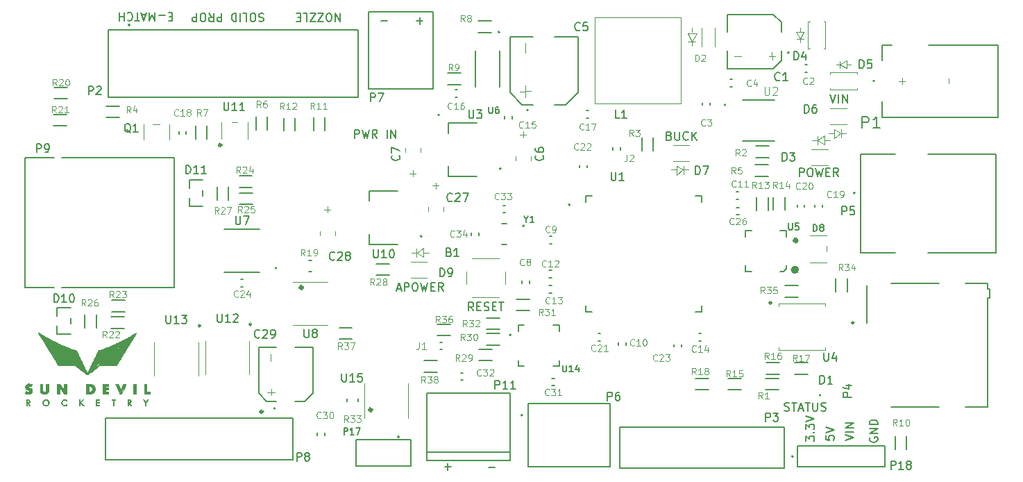
<source format=gbr>
%TF.GenerationSoftware,KiCad,Pcbnew,7.0.1*%
%TF.CreationDate,2023-06-09T14:16:41-07:00*%
%TF.ProjectId,Engine-Controller,456e6769-6e65-42d4-936f-6e74726f6c6c,1.0*%
%TF.SameCoordinates,Original*%
%TF.FileFunction,Legend,Top*%
%TF.FilePolarity,Positive*%
%FSLAX46Y46*%
G04 Gerber Fmt 4.6, Leading zero omitted, Abs format (unit mm)*
G04 Created by KiCad (PCBNEW 7.0.1) date 2023-06-09 14:16:41*
%MOMM*%
%LPD*%
G01*
G04 APERTURE LIST*
%ADD10C,0.150000*%
%ADD11C,0.203200*%
%ADD12C,0.177800*%
%ADD13C,0.076200*%
%ADD14C,0.152400*%
%ADD15C,0.127000*%
%ADD16C,0.200000*%
%ADD17C,0.314000*%
%ADD18C,0.120000*%
%ADD19C,0.250000*%
%ADD20C,0.304800*%
%ADD21C,0.381000*%
%ADD22C,0.240000*%
%ADD23C,0.508000*%
%ADD24C,0.400000*%
%ADD25C,0.180416*%
%ADD26C,0.010000*%
G04 APERTURE END LIST*
D10*
X116244142Y-96333600D02*
X116101285Y-96285980D01*
X116101285Y-96285980D02*
X115863190Y-96285980D01*
X115863190Y-96285980D02*
X115767952Y-96333600D01*
X115767952Y-96333600D02*
X115720333Y-96381219D01*
X115720333Y-96381219D02*
X115672714Y-96476457D01*
X115672714Y-96476457D02*
X115672714Y-96571695D01*
X115672714Y-96571695D02*
X115720333Y-96666933D01*
X115720333Y-96666933D02*
X115767952Y-96714552D01*
X115767952Y-96714552D02*
X115863190Y-96762171D01*
X115863190Y-96762171D02*
X116053666Y-96809790D01*
X116053666Y-96809790D02*
X116148904Y-96857409D01*
X116148904Y-96857409D02*
X116196523Y-96905028D01*
X116196523Y-96905028D02*
X116244142Y-97000266D01*
X116244142Y-97000266D02*
X116244142Y-97095504D01*
X116244142Y-97095504D02*
X116196523Y-97190742D01*
X116196523Y-97190742D02*
X116148904Y-97238361D01*
X116148904Y-97238361D02*
X116053666Y-97285980D01*
X116053666Y-97285980D02*
X115815571Y-97285980D01*
X115815571Y-97285980D02*
X115672714Y-97238361D01*
X115053666Y-97285980D02*
X114863190Y-97285980D01*
X114863190Y-97285980D02*
X114767952Y-97238361D01*
X114767952Y-97238361D02*
X114672714Y-97143123D01*
X114672714Y-97143123D02*
X114625095Y-96952647D01*
X114625095Y-96952647D02*
X114625095Y-96619314D01*
X114625095Y-96619314D02*
X114672714Y-96428838D01*
X114672714Y-96428838D02*
X114767952Y-96333600D01*
X114767952Y-96333600D02*
X114863190Y-96285980D01*
X114863190Y-96285980D02*
X115053666Y-96285980D01*
X115053666Y-96285980D02*
X115148904Y-96333600D01*
X115148904Y-96333600D02*
X115244142Y-96428838D01*
X115244142Y-96428838D02*
X115291761Y-96619314D01*
X115291761Y-96619314D02*
X115291761Y-96952647D01*
X115291761Y-96952647D02*
X115244142Y-97143123D01*
X115244142Y-97143123D02*
X115148904Y-97238361D01*
X115148904Y-97238361D02*
X115053666Y-97285980D01*
X113720333Y-96285980D02*
X114196523Y-96285980D01*
X114196523Y-96285980D02*
X114196523Y-97285980D01*
X113386999Y-96285980D02*
X113386999Y-97285980D01*
X112910809Y-96285980D02*
X112910809Y-97285980D01*
X112910809Y-97285980D02*
X112672714Y-97285980D01*
X112672714Y-97285980D02*
X112529857Y-97238361D01*
X112529857Y-97238361D02*
X112434619Y-97143123D01*
X112434619Y-97143123D02*
X112387000Y-97047885D01*
X112387000Y-97047885D02*
X112339381Y-96857409D01*
X112339381Y-96857409D02*
X112339381Y-96714552D01*
X112339381Y-96714552D02*
X112387000Y-96524076D01*
X112387000Y-96524076D02*
X112434619Y-96428838D01*
X112434619Y-96428838D02*
X112529857Y-96333600D01*
X112529857Y-96333600D02*
X112672714Y-96285980D01*
X112672714Y-96285980D02*
X112910809Y-96285980D01*
X111148904Y-96285980D02*
X111148904Y-97285980D01*
X111148904Y-97285980D02*
X110767952Y-97285980D01*
X110767952Y-97285980D02*
X110672714Y-97238361D01*
X110672714Y-97238361D02*
X110625095Y-97190742D01*
X110625095Y-97190742D02*
X110577476Y-97095504D01*
X110577476Y-97095504D02*
X110577476Y-96952647D01*
X110577476Y-96952647D02*
X110625095Y-96857409D01*
X110625095Y-96857409D02*
X110672714Y-96809790D01*
X110672714Y-96809790D02*
X110767952Y-96762171D01*
X110767952Y-96762171D02*
X111148904Y-96762171D01*
X109577476Y-96285980D02*
X109910809Y-96762171D01*
X110148904Y-96285980D02*
X110148904Y-97285980D01*
X110148904Y-97285980D02*
X109767952Y-97285980D01*
X109767952Y-97285980D02*
X109672714Y-97238361D01*
X109672714Y-97238361D02*
X109625095Y-97190742D01*
X109625095Y-97190742D02*
X109577476Y-97095504D01*
X109577476Y-97095504D02*
X109577476Y-96952647D01*
X109577476Y-96952647D02*
X109625095Y-96857409D01*
X109625095Y-96857409D02*
X109672714Y-96809790D01*
X109672714Y-96809790D02*
X109767952Y-96762171D01*
X109767952Y-96762171D02*
X110148904Y-96762171D01*
X108958428Y-97285980D02*
X108767952Y-97285980D01*
X108767952Y-97285980D02*
X108672714Y-97238361D01*
X108672714Y-97238361D02*
X108577476Y-97143123D01*
X108577476Y-97143123D02*
X108529857Y-96952647D01*
X108529857Y-96952647D02*
X108529857Y-96619314D01*
X108529857Y-96619314D02*
X108577476Y-96428838D01*
X108577476Y-96428838D02*
X108672714Y-96333600D01*
X108672714Y-96333600D02*
X108767952Y-96285980D01*
X108767952Y-96285980D02*
X108958428Y-96285980D01*
X108958428Y-96285980D02*
X109053666Y-96333600D01*
X109053666Y-96333600D02*
X109148904Y-96428838D01*
X109148904Y-96428838D02*
X109196523Y-96619314D01*
X109196523Y-96619314D02*
X109196523Y-96952647D01*
X109196523Y-96952647D02*
X109148904Y-97143123D01*
X109148904Y-97143123D02*
X109053666Y-97238361D01*
X109053666Y-97238361D02*
X108958428Y-97285980D01*
X108101285Y-96285980D02*
X108101285Y-97285980D01*
X108101285Y-97285980D02*
X107720333Y-97285980D01*
X107720333Y-97285980D02*
X107625095Y-97238361D01*
X107625095Y-97238361D02*
X107577476Y-97190742D01*
X107577476Y-97190742D02*
X107529857Y-97095504D01*
X107529857Y-97095504D02*
X107529857Y-96952647D01*
X107529857Y-96952647D02*
X107577476Y-96857409D01*
X107577476Y-96857409D02*
X107625095Y-96809790D01*
X107625095Y-96809790D02*
X107720333Y-96762171D01*
X107720333Y-96762171D02*
X108101285Y-96762171D01*
X131324047Y-97183786D02*
X130549952Y-97183786D01*
X134918752Y-97212573D02*
X135692848Y-97212573D01*
X135305800Y-97599620D02*
X135305800Y-96825525D01*
X105117494Y-96708190D02*
X104784161Y-96708190D01*
X104641304Y-96184380D02*
X105117494Y-96184380D01*
X105117494Y-96184380D02*
X105117494Y-97184380D01*
X105117494Y-97184380D02*
X104641304Y-97184380D01*
X104212732Y-96565333D02*
X103450828Y-96565333D01*
X102974637Y-96184380D02*
X102974637Y-97184380D01*
X102974637Y-97184380D02*
X102641304Y-96470095D01*
X102641304Y-96470095D02*
X102307971Y-97184380D01*
X102307971Y-97184380D02*
X102307971Y-96184380D01*
X101879399Y-96470095D02*
X101403209Y-96470095D01*
X101974637Y-96184380D02*
X101641304Y-97184380D01*
X101641304Y-97184380D02*
X101307971Y-96184380D01*
X101117494Y-97184380D02*
X100546066Y-97184380D01*
X100831780Y-96184380D02*
X100831780Y-97184380D01*
X99641304Y-96279619D02*
X99688923Y-96232000D01*
X99688923Y-96232000D02*
X99831780Y-96184380D01*
X99831780Y-96184380D02*
X99927018Y-96184380D01*
X99927018Y-96184380D02*
X100069875Y-96232000D01*
X100069875Y-96232000D02*
X100165113Y-96327238D01*
X100165113Y-96327238D02*
X100212732Y-96422476D01*
X100212732Y-96422476D02*
X100260351Y-96612952D01*
X100260351Y-96612952D02*
X100260351Y-96755809D01*
X100260351Y-96755809D02*
X100212732Y-96946285D01*
X100212732Y-96946285D02*
X100165113Y-97041523D01*
X100165113Y-97041523D02*
X100069875Y-97136761D01*
X100069875Y-97136761D02*
X99927018Y-97184380D01*
X99927018Y-97184380D02*
X99831780Y-97184380D01*
X99831780Y-97184380D02*
X99688923Y-97136761D01*
X99688923Y-97136761D02*
X99641304Y-97089142D01*
X99212732Y-96184380D02*
X99212732Y-97184380D01*
X99212732Y-96708190D02*
X98641304Y-96708190D01*
X98641304Y-96184380D02*
X98641304Y-97184380D01*
X125555047Y-96285980D02*
X125555047Y-97285980D01*
X125555047Y-97285980D02*
X124983619Y-96285980D01*
X124983619Y-96285980D02*
X124983619Y-97285980D01*
X124316952Y-97285980D02*
X124126476Y-97285980D01*
X124126476Y-97285980D02*
X124031238Y-97238361D01*
X124031238Y-97238361D02*
X123936000Y-97143123D01*
X123936000Y-97143123D02*
X123888381Y-96952647D01*
X123888381Y-96952647D02*
X123888381Y-96619314D01*
X123888381Y-96619314D02*
X123936000Y-96428838D01*
X123936000Y-96428838D02*
X124031238Y-96333600D01*
X124031238Y-96333600D02*
X124126476Y-96285980D01*
X124126476Y-96285980D02*
X124316952Y-96285980D01*
X124316952Y-96285980D02*
X124412190Y-96333600D01*
X124412190Y-96333600D02*
X124507428Y-96428838D01*
X124507428Y-96428838D02*
X124555047Y-96619314D01*
X124555047Y-96619314D02*
X124555047Y-96952647D01*
X124555047Y-96952647D02*
X124507428Y-97143123D01*
X124507428Y-97143123D02*
X124412190Y-97238361D01*
X124412190Y-97238361D02*
X124316952Y-97285980D01*
X123555047Y-97285980D02*
X122888381Y-97285980D01*
X122888381Y-97285980D02*
X123555047Y-96285980D01*
X123555047Y-96285980D02*
X122888381Y-96285980D01*
X122602666Y-97285980D02*
X121936000Y-97285980D01*
X121936000Y-97285980D02*
X122602666Y-96285980D01*
X122602666Y-96285980D02*
X121936000Y-96285980D01*
X121078857Y-96285980D02*
X121555047Y-96285980D01*
X121555047Y-96285980D02*
X121555047Y-97285980D01*
X120745523Y-96809790D02*
X120412190Y-96809790D01*
X120269333Y-96285980D02*
X120745523Y-96285980D01*
X120745523Y-96285980D02*
X120745523Y-97285980D01*
X120745523Y-97285980D02*
X120269333Y-97285980D01*
D11*
X181625723Y-116192420D02*
X181625723Y-115176420D01*
X181625723Y-115176420D02*
X182012771Y-115176420D01*
X182012771Y-115176420D02*
X182109533Y-115224801D01*
X182109533Y-115224801D02*
X182157914Y-115273182D01*
X182157914Y-115273182D02*
X182206295Y-115369944D01*
X182206295Y-115369944D02*
X182206295Y-115515087D01*
X182206295Y-115515087D02*
X182157914Y-115611849D01*
X182157914Y-115611849D02*
X182109533Y-115660230D01*
X182109533Y-115660230D02*
X182012771Y-115708611D01*
X182012771Y-115708611D02*
X181625723Y-115708611D01*
X182835247Y-115176420D02*
X183028771Y-115176420D01*
X183028771Y-115176420D02*
X183125533Y-115224801D01*
X183125533Y-115224801D02*
X183222295Y-115321563D01*
X183222295Y-115321563D02*
X183270676Y-115515087D01*
X183270676Y-115515087D02*
X183270676Y-115853754D01*
X183270676Y-115853754D02*
X183222295Y-116047278D01*
X183222295Y-116047278D02*
X183125533Y-116144040D01*
X183125533Y-116144040D02*
X183028771Y-116192420D01*
X183028771Y-116192420D02*
X182835247Y-116192420D01*
X182835247Y-116192420D02*
X182738485Y-116144040D01*
X182738485Y-116144040D02*
X182641723Y-116047278D01*
X182641723Y-116047278D02*
X182593342Y-115853754D01*
X182593342Y-115853754D02*
X182593342Y-115515087D01*
X182593342Y-115515087D02*
X182641723Y-115321563D01*
X182641723Y-115321563D02*
X182738485Y-115224801D01*
X182738485Y-115224801D02*
X182835247Y-115176420D01*
X183609342Y-115176420D02*
X183851247Y-116192420D01*
X183851247Y-116192420D02*
X184044771Y-115466706D01*
X184044771Y-115466706D02*
X184238295Y-116192420D01*
X184238295Y-116192420D02*
X184480200Y-115176420D01*
X184867247Y-115660230D02*
X185205914Y-115660230D01*
X185351057Y-116192420D02*
X184867247Y-116192420D01*
X184867247Y-116192420D02*
X184867247Y-115176420D01*
X184867247Y-115176420D02*
X185351057Y-115176420D01*
X186367057Y-116192420D02*
X186028390Y-115708611D01*
X185786485Y-116192420D02*
X185786485Y-115176420D01*
X185786485Y-115176420D02*
X186173533Y-115176420D01*
X186173533Y-115176420D02*
X186270295Y-115224801D01*
X186270295Y-115224801D02*
X186318676Y-115273182D01*
X186318676Y-115273182D02*
X186367057Y-115369944D01*
X186367057Y-115369944D02*
X186367057Y-115515087D01*
X186367057Y-115515087D02*
X186318676Y-115611849D01*
X186318676Y-115611849D02*
X186270295Y-115660230D01*
X186270295Y-115660230D02*
X186173533Y-115708611D01*
X186173533Y-115708611D02*
X185786485Y-115708611D01*
X165745281Y-111215230D02*
X165890424Y-111263611D01*
X165890424Y-111263611D02*
X165938805Y-111311992D01*
X165938805Y-111311992D02*
X165987186Y-111408754D01*
X165987186Y-111408754D02*
X165987186Y-111553897D01*
X165987186Y-111553897D02*
X165938805Y-111650659D01*
X165938805Y-111650659D02*
X165890424Y-111699040D01*
X165890424Y-111699040D02*
X165793662Y-111747420D01*
X165793662Y-111747420D02*
X165406614Y-111747420D01*
X165406614Y-111747420D02*
X165406614Y-110731420D01*
X165406614Y-110731420D02*
X165745281Y-110731420D01*
X165745281Y-110731420D02*
X165842043Y-110779801D01*
X165842043Y-110779801D02*
X165890424Y-110828182D01*
X165890424Y-110828182D02*
X165938805Y-110924944D01*
X165938805Y-110924944D02*
X165938805Y-111021706D01*
X165938805Y-111021706D02*
X165890424Y-111118468D01*
X165890424Y-111118468D02*
X165842043Y-111166849D01*
X165842043Y-111166849D02*
X165745281Y-111215230D01*
X165745281Y-111215230D02*
X165406614Y-111215230D01*
X166422614Y-110731420D02*
X166422614Y-111553897D01*
X166422614Y-111553897D02*
X166470995Y-111650659D01*
X166470995Y-111650659D02*
X166519376Y-111699040D01*
X166519376Y-111699040D02*
X166616138Y-111747420D01*
X166616138Y-111747420D02*
X166809662Y-111747420D01*
X166809662Y-111747420D02*
X166906424Y-111699040D01*
X166906424Y-111699040D02*
X166954805Y-111650659D01*
X166954805Y-111650659D02*
X167003186Y-111553897D01*
X167003186Y-111553897D02*
X167003186Y-110731420D01*
X168067567Y-111650659D02*
X168019186Y-111699040D01*
X168019186Y-111699040D02*
X167874043Y-111747420D01*
X167874043Y-111747420D02*
X167777281Y-111747420D01*
X167777281Y-111747420D02*
X167632138Y-111699040D01*
X167632138Y-111699040D02*
X167535376Y-111602278D01*
X167535376Y-111602278D02*
X167486995Y-111505516D01*
X167486995Y-111505516D02*
X167438614Y-111311992D01*
X167438614Y-111311992D02*
X167438614Y-111166849D01*
X167438614Y-111166849D02*
X167486995Y-110973325D01*
X167486995Y-110973325D02*
X167535376Y-110876563D01*
X167535376Y-110876563D02*
X167632138Y-110779801D01*
X167632138Y-110779801D02*
X167777281Y-110731420D01*
X167777281Y-110731420D02*
X167874043Y-110731420D01*
X167874043Y-110731420D02*
X168019186Y-110779801D01*
X168019186Y-110779801D02*
X168067567Y-110828182D01*
X168502995Y-111747420D02*
X168502995Y-110731420D01*
X169083567Y-111747420D02*
X168648138Y-111166849D01*
X169083567Y-110731420D02*
X168502995Y-111311992D01*
X185399437Y-106159420D02*
X185738104Y-107175420D01*
X185738104Y-107175420D02*
X186076771Y-106159420D01*
X186415437Y-107175420D02*
X186415437Y-106159420D01*
X186899247Y-107175420D02*
X186899247Y-106159420D01*
X186899247Y-106159420D02*
X187479819Y-107175420D01*
X187479819Y-107175420D02*
X187479819Y-106159420D01*
X190205601Y-147992494D02*
X190157220Y-148089256D01*
X190157220Y-148089256D02*
X190157220Y-148234399D01*
X190157220Y-148234399D02*
X190205601Y-148379542D01*
X190205601Y-148379542D02*
X190302363Y-148476304D01*
X190302363Y-148476304D02*
X190399125Y-148524685D01*
X190399125Y-148524685D02*
X190592649Y-148573066D01*
X190592649Y-148573066D02*
X190737792Y-148573066D01*
X190737792Y-148573066D02*
X190931316Y-148524685D01*
X190931316Y-148524685D02*
X191028078Y-148476304D01*
X191028078Y-148476304D02*
X191124840Y-148379542D01*
X191124840Y-148379542D02*
X191173220Y-148234399D01*
X191173220Y-148234399D02*
X191173220Y-148137637D01*
X191173220Y-148137637D02*
X191124840Y-147992494D01*
X191124840Y-147992494D02*
X191076459Y-147944113D01*
X191076459Y-147944113D02*
X190737792Y-147944113D01*
X190737792Y-147944113D02*
X190737792Y-148137637D01*
X191173220Y-147508685D02*
X190157220Y-147508685D01*
X190157220Y-147508685D02*
X191173220Y-146928113D01*
X191173220Y-146928113D02*
X190157220Y-146928113D01*
X191173220Y-146444304D02*
X190157220Y-146444304D01*
X190157220Y-146444304D02*
X190157220Y-146202399D01*
X190157220Y-146202399D02*
X190205601Y-146057256D01*
X190205601Y-146057256D02*
X190302363Y-145960494D01*
X190302363Y-145960494D02*
X190399125Y-145912113D01*
X190399125Y-145912113D02*
X190592649Y-145863732D01*
X190592649Y-145863732D02*
X190737792Y-145863732D01*
X190737792Y-145863732D02*
X190931316Y-145912113D01*
X190931316Y-145912113D02*
X191028078Y-145960494D01*
X191028078Y-145960494D02*
X191124840Y-146057256D01*
X191124840Y-146057256D02*
X191173220Y-146202399D01*
X191173220Y-146202399D02*
X191173220Y-146444304D01*
X127354390Y-111493420D02*
X127354390Y-110477420D01*
X127354390Y-110477420D02*
X127741438Y-110477420D01*
X127741438Y-110477420D02*
X127838200Y-110525801D01*
X127838200Y-110525801D02*
X127886581Y-110574182D01*
X127886581Y-110574182D02*
X127934962Y-110670944D01*
X127934962Y-110670944D02*
X127934962Y-110816087D01*
X127934962Y-110816087D02*
X127886581Y-110912849D01*
X127886581Y-110912849D02*
X127838200Y-110961230D01*
X127838200Y-110961230D02*
X127741438Y-111009611D01*
X127741438Y-111009611D02*
X127354390Y-111009611D01*
X128273628Y-110477420D02*
X128515533Y-111493420D01*
X128515533Y-111493420D02*
X128709057Y-110767706D01*
X128709057Y-110767706D02*
X128902581Y-111493420D01*
X128902581Y-111493420D02*
X129144486Y-110477420D01*
X130112105Y-111493420D02*
X129773438Y-111009611D01*
X129531533Y-111493420D02*
X129531533Y-110477420D01*
X129531533Y-110477420D02*
X129918581Y-110477420D01*
X129918581Y-110477420D02*
X130015343Y-110525801D01*
X130015343Y-110525801D02*
X130063724Y-110574182D01*
X130063724Y-110574182D02*
X130112105Y-110670944D01*
X130112105Y-110670944D02*
X130112105Y-110816087D01*
X130112105Y-110816087D02*
X130063724Y-110912849D01*
X130063724Y-110912849D02*
X130015343Y-110961230D01*
X130015343Y-110961230D02*
X129918581Y-111009611D01*
X129918581Y-111009611D02*
X129531533Y-111009611D01*
X131321628Y-111493420D02*
X131321628Y-110477420D01*
X131805438Y-111493420D02*
X131805438Y-110477420D01*
X131805438Y-110477420D02*
X132386010Y-111493420D01*
X132386010Y-111493420D02*
X132386010Y-110477420D01*
X132500914Y-129872135D02*
X132984724Y-129872135D01*
X132404152Y-130162420D02*
X132742819Y-129146420D01*
X132742819Y-129146420D02*
X133081486Y-130162420D01*
X133420152Y-130162420D02*
X133420152Y-129146420D01*
X133420152Y-129146420D02*
X133807200Y-129146420D01*
X133807200Y-129146420D02*
X133903962Y-129194801D01*
X133903962Y-129194801D02*
X133952343Y-129243182D01*
X133952343Y-129243182D02*
X134000724Y-129339944D01*
X134000724Y-129339944D02*
X134000724Y-129485087D01*
X134000724Y-129485087D02*
X133952343Y-129581849D01*
X133952343Y-129581849D02*
X133903962Y-129630230D01*
X133903962Y-129630230D02*
X133807200Y-129678611D01*
X133807200Y-129678611D02*
X133420152Y-129678611D01*
X134629676Y-129146420D02*
X134823200Y-129146420D01*
X134823200Y-129146420D02*
X134919962Y-129194801D01*
X134919962Y-129194801D02*
X135016724Y-129291563D01*
X135016724Y-129291563D02*
X135065105Y-129485087D01*
X135065105Y-129485087D02*
X135065105Y-129823754D01*
X135065105Y-129823754D02*
X135016724Y-130017278D01*
X135016724Y-130017278D02*
X134919962Y-130114040D01*
X134919962Y-130114040D02*
X134823200Y-130162420D01*
X134823200Y-130162420D02*
X134629676Y-130162420D01*
X134629676Y-130162420D02*
X134532914Y-130114040D01*
X134532914Y-130114040D02*
X134436152Y-130017278D01*
X134436152Y-130017278D02*
X134387771Y-129823754D01*
X134387771Y-129823754D02*
X134387771Y-129485087D01*
X134387771Y-129485087D02*
X134436152Y-129291563D01*
X134436152Y-129291563D02*
X134532914Y-129194801D01*
X134532914Y-129194801D02*
X134629676Y-129146420D01*
X135403771Y-129146420D02*
X135645676Y-130162420D01*
X135645676Y-130162420D02*
X135839200Y-129436706D01*
X135839200Y-129436706D02*
X136032724Y-130162420D01*
X136032724Y-130162420D02*
X136274629Y-129146420D01*
X136661676Y-129630230D02*
X137000343Y-129630230D01*
X137145486Y-130162420D02*
X136661676Y-130162420D01*
X136661676Y-130162420D02*
X136661676Y-129146420D01*
X136661676Y-129146420D02*
X137145486Y-129146420D01*
X138161486Y-130162420D02*
X137822819Y-129678611D01*
X137580914Y-130162420D02*
X137580914Y-129146420D01*
X137580914Y-129146420D02*
X137967962Y-129146420D01*
X137967962Y-129146420D02*
X138064724Y-129194801D01*
X138064724Y-129194801D02*
X138113105Y-129243182D01*
X138113105Y-129243182D02*
X138161486Y-129339944D01*
X138161486Y-129339944D02*
X138161486Y-129485087D01*
X138161486Y-129485087D02*
X138113105Y-129581849D01*
X138113105Y-129581849D02*
X138064724Y-129630230D01*
X138064724Y-129630230D02*
X137967962Y-129678611D01*
X137967962Y-129678611D02*
X137580914Y-129678611D01*
D10*
X144455847Y-151615986D02*
X143681752Y-151615986D01*
D11*
X141856581Y-132550020D02*
X141517914Y-132066211D01*
X141276009Y-132550020D02*
X141276009Y-131534020D01*
X141276009Y-131534020D02*
X141663057Y-131534020D01*
X141663057Y-131534020D02*
X141759819Y-131582401D01*
X141759819Y-131582401D02*
X141808200Y-131630782D01*
X141808200Y-131630782D02*
X141856581Y-131727544D01*
X141856581Y-131727544D02*
X141856581Y-131872687D01*
X141856581Y-131872687D02*
X141808200Y-131969449D01*
X141808200Y-131969449D02*
X141759819Y-132017830D01*
X141759819Y-132017830D02*
X141663057Y-132066211D01*
X141663057Y-132066211D02*
X141276009Y-132066211D01*
X142292009Y-132017830D02*
X142630676Y-132017830D01*
X142775819Y-132550020D02*
X142292009Y-132550020D01*
X142292009Y-132550020D02*
X142292009Y-131534020D01*
X142292009Y-131534020D02*
X142775819Y-131534020D01*
X143162866Y-132501640D02*
X143308009Y-132550020D01*
X143308009Y-132550020D02*
X143549914Y-132550020D01*
X143549914Y-132550020D02*
X143646676Y-132501640D01*
X143646676Y-132501640D02*
X143695057Y-132453259D01*
X143695057Y-132453259D02*
X143743438Y-132356497D01*
X143743438Y-132356497D02*
X143743438Y-132259735D01*
X143743438Y-132259735D02*
X143695057Y-132162973D01*
X143695057Y-132162973D02*
X143646676Y-132114592D01*
X143646676Y-132114592D02*
X143549914Y-132066211D01*
X143549914Y-132066211D02*
X143356390Y-132017830D01*
X143356390Y-132017830D02*
X143259628Y-131969449D01*
X143259628Y-131969449D02*
X143211247Y-131921068D01*
X143211247Y-131921068D02*
X143162866Y-131824306D01*
X143162866Y-131824306D02*
X143162866Y-131727544D01*
X143162866Y-131727544D02*
X143211247Y-131630782D01*
X143211247Y-131630782D02*
X143259628Y-131582401D01*
X143259628Y-131582401D02*
X143356390Y-131534020D01*
X143356390Y-131534020D02*
X143598295Y-131534020D01*
X143598295Y-131534020D02*
X143743438Y-131582401D01*
X144178866Y-132017830D02*
X144517533Y-132017830D01*
X144662676Y-132550020D02*
X144178866Y-132550020D01*
X144178866Y-132550020D02*
X144178866Y-131534020D01*
X144178866Y-131534020D02*
X144662676Y-131534020D01*
X144952961Y-131534020D02*
X145533533Y-131534020D01*
X145243247Y-132550020D02*
X145243247Y-131534020D01*
X182410220Y-148464209D02*
X182410220Y-147835256D01*
X182410220Y-147835256D02*
X182797268Y-148173923D01*
X182797268Y-148173923D02*
X182797268Y-148028780D01*
X182797268Y-148028780D02*
X182845649Y-147932018D01*
X182845649Y-147932018D02*
X182894030Y-147883637D01*
X182894030Y-147883637D02*
X182990792Y-147835256D01*
X182990792Y-147835256D02*
X183232697Y-147835256D01*
X183232697Y-147835256D02*
X183329459Y-147883637D01*
X183329459Y-147883637D02*
X183377840Y-147932018D01*
X183377840Y-147932018D02*
X183426220Y-148028780D01*
X183426220Y-148028780D02*
X183426220Y-148319066D01*
X183426220Y-148319066D02*
X183377840Y-148415828D01*
X183377840Y-148415828D02*
X183329459Y-148464209D01*
X183329459Y-147399828D02*
X183377840Y-147351447D01*
X183377840Y-147351447D02*
X183426220Y-147399828D01*
X183426220Y-147399828D02*
X183377840Y-147448209D01*
X183377840Y-147448209D02*
X183329459Y-147399828D01*
X183329459Y-147399828D02*
X183426220Y-147399828D01*
X182410220Y-147012780D02*
X182410220Y-146383827D01*
X182410220Y-146383827D02*
X182797268Y-146722494D01*
X182797268Y-146722494D02*
X182797268Y-146577351D01*
X182797268Y-146577351D02*
X182845649Y-146480589D01*
X182845649Y-146480589D02*
X182894030Y-146432208D01*
X182894030Y-146432208D02*
X182990792Y-146383827D01*
X182990792Y-146383827D02*
X183232697Y-146383827D01*
X183232697Y-146383827D02*
X183329459Y-146432208D01*
X183329459Y-146432208D02*
X183377840Y-146480589D01*
X183377840Y-146480589D02*
X183426220Y-146577351D01*
X183426220Y-146577351D02*
X183426220Y-146867637D01*
X183426220Y-146867637D02*
X183377840Y-146964399D01*
X183377840Y-146964399D02*
X183329459Y-147012780D01*
X182410220Y-146093542D02*
X183426220Y-145754875D01*
X183426220Y-145754875D02*
X182410220Y-145416208D01*
X187236220Y-148331162D02*
X188252220Y-147992495D01*
X188252220Y-147992495D02*
X187236220Y-147653828D01*
X188252220Y-147315162D02*
X187236220Y-147315162D01*
X188252220Y-146831352D02*
X187236220Y-146831352D01*
X187236220Y-146831352D02*
X188252220Y-146250780D01*
X188252220Y-146250780D02*
X187236220Y-146250780D01*
D10*
X138347752Y-151568573D02*
X139121848Y-151568573D01*
X138734800Y-151955620D02*
X138734800Y-151181525D01*
D11*
X179805390Y-144719040D02*
X179950533Y-144767420D01*
X179950533Y-144767420D02*
X180192438Y-144767420D01*
X180192438Y-144767420D02*
X180289200Y-144719040D01*
X180289200Y-144719040D02*
X180337581Y-144670659D01*
X180337581Y-144670659D02*
X180385962Y-144573897D01*
X180385962Y-144573897D02*
X180385962Y-144477135D01*
X180385962Y-144477135D02*
X180337581Y-144380373D01*
X180337581Y-144380373D02*
X180289200Y-144331992D01*
X180289200Y-144331992D02*
X180192438Y-144283611D01*
X180192438Y-144283611D02*
X179998914Y-144235230D01*
X179998914Y-144235230D02*
X179902152Y-144186849D01*
X179902152Y-144186849D02*
X179853771Y-144138468D01*
X179853771Y-144138468D02*
X179805390Y-144041706D01*
X179805390Y-144041706D02*
X179805390Y-143944944D01*
X179805390Y-143944944D02*
X179853771Y-143848182D01*
X179853771Y-143848182D02*
X179902152Y-143799801D01*
X179902152Y-143799801D02*
X179998914Y-143751420D01*
X179998914Y-143751420D02*
X180240819Y-143751420D01*
X180240819Y-143751420D02*
X180385962Y-143799801D01*
X180676247Y-143751420D02*
X181256819Y-143751420D01*
X180966533Y-144767420D02*
X180966533Y-143751420D01*
X181547104Y-144477135D02*
X182030914Y-144477135D01*
X181450342Y-144767420D02*
X181789009Y-143751420D01*
X181789009Y-143751420D02*
X182127676Y-144767420D01*
X182321199Y-143751420D02*
X182901771Y-143751420D01*
X182611485Y-144767420D02*
X182611485Y-143751420D01*
X183240437Y-143751420D02*
X183240437Y-144573897D01*
X183240437Y-144573897D02*
X183288818Y-144670659D01*
X183288818Y-144670659D02*
X183337199Y-144719040D01*
X183337199Y-144719040D02*
X183433961Y-144767420D01*
X183433961Y-144767420D02*
X183627485Y-144767420D01*
X183627485Y-144767420D02*
X183724247Y-144719040D01*
X183724247Y-144719040D02*
X183772628Y-144670659D01*
X183772628Y-144670659D02*
X183821009Y-144573897D01*
X183821009Y-144573897D02*
X183821009Y-143751420D01*
X184256437Y-144719040D02*
X184401580Y-144767420D01*
X184401580Y-144767420D02*
X184643485Y-144767420D01*
X184643485Y-144767420D02*
X184740247Y-144719040D01*
X184740247Y-144719040D02*
X184788628Y-144670659D01*
X184788628Y-144670659D02*
X184837009Y-144573897D01*
X184837009Y-144573897D02*
X184837009Y-144477135D01*
X184837009Y-144477135D02*
X184788628Y-144380373D01*
X184788628Y-144380373D02*
X184740247Y-144331992D01*
X184740247Y-144331992D02*
X184643485Y-144283611D01*
X184643485Y-144283611D02*
X184449961Y-144235230D01*
X184449961Y-144235230D02*
X184353199Y-144186849D01*
X184353199Y-144186849D02*
X184304818Y-144138468D01*
X184304818Y-144138468D02*
X184256437Y-144041706D01*
X184256437Y-144041706D02*
X184256437Y-143944944D01*
X184256437Y-143944944D02*
X184304818Y-143848182D01*
X184304818Y-143848182D02*
X184353199Y-143799801D01*
X184353199Y-143799801D02*
X184449961Y-143751420D01*
X184449961Y-143751420D02*
X184691866Y-143751420D01*
X184691866Y-143751420D02*
X184837009Y-143799801D01*
X184823220Y-147792923D02*
X184823220Y-148276733D01*
X184823220Y-148276733D02*
X185307030Y-148325114D01*
X185307030Y-148325114D02*
X185258649Y-148276733D01*
X185258649Y-148276733D02*
X185210268Y-148179971D01*
X185210268Y-148179971D02*
X185210268Y-147938066D01*
X185210268Y-147938066D02*
X185258649Y-147841304D01*
X185258649Y-147841304D02*
X185307030Y-147792923D01*
X185307030Y-147792923D02*
X185403792Y-147744542D01*
X185403792Y-147744542D02*
X185645697Y-147744542D01*
X185645697Y-147744542D02*
X185742459Y-147792923D01*
X185742459Y-147792923D02*
X185790840Y-147841304D01*
X185790840Y-147841304D02*
X185839220Y-147938066D01*
X185839220Y-147938066D02*
X185839220Y-148179971D01*
X185839220Y-148179971D02*
X185790840Y-148276733D01*
X185790840Y-148276733D02*
X185742459Y-148325114D01*
X184823220Y-147454257D02*
X185839220Y-147115590D01*
X185839220Y-147115590D02*
X184823220Y-146776923D01*
D10*
%TO.C,U14*%
X152755724Y-139168495D02*
X152755724Y-139816114D01*
X152755724Y-139816114D02*
X152793819Y-139892304D01*
X152793819Y-139892304D02*
X152831914Y-139930400D01*
X152831914Y-139930400D02*
X152908105Y-139968495D01*
X152908105Y-139968495D02*
X153060486Y-139968495D01*
X153060486Y-139968495D02*
X153136676Y-139930400D01*
X153136676Y-139930400D02*
X153174771Y-139892304D01*
X153174771Y-139892304D02*
X153212867Y-139816114D01*
X153212867Y-139816114D02*
X153212867Y-139168495D01*
X154012866Y-139968495D02*
X153555723Y-139968495D01*
X153784295Y-139968495D02*
X153784295Y-139168495D01*
X153784295Y-139168495D02*
X153708104Y-139282780D01*
X153708104Y-139282780D02*
X153631914Y-139358971D01*
X153631914Y-139358971D02*
X153555723Y-139397066D01*
X154698581Y-139435161D02*
X154698581Y-139968495D01*
X154508105Y-139130400D02*
X154317628Y-139701828D01*
X154317628Y-139701828D02*
X154812867Y-139701828D01*
D12*
%TO.C,P8*%
X120325243Y-150851670D02*
X120325243Y-149861070D01*
X120325243Y-149861070D02*
X120702614Y-149861070D01*
X120702614Y-149861070D02*
X120796957Y-149908241D01*
X120796957Y-149908241D02*
X120844128Y-149955413D01*
X120844128Y-149955413D02*
X120891300Y-150049756D01*
X120891300Y-150049756D02*
X120891300Y-150191270D01*
X120891300Y-150191270D02*
X120844128Y-150285613D01*
X120844128Y-150285613D02*
X120796957Y-150332784D01*
X120796957Y-150332784D02*
X120702614Y-150379956D01*
X120702614Y-150379956D02*
X120325243Y-150379956D01*
X121457357Y-150285613D02*
X121363014Y-150238441D01*
X121363014Y-150238441D02*
X121315843Y-150191270D01*
X121315843Y-150191270D02*
X121268671Y-150096927D01*
X121268671Y-150096927D02*
X121268671Y-150049756D01*
X121268671Y-150049756D02*
X121315843Y-149955413D01*
X121315843Y-149955413D02*
X121363014Y-149908241D01*
X121363014Y-149908241D02*
X121457357Y-149861070D01*
X121457357Y-149861070D02*
X121646043Y-149861070D01*
X121646043Y-149861070D02*
X121740386Y-149908241D01*
X121740386Y-149908241D02*
X121787557Y-149955413D01*
X121787557Y-149955413D02*
X121834728Y-150049756D01*
X121834728Y-150049756D02*
X121834728Y-150096927D01*
X121834728Y-150096927D02*
X121787557Y-150191270D01*
X121787557Y-150191270D02*
X121740386Y-150238441D01*
X121740386Y-150238441D02*
X121646043Y-150285613D01*
X121646043Y-150285613D02*
X121457357Y-150285613D01*
X121457357Y-150285613D02*
X121363014Y-150332784D01*
X121363014Y-150332784D02*
X121315843Y-150379956D01*
X121315843Y-150379956D02*
X121268671Y-150474299D01*
X121268671Y-150474299D02*
X121268671Y-150662984D01*
X121268671Y-150662984D02*
X121315843Y-150757327D01*
X121315843Y-150757327D02*
X121363014Y-150804499D01*
X121363014Y-150804499D02*
X121457357Y-150851670D01*
X121457357Y-150851670D02*
X121646043Y-150851670D01*
X121646043Y-150851670D02*
X121740386Y-150804499D01*
X121740386Y-150804499D02*
X121787557Y-150757327D01*
X121787557Y-150757327D02*
X121834728Y-150662984D01*
X121834728Y-150662984D02*
X121834728Y-150474299D01*
X121834728Y-150474299D02*
X121787557Y-150379956D01*
X121787557Y-150379956D02*
X121740386Y-150332784D01*
X121740386Y-150332784D02*
X121646043Y-150285613D01*
D10*
%TO.C,P9*%
X88568305Y-113238619D02*
X88568305Y-112238619D01*
X88568305Y-112238619D02*
X88949257Y-112238619D01*
X88949257Y-112238619D02*
X89044495Y-112286238D01*
X89044495Y-112286238D02*
X89092114Y-112333857D01*
X89092114Y-112333857D02*
X89139733Y-112429095D01*
X89139733Y-112429095D02*
X89139733Y-112571952D01*
X89139733Y-112571952D02*
X89092114Y-112667190D01*
X89092114Y-112667190D02*
X89044495Y-112714809D01*
X89044495Y-112714809D02*
X88949257Y-112762428D01*
X88949257Y-112762428D02*
X88568305Y-112762428D01*
X89615924Y-113238619D02*
X89806400Y-113238619D01*
X89806400Y-113238619D02*
X89901638Y-113191000D01*
X89901638Y-113191000D02*
X89949257Y-113143380D01*
X89949257Y-113143380D02*
X90044495Y-113000523D01*
X90044495Y-113000523D02*
X90092114Y-112810047D01*
X90092114Y-112810047D02*
X90092114Y-112429095D01*
X90092114Y-112429095D02*
X90044495Y-112333857D01*
X90044495Y-112333857D02*
X89996876Y-112286238D01*
X89996876Y-112286238D02*
X89901638Y-112238619D01*
X89901638Y-112238619D02*
X89711162Y-112238619D01*
X89711162Y-112238619D02*
X89615924Y-112286238D01*
X89615924Y-112286238D02*
X89568305Y-112333857D01*
X89568305Y-112333857D02*
X89520686Y-112429095D01*
X89520686Y-112429095D02*
X89520686Y-112667190D01*
X89520686Y-112667190D02*
X89568305Y-112762428D01*
X89568305Y-112762428D02*
X89615924Y-112810047D01*
X89615924Y-112810047D02*
X89711162Y-112857666D01*
X89711162Y-112857666D02*
X89901638Y-112857666D01*
X89901638Y-112857666D02*
X89996876Y-112810047D01*
X89996876Y-112810047D02*
X90044495Y-112762428D01*
X90044495Y-112762428D02*
X90092114Y-112667190D01*
D13*
%TO.C,C18*%
X105835514Y-108726504D02*
X105797418Y-108764600D01*
X105797418Y-108764600D02*
X105683133Y-108802695D01*
X105683133Y-108802695D02*
X105606942Y-108802695D01*
X105606942Y-108802695D02*
X105492656Y-108764600D01*
X105492656Y-108764600D02*
X105416466Y-108688409D01*
X105416466Y-108688409D02*
X105378371Y-108612219D01*
X105378371Y-108612219D02*
X105340275Y-108459838D01*
X105340275Y-108459838D02*
X105340275Y-108345552D01*
X105340275Y-108345552D02*
X105378371Y-108193171D01*
X105378371Y-108193171D02*
X105416466Y-108116980D01*
X105416466Y-108116980D02*
X105492656Y-108040790D01*
X105492656Y-108040790D02*
X105606942Y-108002695D01*
X105606942Y-108002695D02*
X105683133Y-108002695D01*
X105683133Y-108002695D02*
X105797418Y-108040790D01*
X105797418Y-108040790D02*
X105835514Y-108078885D01*
X106597418Y-108802695D02*
X106140275Y-108802695D01*
X106368847Y-108802695D02*
X106368847Y-108002695D01*
X106368847Y-108002695D02*
X106292656Y-108116980D01*
X106292656Y-108116980D02*
X106216466Y-108193171D01*
X106216466Y-108193171D02*
X106140275Y-108231266D01*
X107054561Y-108345552D02*
X106978371Y-108307457D01*
X106978371Y-108307457D02*
X106940276Y-108269361D01*
X106940276Y-108269361D02*
X106902180Y-108193171D01*
X106902180Y-108193171D02*
X106902180Y-108155076D01*
X106902180Y-108155076D02*
X106940276Y-108078885D01*
X106940276Y-108078885D02*
X106978371Y-108040790D01*
X106978371Y-108040790D02*
X107054561Y-108002695D01*
X107054561Y-108002695D02*
X107206942Y-108002695D01*
X107206942Y-108002695D02*
X107283133Y-108040790D01*
X107283133Y-108040790D02*
X107321228Y-108078885D01*
X107321228Y-108078885D02*
X107359323Y-108155076D01*
X107359323Y-108155076D02*
X107359323Y-108193171D01*
X107359323Y-108193171D02*
X107321228Y-108269361D01*
X107321228Y-108269361D02*
X107283133Y-108307457D01*
X107283133Y-108307457D02*
X107206942Y-108345552D01*
X107206942Y-108345552D02*
X107054561Y-108345552D01*
X107054561Y-108345552D02*
X106978371Y-108383647D01*
X106978371Y-108383647D02*
X106940276Y-108421742D01*
X106940276Y-108421742D02*
X106902180Y-108497933D01*
X106902180Y-108497933D02*
X106902180Y-108650314D01*
X106902180Y-108650314D02*
X106940276Y-108726504D01*
X106940276Y-108726504D02*
X106978371Y-108764600D01*
X106978371Y-108764600D02*
X107054561Y-108802695D01*
X107054561Y-108802695D02*
X107206942Y-108802695D01*
X107206942Y-108802695D02*
X107283133Y-108764600D01*
X107283133Y-108764600D02*
X107321228Y-108726504D01*
X107321228Y-108726504D02*
X107359323Y-108650314D01*
X107359323Y-108650314D02*
X107359323Y-108497933D01*
X107359323Y-108497933D02*
X107321228Y-108421742D01*
X107321228Y-108421742D02*
X107283133Y-108383647D01*
X107283133Y-108383647D02*
X107206942Y-108345552D01*
%TO.C,R7*%
X108629467Y-108777295D02*
X108362800Y-108396342D01*
X108172324Y-108777295D02*
X108172324Y-107977295D01*
X108172324Y-107977295D02*
X108477086Y-107977295D01*
X108477086Y-107977295D02*
X108553276Y-108015390D01*
X108553276Y-108015390D02*
X108591371Y-108053485D01*
X108591371Y-108053485D02*
X108629467Y-108129676D01*
X108629467Y-108129676D02*
X108629467Y-108243961D01*
X108629467Y-108243961D02*
X108591371Y-108320152D01*
X108591371Y-108320152D02*
X108553276Y-108358247D01*
X108553276Y-108358247D02*
X108477086Y-108396342D01*
X108477086Y-108396342D02*
X108172324Y-108396342D01*
X108896133Y-107977295D02*
X109429467Y-107977295D01*
X109429467Y-107977295D02*
X109086609Y-108777295D01*
D10*
%TO.C,D7*%
X168946605Y-115931019D02*
X168946605Y-114931019D01*
X168946605Y-114931019D02*
X169184700Y-114931019D01*
X169184700Y-114931019D02*
X169327557Y-114978638D01*
X169327557Y-114978638D02*
X169422795Y-115073876D01*
X169422795Y-115073876D02*
X169470414Y-115169114D01*
X169470414Y-115169114D02*
X169518033Y-115359590D01*
X169518033Y-115359590D02*
X169518033Y-115502447D01*
X169518033Y-115502447D02*
X169470414Y-115692923D01*
X169470414Y-115692923D02*
X169422795Y-115788161D01*
X169422795Y-115788161D02*
X169327557Y-115883400D01*
X169327557Y-115883400D02*
X169184700Y-115931019D01*
X169184700Y-115931019D02*
X168946605Y-115931019D01*
X169851367Y-114931019D02*
X170518033Y-114931019D01*
X170518033Y-114931019D02*
X170089462Y-115931019D01*
%TO.C,U6*%
X143738676Y-107672495D02*
X143738676Y-108320114D01*
X143738676Y-108320114D02*
X143776771Y-108396304D01*
X143776771Y-108396304D02*
X143814866Y-108434400D01*
X143814866Y-108434400D02*
X143891057Y-108472495D01*
X143891057Y-108472495D02*
X144043438Y-108472495D01*
X144043438Y-108472495D02*
X144119628Y-108434400D01*
X144119628Y-108434400D02*
X144157723Y-108396304D01*
X144157723Y-108396304D02*
X144195819Y-108320114D01*
X144195819Y-108320114D02*
X144195819Y-107672495D01*
X144919628Y-107672495D02*
X144767247Y-107672495D01*
X144767247Y-107672495D02*
X144691056Y-107710590D01*
X144691056Y-107710590D02*
X144652961Y-107748685D01*
X144652961Y-107748685D02*
X144576771Y-107862971D01*
X144576771Y-107862971D02*
X144538675Y-108015352D01*
X144538675Y-108015352D02*
X144538675Y-108320114D01*
X144538675Y-108320114D02*
X144576771Y-108396304D01*
X144576771Y-108396304D02*
X144614866Y-108434400D01*
X144614866Y-108434400D02*
X144691056Y-108472495D01*
X144691056Y-108472495D02*
X144843437Y-108472495D01*
X144843437Y-108472495D02*
X144919628Y-108434400D01*
X144919628Y-108434400D02*
X144957723Y-108396304D01*
X144957723Y-108396304D02*
X144995818Y-108320114D01*
X144995818Y-108320114D02*
X144995818Y-108129638D01*
X144995818Y-108129638D02*
X144957723Y-108053447D01*
X144957723Y-108053447D02*
X144919628Y-108015352D01*
X144919628Y-108015352D02*
X144843437Y-107977257D01*
X144843437Y-107977257D02*
X144691056Y-107977257D01*
X144691056Y-107977257D02*
X144614866Y-108015352D01*
X144614866Y-108015352D02*
X144576771Y-108053447D01*
X144576771Y-108053447D02*
X144538675Y-108129638D01*
%TO.C,U13*%
X104353805Y-133100619D02*
X104353805Y-133910142D01*
X104353805Y-133910142D02*
X104401424Y-134005380D01*
X104401424Y-134005380D02*
X104449043Y-134053000D01*
X104449043Y-134053000D02*
X104544281Y-134100619D01*
X104544281Y-134100619D02*
X104734757Y-134100619D01*
X104734757Y-134100619D02*
X104829995Y-134053000D01*
X104829995Y-134053000D02*
X104877614Y-134005380D01*
X104877614Y-134005380D02*
X104925233Y-133910142D01*
X104925233Y-133910142D02*
X104925233Y-133100619D01*
X105925233Y-134100619D02*
X105353805Y-134100619D01*
X105639519Y-134100619D02*
X105639519Y-133100619D01*
X105639519Y-133100619D02*
X105544281Y-133243476D01*
X105544281Y-133243476D02*
X105449043Y-133338714D01*
X105449043Y-133338714D02*
X105353805Y-133386333D01*
X106258567Y-133100619D02*
X106877614Y-133100619D01*
X106877614Y-133100619D02*
X106544281Y-133481571D01*
X106544281Y-133481571D02*
X106687138Y-133481571D01*
X106687138Y-133481571D02*
X106782376Y-133529190D01*
X106782376Y-133529190D02*
X106829995Y-133576809D01*
X106829995Y-133576809D02*
X106877614Y-133672047D01*
X106877614Y-133672047D02*
X106877614Y-133910142D01*
X106877614Y-133910142D02*
X106829995Y-134005380D01*
X106829995Y-134005380D02*
X106782376Y-134053000D01*
X106782376Y-134053000D02*
X106687138Y-134100619D01*
X106687138Y-134100619D02*
X106401424Y-134100619D01*
X106401424Y-134100619D02*
X106306186Y-134053000D01*
X106306186Y-134053000D02*
X106258567Y-134005380D01*
%TO.C,U12*%
X110602205Y-132948219D02*
X110602205Y-133757742D01*
X110602205Y-133757742D02*
X110649824Y-133852980D01*
X110649824Y-133852980D02*
X110697443Y-133900600D01*
X110697443Y-133900600D02*
X110792681Y-133948219D01*
X110792681Y-133948219D02*
X110983157Y-133948219D01*
X110983157Y-133948219D02*
X111078395Y-133900600D01*
X111078395Y-133900600D02*
X111126014Y-133852980D01*
X111126014Y-133852980D02*
X111173633Y-133757742D01*
X111173633Y-133757742D02*
X111173633Y-132948219D01*
X112173633Y-133948219D02*
X111602205Y-133948219D01*
X111887919Y-133948219D02*
X111887919Y-132948219D01*
X111887919Y-132948219D02*
X111792681Y-133091076D01*
X111792681Y-133091076D02*
X111697443Y-133186314D01*
X111697443Y-133186314D02*
X111602205Y-133233933D01*
X112554586Y-133043457D02*
X112602205Y-132995838D01*
X112602205Y-132995838D02*
X112697443Y-132948219D01*
X112697443Y-132948219D02*
X112935538Y-132948219D01*
X112935538Y-132948219D02*
X113030776Y-132995838D01*
X113030776Y-132995838D02*
X113078395Y-133043457D01*
X113078395Y-133043457D02*
X113126014Y-133138695D01*
X113126014Y-133138695D02*
X113126014Y-133233933D01*
X113126014Y-133233933D02*
X113078395Y-133376790D01*
X113078395Y-133376790D02*
X112506967Y-133948219D01*
X112506967Y-133948219D02*
X113126014Y-133948219D01*
%TO.C,P5*%
X186840905Y-120858619D02*
X186840905Y-119858619D01*
X186840905Y-119858619D02*
X187221857Y-119858619D01*
X187221857Y-119858619D02*
X187317095Y-119906238D01*
X187317095Y-119906238D02*
X187364714Y-119953857D01*
X187364714Y-119953857D02*
X187412333Y-120049095D01*
X187412333Y-120049095D02*
X187412333Y-120191952D01*
X187412333Y-120191952D02*
X187364714Y-120287190D01*
X187364714Y-120287190D02*
X187317095Y-120334809D01*
X187317095Y-120334809D02*
X187221857Y-120382428D01*
X187221857Y-120382428D02*
X186840905Y-120382428D01*
X188317095Y-119858619D02*
X187840905Y-119858619D01*
X187840905Y-119858619D02*
X187793286Y-120334809D01*
X187793286Y-120334809D02*
X187840905Y-120287190D01*
X187840905Y-120287190D02*
X187936143Y-120239571D01*
X187936143Y-120239571D02*
X188174238Y-120239571D01*
X188174238Y-120239571D02*
X188269476Y-120287190D01*
X188269476Y-120287190D02*
X188317095Y-120334809D01*
X188317095Y-120334809D02*
X188364714Y-120430047D01*
X188364714Y-120430047D02*
X188364714Y-120668142D01*
X188364714Y-120668142D02*
X188317095Y-120763380D01*
X188317095Y-120763380D02*
X188269476Y-120811000D01*
X188269476Y-120811000D02*
X188174238Y-120858619D01*
X188174238Y-120858619D02*
X187936143Y-120858619D01*
X187936143Y-120858619D02*
X187840905Y-120811000D01*
X187840905Y-120811000D02*
X187793286Y-120763380D01*
%TO.C,D3*%
X179551105Y-114280019D02*
X179551105Y-113280019D01*
X179551105Y-113280019D02*
X179789200Y-113280019D01*
X179789200Y-113280019D02*
X179932057Y-113327638D01*
X179932057Y-113327638D02*
X180027295Y-113422876D01*
X180027295Y-113422876D02*
X180074914Y-113518114D01*
X180074914Y-113518114D02*
X180122533Y-113708590D01*
X180122533Y-113708590D02*
X180122533Y-113851447D01*
X180122533Y-113851447D02*
X180074914Y-114041923D01*
X180074914Y-114041923D02*
X180027295Y-114137161D01*
X180027295Y-114137161D02*
X179932057Y-114232400D01*
X179932057Y-114232400D02*
X179789200Y-114280019D01*
X179789200Y-114280019D02*
X179551105Y-114280019D01*
X180455867Y-113280019D02*
X181074914Y-113280019D01*
X181074914Y-113280019D02*
X180741581Y-113660971D01*
X180741581Y-113660971D02*
X180884438Y-113660971D01*
X180884438Y-113660971D02*
X180979676Y-113708590D01*
X180979676Y-113708590D02*
X181027295Y-113756209D01*
X181027295Y-113756209D02*
X181074914Y-113851447D01*
X181074914Y-113851447D02*
X181074914Y-114089542D01*
X181074914Y-114089542D02*
X181027295Y-114184780D01*
X181027295Y-114184780D02*
X180979676Y-114232400D01*
X180979676Y-114232400D02*
X180884438Y-114280019D01*
X180884438Y-114280019D02*
X180598724Y-114280019D01*
X180598724Y-114280019D02*
X180503486Y-114232400D01*
X180503486Y-114232400D02*
X180455867Y-114184780D01*
%TO.C,U4*%
X184607295Y-137664019D02*
X184607295Y-138473542D01*
X184607295Y-138473542D02*
X184654914Y-138568780D01*
X184654914Y-138568780D02*
X184702533Y-138616400D01*
X184702533Y-138616400D02*
X184797771Y-138664019D01*
X184797771Y-138664019D02*
X184988247Y-138664019D01*
X184988247Y-138664019D02*
X185083485Y-138616400D01*
X185083485Y-138616400D02*
X185131104Y-138568780D01*
X185131104Y-138568780D02*
X185178723Y-138473542D01*
X185178723Y-138473542D02*
X185178723Y-137664019D01*
X186083485Y-137997352D02*
X186083485Y-138664019D01*
X185845390Y-137616400D02*
X185607295Y-138330685D01*
X185607295Y-138330685D02*
X186226342Y-138330685D01*
%TO.C,U11*%
X111410905Y-107133219D02*
X111410905Y-107942742D01*
X111410905Y-107942742D02*
X111458524Y-108037980D01*
X111458524Y-108037980D02*
X111506143Y-108085600D01*
X111506143Y-108085600D02*
X111601381Y-108133219D01*
X111601381Y-108133219D02*
X111791857Y-108133219D01*
X111791857Y-108133219D02*
X111887095Y-108085600D01*
X111887095Y-108085600D02*
X111934714Y-108037980D01*
X111934714Y-108037980D02*
X111982333Y-107942742D01*
X111982333Y-107942742D02*
X111982333Y-107133219D01*
X112982333Y-108133219D02*
X112410905Y-108133219D01*
X112696619Y-108133219D02*
X112696619Y-107133219D01*
X112696619Y-107133219D02*
X112601381Y-107276076D01*
X112601381Y-107276076D02*
X112506143Y-107371314D01*
X112506143Y-107371314D02*
X112410905Y-107418933D01*
X113934714Y-108133219D02*
X113363286Y-108133219D01*
X113649000Y-108133219D02*
X113649000Y-107133219D01*
X113649000Y-107133219D02*
X113553762Y-107276076D01*
X113553762Y-107276076D02*
X113458524Y-107371314D01*
X113458524Y-107371314D02*
X113363286Y-107418933D01*
%TO.C,L1*%
X159675533Y-109073019D02*
X159199343Y-109073019D01*
X159199343Y-109073019D02*
X159199343Y-108073019D01*
X160532676Y-109073019D02*
X159961248Y-109073019D01*
X160246962Y-109073019D02*
X160246962Y-108073019D01*
X160246962Y-108073019D02*
X160151724Y-108215876D01*
X160151724Y-108215876D02*
X160056486Y-108311114D01*
X160056486Y-108311114D02*
X159961248Y-108358733D01*
%TO.C,D8*%
X183321479Y-122854816D02*
X183321479Y-122042016D01*
X183321479Y-122042016D02*
X183515003Y-122042016D01*
X183515003Y-122042016D02*
X183631117Y-122080721D01*
X183631117Y-122080721D02*
X183708527Y-122158131D01*
X183708527Y-122158131D02*
X183747232Y-122235540D01*
X183747232Y-122235540D02*
X183785936Y-122390359D01*
X183785936Y-122390359D02*
X183785936Y-122506473D01*
X183785936Y-122506473D02*
X183747232Y-122661292D01*
X183747232Y-122661292D02*
X183708527Y-122738702D01*
X183708527Y-122738702D02*
X183631117Y-122816112D01*
X183631117Y-122816112D02*
X183515003Y-122854816D01*
X183515003Y-122854816D02*
X183321479Y-122854816D01*
X184250394Y-122390359D02*
X184172984Y-122351654D01*
X184172984Y-122351654D02*
X184134279Y-122312950D01*
X184134279Y-122312950D02*
X184095575Y-122235540D01*
X184095575Y-122235540D02*
X184095575Y-122196835D01*
X184095575Y-122196835D02*
X184134279Y-122119426D01*
X184134279Y-122119426D02*
X184172984Y-122080721D01*
X184172984Y-122080721D02*
X184250394Y-122042016D01*
X184250394Y-122042016D02*
X184405213Y-122042016D01*
X184405213Y-122042016D02*
X184482622Y-122080721D01*
X184482622Y-122080721D02*
X184521327Y-122119426D01*
X184521327Y-122119426D02*
X184560032Y-122196835D01*
X184560032Y-122196835D02*
X184560032Y-122235540D01*
X184560032Y-122235540D02*
X184521327Y-122312950D01*
X184521327Y-122312950D02*
X184482622Y-122351654D01*
X184482622Y-122351654D02*
X184405213Y-122390359D01*
X184405213Y-122390359D02*
X184250394Y-122390359D01*
X184250394Y-122390359D02*
X184172984Y-122429064D01*
X184172984Y-122429064D02*
X184134279Y-122467769D01*
X184134279Y-122467769D02*
X184095575Y-122545178D01*
X184095575Y-122545178D02*
X184095575Y-122699997D01*
X184095575Y-122699997D02*
X184134279Y-122777407D01*
X184134279Y-122777407D02*
X184172984Y-122816112D01*
X184172984Y-122816112D02*
X184250394Y-122854816D01*
X184250394Y-122854816D02*
X184405213Y-122854816D01*
X184405213Y-122854816D02*
X184482622Y-122816112D01*
X184482622Y-122816112D02*
X184521327Y-122777407D01*
X184521327Y-122777407D02*
X184560032Y-122699997D01*
X184560032Y-122699997D02*
X184560032Y-122545178D01*
X184560032Y-122545178D02*
X184521327Y-122467769D01*
X184521327Y-122467769D02*
X184482622Y-122429064D01*
X184482622Y-122429064D02*
X184405213Y-122390359D01*
%TO.C,D9*%
X137768105Y-128377019D02*
X137768105Y-127377019D01*
X137768105Y-127377019D02*
X138006200Y-127377019D01*
X138006200Y-127377019D02*
X138149057Y-127424638D01*
X138149057Y-127424638D02*
X138244295Y-127519876D01*
X138244295Y-127519876D02*
X138291914Y-127615114D01*
X138291914Y-127615114D02*
X138339533Y-127805590D01*
X138339533Y-127805590D02*
X138339533Y-127948447D01*
X138339533Y-127948447D02*
X138291914Y-128138923D01*
X138291914Y-128138923D02*
X138244295Y-128234161D01*
X138244295Y-128234161D02*
X138149057Y-128329400D01*
X138149057Y-128329400D02*
X138006200Y-128377019D01*
X138006200Y-128377019D02*
X137768105Y-128377019D01*
X138815724Y-128377019D02*
X139006200Y-128377019D01*
X139006200Y-128377019D02*
X139101438Y-128329400D01*
X139101438Y-128329400D02*
X139149057Y-128281780D01*
X139149057Y-128281780D02*
X139244295Y-128138923D01*
X139244295Y-128138923D02*
X139291914Y-127948447D01*
X139291914Y-127948447D02*
X139291914Y-127567495D01*
X139291914Y-127567495D02*
X139244295Y-127472257D01*
X139244295Y-127472257D02*
X139196676Y-127424638D01*
X139196676Y-127424638D02*
X139101438Y-127377019D01*
X139101438Y-127377019D02*
X138910962Y-127377019D01*
X138910962Y-127377019D02*
X138815724Y-127424638D01*
X138815724Y-127424638D02*
X138768105Y-127472257D01*
X138768105Y-127472257D02*
X138720486Y-127567495D01*
X138720486Y-127567495D02*
X138720486Y-127805590D01*
X138720486Y-127805590D02*
X138768105Y-127900828D01*
X138768105Y-127900828D02*
X138815724Y-127948447D01*
X138815724Y-127948447D02*
X138910962Y-127996066D01*
X138910962Y-127996066D02*
X139101438Y-127996066D01*
X139101438Y-127996066D02*
X139196676Y-127948447D01*
X139196676Y-127948447D02*
X139244295Y-127900828D01*
X139244295Y-127900828D02*
X139291914Y-127805590D01*
%TO.C,D6*%
X182218105Y-108438019D02*
X182218105Y-107438019D01*
X182218105Y-107438019D02*
X182456200Y-107438019D01*
X182456200Y-107438019D02*
X182599057Y-107485638D01*
X182599057Y-107485638D02*
X182694295Y-107580876D01*
X182694295Y-107580876D02*
X182741914Y-107676114D01*
X182741914Y-107676114D02*
X182789533Y-107866590D01*
X182789533Y-107866590D02*
X182789533Y-108009447D01*
X182789533Y-108009447D02*
X182741914Y-108199923D01*
X182741914Y-108199923D02*
X182694295Y-108295161D01*
X182694295Y-108295161D02*
X182599057Y-108390400D01*
X182599057Y-108390400D02*
X182456200Y-108438019D01*
X182456200Y-108438019D02*
X182218105Y-108438019D01*
X183646676Y-107438019D02*
X183456200Y-107438019D01*
X183456200Y-107438019D02*
X183360962Y-107485638D01*
X183360962Y-107485638D02*
X183313343Y-107533257D01*
X183313343Y-107533257D02*
X183218105Y-107676114D01*
X183218105Y-107676114D02*
X183170486Y-107866590D01*
X183170486Y-107866590D02*
X183170486Y-108247542D01*
X183170486Y-108247542D02*
X183218105Y-108342780D01*
X183218105Y-108342780D02*
X183265724Y-108390400D01*
X183265724Y-108390400D02*
X183360962Y-108438019D01*
X183360962Y-108438019D02*
X183551438Y-108438019D01*
X183551438Y-108438019D02*
X183646676Y-108390400D01*
X183646676Y-108390400D02*
X183694295Y-108342780D01*
X183694295Y-108342780D02*
X183741914Y-108247542D01*
X183741914Y-108247542D02*
X183741914Y-108009447D01*
X183741914Y-108009447D02*
X183694295Y-107914209D01*
X183694295Y-107914209D02*
X183646676Y-107866590D01*
X183646676Y-107866590D02*
X183551438Y-107818971D01*
X183551438Y-107818971D02*
X183360962Y-107818971D01*
X183360962Y-107818971D02*
X183265724Y-107866590D01*
X183265724Y-107866590D02*
X183218105Y-107914209D01*
X183218105Y-107914209D02*
X183170486Y-108009447D01*
%TO.C,D4*%
X180948105Y-101961019D02*
X180948105Y-100961019D01*
X180948105Y-100961019D02*
X181186200Y-100961019D01*
X181186200Y-100961019D02*
X181329057Y-101008638D01*
X181329057Y-101008638D02*
X181424295Y-101103876D01*
X181424295Y-101103876D02*
X181471914Y-101199114D01*
X181471914Y-101199114D02*
X181519533Y-101389590D01*
X181519533Y-101389590D02*
X181519533Y-101532447D01*
X181519533Y-101532447D02*
X181471914Y-101722923D01*
X181471914Y-101722923D02*
X181424295Y-101818161D01*
X181424295Y-101818161D02*
X181329057Y-101913400D01*
X181329057Y-101913400D02*
X181186200Y-101961019D01*
X181186200Y-101961019D02*
X180948105Y-101961019D01*
X182376676Y-101294352D02*
X182376676Y-101961019D01*
X182138581Y-100913400D02*
X181900486Y-101627685D01*
X181900486Y-101627685D02*
X182519533Y-101627685D01*
%TO.C,D5*%
X188949105Y-102977019D02*
X188949105Y-101977019D01*
X188949105Y-101977019D02*
X189187200Y-101977019D01*
X189187200Y-101977019D02*
X189330057Y-102024638D01*
X189330057Y-102024638D02*
X189425295Y-102119876D01*
X189425295Y-102119876D02*
X189472914Y-102215114D01*
X189472914Y-102215114D02*
X189520533Y-102405590D01*
X189520533Y-102405590D02*
X189520533Y-102548447D01*
X189520533Y-102548447D02*
X189472914Y-102738923D01*
X189472914Y-102738923D02*
X189425295Y-102834161D01*
X189425295Y-102834161D02*
X189330057Y-102929400D01*
X189330057Y-102929400D02*
X189187200Y-102977019D01*
X189187200Y-102977019D02*
X188949105Y-102977019D01*
X190425295Y-101977019D02*
X189949105Y-101977019D01*
X189949105Y-101977019D02*
X189901486Y-102453209D01*
X189901486Y-102453209D02*
X189949105Y-102405590D01*
X189949105Y-102405590D02*
X190044343Y-102357971D01*
X190044343Y-102357971D02*
X190282438Y-102357971D01*
X190282438Y-102357971D02*
X190377676Y-102405590D01*
X190377676Y-102405590D02*
X190425295Y-102453209D01*
X190425295Y-102453209D02*
X190472914Y-102548447D01*
X190472914Y-102548447D02*
X190472914Y-102786542D01*
X190472914Y-102786542D02*
X190425295Y-102881780D01*
X190425295Y-102881780D02*
X190377676Y-102929400D01*
X190377676Y-102929400D02*
X190282438Y-102977019D01*
X190282438Y-102977019D02*
X190044343Y-102977019D01*
X190044343Y-102977019D02*
X189949105Y-102929400D01*
X189949105Y-102929400D02*
X189901486Y-102881780D01*
D13*
%TO.C,R19*%
X121278714Y-125846095D02*
X121012047Y-125465142D01*
X120821571Y-125846095D02*
X120821571Y-125046095D01*
X120821571Y-125046095D02*
X121126333Y-125046095D01*
X121126333Y-125046095D02*
X121202523Y-125084190D01*
X121202523Y-125084190D02*
X121240618Y-125122285D01*
X121240618Y-125122285D02*
X121278714Y-125198476D01*
X121278714Y-125198476D02*
X121278714Y-125312761D01*
X121278714Y-125312761D02*
X121240618Y-125388952D01*
X121240618Y-125388952D02*
X121202523Y-125427047D01*
X121202523Y-125427047D02*
X121126333Y-125465142D01*
X121126333Y-125465142D02*
X120821571Y-125465142D01*
X122040618Y-125846095D02*
X121583475Y-125846095D01*
X121812047Y-125846095D02*
X121812047Y-125046095D01*
X121812047Y-125046095D02*
X121735856Y-125160380D01*
X121735856Y-125160380D02*
X121659666Y-125236571D01*
X121659666Y-125236571D02*
X121583475Y-125274666D01*
X122421571Y-125846095D02*
X122573952Y-125846095D01*
X122573952Y-125846095D02*
X122650142Y-125808000D01*
X122650142Y-125808000D02*
X122688238Y-125769904D01*
X122688238Y-125769904D02*
X122764428Y-125655619D01*
X122764428Y-125655619D02*
X122802523Y-125503238D01*
X122802523Y-125503238D02*
X122802523Y-125198476D01*
X122802523Y-125198476D02*
X122764428Y-125122285D01*
X122764428Y-125122285D02*
X122726333Y-125084190D01*
X122726333Y-125084190D02*
X122650142Y-125046095D01*
X122650142Y-125046095D02*
X122497761Y-125046095D01*
X122497761Y-125046095D02*
X122421571Y-125084190D01*
X122421571Y-125084190D02*
X122383476Y-125122285D01*
X122383476Y-125122285D02*
X122345380Y-125198476D01*
X122345380Y-125198476D02*
X122345380Y-125388952D01*
X122345380Y-125388952D02*
X122383476Y-125465142D01*
X122383476Y-125465142D02*
X122421571Y-125503238D01*
X122421571Y-125503238D02*
X122497761Y-125541333D01*
X122497761Y-125541333D02*
X122650142Y-125541333D01*
X122650142Y-125541333D02*
X122726333Y-125503238D01*
X122726333Y-125503238D02*
X122764428Y-125465142D01*
X122764428Y-125465142D02*
X122802523Y-125388952D01*
%TO.C,R33*%
X126561914Y-146140695D02*
X126295247Y-145759742D01*
X126104771Y-146140695D02*
X126104771Y-145340695D01*
X126104771Y-145340695D02*
X126409533Y-145340695D01*
X126409533Y-145340695D02*
X126485723Y-145378790D01*
X126485723Y-145378790D02*
X126523818Y-145416885D01*
X126523818Y-145416885D02*
X126561914Y-145493076D01*
X126561914Y-145493076D02*
X126561914Y-145607361D01*
X126561914Y-145607361D02*
X126523818Y-145683552D01*
X126523818Y-145683552D02*
X126485723Y-145721647D01*
X126485723Y-145721647D02*
X126409533Y-145759742D01*
X126409533Y-145759742D02*
X126104771Y-145759742D01*
X126828580Y-145340695D02*
X127323818Y-145340695D01*
X127323818Y-145340695D02*
X127057152Y-145645457D01*
X127057152Y-145645457D02*
X127171437Y-145645457D01*
X127171437Y-145645457D02*
X127247628Y-145683552D01*
X127247628Y-145683552D02*
X127285723Y-145721647D01*
X127285723Y-145721647D02*
X127323818Y-145797838D01*
X127323818Y-145797838D02*
X127323818Y-145988314D01*
X127323818Y-145988314D02*
X127285723Y-146064504D01*
X127285723Y-146064504D02*
X127247628Y-146102600D01*
X127247628Y-146102600D02*
X127171437Y-146140695D01*
X127171437Y-146140695D02*
X126942866Y-146140695D01*
X126942866Y-146140695D02*
X126866675Y-146102600D01*
X126866675Y-146102600D02*
X126828580Y-146064504D01*
X127590485Y-145340695D02*
X128085723Y-145340695D01*
X128085723Y-145340695D02*
X127819057Y-145645457D01*
X127819057Y-145645457D02*
X127933342Y-145645457D01*
X127933342Y-145645457D02*
X128009533Y-145683552D01*
X128009533Y-145683552D02*
X128047628Y-145721647D01*
X128047628Y-145721647D02*
X128085723Y-145797838D01*
X128085723Y-145797838D02*
X128085723Y-145988314D01*
X128085723Y-145988314D02*
X128047628Y-146064504D01*
X128047628Y-146064504D02*
X128009533Y-146102600D01*
X128009533Y-146102600D02*
X127933342Y-146140695D01*
X127933342Y-146140695D02*
X127704771Y-146140695D01*
X127704771Y-146140695D02*
X127628580Y-146102600D01*
X127628580Y-146102600D02*
X127590485Y-146064504D01*
%TO.C,D2*%
X168903724Y-102122495D02*
X168903724Y-101322495D01*
X168903724Y-101322495D02*
X169094200Y-101322495D01*
X169094200Y-101322495D02*
X169208486Y-101360590D01*
X169208486Y-101360590D02*
X169284676Y-101436780D01*
X169284676Y-101436780D02*
X169322771Y-101512971D01*
X169322771Y-101512971D02*
X169360867Y-101665352D01*
X169360867Y-101665352D02*
X169360867Y-101779638D01*
X169360867Y-101779638D02*
X169322771Y-101932019D01*
X169322771Y-101932019D02*
X169284676Y-102008209D01*
X169284676Y-102008209D02*
X169208486Y-102084400D01*
X169208486Y-102084400D02*
X169094200Y-102122495D01*
X169094200Y-102122495D02*
X168903724Y-102122495D01*
X169665628Y-101398685D02*
X169703724Y-101360590D01*
X169703724Y-101360590D02*
X169779914Y-101322495D01*
X169779914Y-101322495D02*
X169970390Y-101322495D01*
X169970390Y-101322495D02*
X170046581Y-101360590D01*
X170046581Y-101360590D02*
X170084676Y-101398685D01*
X170084676Y-101398685D02*
X170122771Y-101474876D01*
X170122771Y-101474876D02*
X170122771Y-101551066D01*
X170122771Y-101551066D02*
X170084676Y-101665352D01*
X170084676Y-101665352D02*
X169627533Y-102122495D01*
X169627533Y-102122495D02*
X170122771Y-102122495D01*
D10*
%TO.C,Q1*%
X100031561Y-110844657D02*
X99936323Y-110797038D01*
X99936323Y-110797038D02*
X99841085Y-110701800D01*
X99841085Y-110701800D02*
X99698228Y-110558942D01*
X99698228Y-110558942D02*
X99602990Y-110511323D01*
X99602990Y-110511323D02*
X99507752Y-110511323D01*
X99555371Y-110749419D02*
X99460133Y-110701800D01*
X99460133Y-110701800D02*
X99364895Y-110606561D01*
X99364895Y-110606561D02*
X99317276Y-110416085D01*
X99317276Y-110416085D02*
X99317276Y-110082752D01*
X99317276Y-110082752D02*
X99364895Y-109892276D01*
X99364895Y-109892276D02*
X99460133Y-109797038D01*
X99460133Y-109797038D02*
X99555371Y-109749419D01*
X99555371Y-109749419D02*
X99745847Y-109749419D01*
X99745847Y-109749419D02*
X99841085Y-109797038D01*
X99841085Y-109797038D02*
X99936323Y-109892276D01*
X99936323Y-109892276D02*
X99983942Y-110082752D01*
X99983942Y-110082752D02*
X99983942Y-110416085D01*
X99983942Y-110416085D02*
X99936323Y-110606561D01*
X99936323Y-110606561D02*
X99841085Y-110701800D01*
X99841085Y-110701800D02*
X99745847Y-110749419D01*
X99745847Y-110749419D02*
X99555371Y-110749419D01*
X100936323Y-110749419D02*
X100364895Y-110749419D01*
X100650609Y-110749419D02*
X100650609Y-109749419D01*
X100650609Y-109749419D02*
X100555371Y-109892276D01*
X100555371Y-109892276D02*
X100460133Y-109987514D01*
X100460133Y-109987514D02*
X100364895Y-110035133D01*
%TO.C,B1*%
X138863438Y-125414809D02*
X139006295Y-125462428D01*
X139006295Y-125462428D02*
X139053914Y-125510047D01*
X139053914Y-125510047D02*
X139101533Y-125605285D01*
X139101533Y-125605285D02*
X139101533Y-125748142D01*
X139101533Y-125748142D02*
X139053914Y-125843380D01*
X139053914Y-125843380D02*
X139006295Y-125891000D01*
X139006295Y-125891000D02*
X138911057Y-125938619D01*
X138911057Y-125938619D02*
X138530105Y-125938619D01*
X138530105Y-125938619D02*
X138530105Y-124938619D01*
X138530105Y-124938619D02*
X138863438Y-124938619D01*
X138863438Y-124938619D02*
X138958676Y-124986238D01*
X138958676Y-124986238D02*
X139006295Y-125033857D01*
X139006295Y-125033857D02*
X139053914Y-125129095D01*
X139053914Y-125129095D02*
X139053914Y-125224333D01*
X139053914Y-125224333D02*
X139006295Y-125319571D01*
X139006295Y-125319571D02*
X138958676Y-125367190D01*
X138958676Y-125367190D02*
X138863438Y-125414809D01*
X138863438Y-125414809D02*
X138530105Y-125414809D01*
X140053914Y-125938619D02*
X139482486Y-125938619D01*
X139768200Y-125938619D02*
X139768200Y-124938619D01*
X139768200Y-124938619D02*
X139672962Y-125081476D01*
X139672962Y-125081476D02*
X139577724Y-125176714D01*
X139577724Y-125176714D02*
X139482486Y-125224333D01*
%TO.C,P4*%
X187962219Y-143073894D02*
X186962219Y-143073894D01*
X186962219Y-143073894D02*
X186962219Y-142692942D01*
X186962219Y-142692942D02*
X187009838Y-142597704D01*
X187009838Y-142597704D02*
X187057457Y-142550085D01*
X187057457Y-142550085D02*
X187152695Y-142502466D01*
X187152695Y-142502466D02*
X187295552Y-142502466D01*
X187295552Y-142502466D02*
X187390790Y-142550085D01*
X187390790Y-142550085D02*
X187438409Y-142597704D01*
X187438409Y-142597704D02*
X187486028Y-142692942D01*
X187486028Y-142692942D02*
X187486028Y-143073894D01*
X187295552Y-141645323D02*
X187962219Y-141645323D01*
X186914600Y-141883418D02*
X187628885Y-142121513D01*
X187628885Y-142121513D02*
X187628885Y-141502466D01*
%TO.C,U3*%
X141300295Y-108073019D02*
X141300295Y-108882542D01*
X141300295Y-108882542D02*
X141347914Y-108977780D01*
X141347914Y-108977780D02*
X141395533Y-109025400D01*
X141395533Y-109025400D02*
X141490771Y-109073019D01*
X141490771Y-109073019D02*
X141681247Y-109073019D01*
X141681247Y-109073019D02*
X141776485Y-109025400D01*
X141776485Y-109025400D02*
X141824104Y-108977780D01*
X141824104Y-108977780D02*
X141871723Y-108882542D01*
X141871723Y-108882542D02*
X141871723Y-108073019D01*
X142252676Y-108073019D02*
X142871723Y-108073019D01*
X142871723Y-108073019D02*
X142538390Y-108453971D01*
X142538390Y-108453971D02*
X142681247Y-108453971D01*
X142681247Y-108453971D02*
X142776485Y-108501590D01*
X142776485Y-108501590D02*
X142824104Y-108549209D01*
X142824104Y-108549209D02*
X142871723Y-108644447D01*
X142871723Y-108644447D02*
X142871723Y-108882542D01*
X142871723Y-108882542D02*
X142824104Y-108977780D01*
X142824104Y-108977780D02*
X142776485Y-109025400D01*
X142776485Y-109025400D02*
X142681247Y-109073019D01*
X142681247Y-109073019D02*
X142395533Y-109073019D01*
X142395533Y-109073019D02*
X142300295Y-109025400D01*
X142300295Y-109025400D02*
X142252676Y-108977780D01*
%TO.C,U10*%
X129652105Y-125091019D02*
X129652105Y-125900542D01*
X129652105Y-125900542D02*
X129699724Y-125995780D01*
X129699724Y-125995780D02*
X129747343Y-126043400D01*
X129747343Y-126043400D02*
X129842581Y-126091019D01*
X129842581Y-126091019D02*
X130033057Y-126091019D01*
X130033057Y-126091019D02*
X130128295Y-126043400D01*
X130128295Y-126043400D02*
X130175914Y-125995780D01*
X130175914Y-125995780D02*
X130223533Y-125900542D01*
X130223533Y-125900542D02*
X130223533Y-125091019D01*
X131223533Y-126091019D02*
X130652105Y-126091019D01*
X130937819Y-126091019D02*
X130937819Y-125091019D01*
X130937819Y-125091019D02*
X130842581Y-125233876D01*
X130842581Y-125233876D02*
X130747343Y-125329114D01*
X130747343Y-125329114D02*
X130652105Y-125376733D01*
X131842581Y-125091019D02*
X131937819Y-125091019D01*
X131937819Y-125091019D02*
X132033057Y-125138638D01*
X132033057Y-125138638D02*
X132080676Y-125186257D01*
X132080676Y-125186257D02*
X132128295Y-125281495D01*
X132128295Y-125281495D02*
X132175914Y-125471971D01*
X132175914Y-125471971D02*
X132175914Y-125710066D01*
X132175914Y-125710066D02*
X132128295Y-125900542D01*
X132128295Y-125900542D02*
X132080676Y-125995780D01*
X132080676Y-125995780D02*
X132033057Y-126043400D01*
X132033057Y-126043400D02*
X131937819Y-126091019D01*
X131937819Y-126091019D02*
X131842581Y-126091019D01*
X131842581Y-126091019D02*
X131747343Y-126043400D01*
X131747343Y-126043400D02*
X131699724Y-125995780D01*
X131699724Y-125995780D02*
X131652105Y-125900542D01*
X131652105Y-125900542D02*
X131604486Y-125710066D01*
X131604486Y-125710066D02*
X131604486Y-125471971D01*
X131604486Y-125471971D02*
X131652105Y-125281495D01*
X131652105Y-125281495D02*
X131699724Y-125186257D01*
X131699724Y-125186257D02*
X131747343Y-125138638D01*
X131747343Y-125138638D02*
X131842581Y-125091019D01*
D13*
%TO.C,U2*%
X177368295Y-105279019D02*
X177368295Y-106088542D01*
X177368295Y-106088542D02*
X177415914Y-106183780D01*
X177415914Y-106183780D02*
X177463533Y-106231400D01*
X177463533Y-106231400D02*
X177558771Y-106279019D01*
X177558771Y-106279019D02*
X177749247Y-106279019D01*
X177749247Y-106279019D02*
X177844485Y-106231400D01*
X177844485Y-106231400D02*
X177892104Y-106183780D01*
X177892104Y-106183780D02*
X177939723Y-106088542D01*
X177939723Y-106088542D02*
X177939723Y-105279019D01*
X178368295Y-105374257D02*
X178415914Y-105326638D01*
X178415914Y-105326638D02*
X178511152Y-105279019D01*
X178511152Y-105279019D02*
X178749247Y-105279019D01*
X178749247Y-105279019D02*
X178844485Y-105326638D01*
X178844485Y-105326638D02*
X178892104Y-105374257D01*
X178892104Y-105374257D02*
X178939723Y-105469495D01*
X178939723Y-105469495D02*
X178939723Y-105564733D01*
X178939723Y-105564733D02*
X178892104Y-105707590D01*
X178892104Y-105707590D02*
X178320676Y-106279019D01*
X178320676Y-106279019D02*
X178939723Y-106279019D01*
D10*
%TO.C,C29*%
X115765342Y-135774780D02*
X115717723Y-135822400D01*
X115717723Y-135822400D02*
X115574866Y-135870019D01*
X115574866Y-135870019D02*
X115479628Y-135870019D01*
X115479628Y-135870019D02*
X115336771Y-135822400D01*
X115336771Y-135822400D02*
X115241533Y-135727161D01*
X115241533Y-135727161D02*
X115193914Y-135631923D01*
X115193914Y-135631923D02*
X115146295Y-135441447D01*
X115146295Y-135441447D02*
X115146295Y-135298590D01*
X115146295Y-135298590D02*
X115193914Y-135108114D01*
X115193914Y-135108114D02*
X115241533Y-135012876D01*
X115241533Y-135012876D02*
X115336771Y-134917638D01*
X115336771Y-134917638D02*
X115479628Y-134870019D01*
X115479628Y-134870019D02*
X115574866Y-134870019D01*
X115574866Y-134870019D02*
X115717723Y-134917638D01*
X115717723Y-134917638D02*
X115765342Y-134965257D01*
X116146295Y-134965257D02*
X116193914Y-134917638D01*
X116193914Y-134917638D02*
X116289152Y-134870019D01*
X116289152Y-134870019D02*
X116527247Y-134870019D01*
X116527247Y-134870019D02*
X116622485Y-134917638D01*
X116622485Y-134917638D02*
X116670104Y-134965257D01*
X116670104Y-134965257D02*
X116717723Y-135060495D01*
X116717723Y-135060495D02*
X116717723Y-135155733D01*
X116717723Y-135155733D02*
X116670104Y-135298590D01*
X116670104Y-135298590D02*
X116098676Y-135870019D01*
X116098676Y-135870019D02*
X116717723Y-135870019D01*
X117193914Y-135870019D02*
X117384390Y-135870019D01*
X117384390Y-135870019D02*
X117479628Y-135822400D01*
X117479628Y-135822400D02*
X117527247Y-135774780D01*
X117527247Y-135774780D02*
X117622485Y-135631923D01*
X117622485Y-135631923D02*
X117670104Y-135441447D01*
X117670104Y-135441447D02*
X117670104Y-135060495D01*
X117670104Y-135060495D02*
X117622485Y-134965257D01*
X117622485Y-134965257D02*
X117574866Y-134917638D01*
X117574866Y-134917638D02*
X117479628Y-134870019D01*
X117479628Y-134870019D02*
X117289152Y-134870019D01*
X117289152Y-134870019D02*
X117193914Y-134917638D01*
X117193914Y-134917638D02*
X117146295Y-134965257D01*
X117146295Y-134965257D02*
X117098676Y-135060495D01*
X117098676Y-135060495D02*
X117098676Y-135298590D01*
X117098676Y-135298590D02*
X117146295Y-135393828D01*
X117146295Y-135393828D02*
X117193914Y-135441447D01*
X117193914Y-135441447D02*
X117289152Y-135489066D01*
X117289152Y-135489066D02*
X117479628Y-135489066D01*
X117479628Y-135489066D02*
X117574866Y-135441447D01*
X117574866Y-135441447D02*
X117622485Y-135393828D01*
X117622485Y-135393828D02*
X117670104Y-135298590D01*
%TO.C,C1*%
X179233533Y-104405780D02*
X179185914Y-104453400D01*
X179185914Y-104453400D02*
X179043057Y-104501019D01*
X179043057Y-104501019D02*
X178947819Y-104501019D01*
X178947819Y-104501019D02*
X178804962Y-104453400D01*
X178804962Y-104453400D02*
X178709724Y-104358161D01*
X178709724Y-104358161D02*
X178662105Y-104262923D01*
X178662105Y-104262923D02*
X178614486Y-104072447D01*
X178614486Y-104072447D02*
X178614486Y-103929590D01*
X178614486Y-103929590D02*
X178662105Y-103739114D01*
X178662105Y-103739114D02*
X178709724Y-103643876D01*
X178709724Y-103643876D02*
X178804962Y-103548638D01*
X178804962Y-103548638D02*
X178947819Y-103501019D01*
X178947819Y-103501019D02*
X179043057Y-103501019D01*
X179043057Y-103501019D02*
X179185914Y-103548638D01*
X179185914Y-103548638D02*
X179233533Y-103596257D01*
X180185914Y-104501019D02*
X179614486Y-104501019D01*
X179900200Y-104501019D02*
X179900200Y-103501019D01*
X179900200Y-103501019D02*
X179804962Y-103643876D01*
X179804962Y-103643876D02*
X179709724Y-103739114D01*
X179709724Y-103739114D02*
X179614486Y-103786733D01*
%TO.C,C5*%
X154849533Y-98309780D02*
X154801914Y-98357400D01*
X154801914Y-98357400D02*
X154659057Y-98405019D01*
X154659057Y-98405019D02*
X154563819Y-98405019D01*
X154563819Y-98405019D02*
X154420962Y-98357400D01*
X154420962Y-98357400D02*
X154325724Y-98262161D01*
X154325724Y-98262161D02*
X154278105Y-98166923D01*
X154278105Y-98166923D02*
X154230486Y-97976447D01*
X154230486Y-97976447D02*
X154230486Y-97833590D01*
X154230486Y-97833590D02*
X154278105Y-97643114D01*
X154278105Y-97643114D02*
X154325724Y-97547876D01*
X154325724Y-97547876D02*
X154420962Y-97452638D01*
X154420962Y-97452638D02*
X154563819Y-97405019D01*
X154563819Y-97405019D02*
X154659057Y-97405019D01*
X154659057Y-97405019D02*
X154801914Y-97452638D01*
X154801914Y-97452638D02*
X154849533Y-97500257D01*
X155754295Y-97405019D02*
X155278105Y-97405019D01*
X155278105Y-97405019D02*
X155230486Y-97881209D01*
X155230486Y-97881209D02*
X155278105Y-97833590D01*
X155278105Y-97833590D02*
X155373343Y-97785971D01*
X155373343Y-97785971D02*
X155611438Y-97785971D01*
X155611438Y-97785971D02*
X155706676Y-97833590D01*
X155706676Y-97833590D02*
X155754295Y-97881209D01*
X155754295Y-97881209D02*
X155801914Y-97976447D01*
X155801914Y-97976447D02*
X155801914Y-98214542D01*
X155801914Y-98214542D02*
X155754295Y-98309780D01*
X155754295Y-98309780D02*
X155706676Y-98357400D01*
X155706676Y-98357400D02*
X155611438Y-98405019D01*
X155611438Y-98405019D02*
X155373343Y-98405019D01*
X155373343Y-98405019D02*
X155278105Y-98357400D01*
X155278105Y-98357400D02*
X155230486Y-98309780D01*
%TO.C,Y1*%
X148285248Y-121401142D02*
X148285248Y-121782095D01*
X148018581Y-120982095D02*
X148285248Y-121401142D01*
X148285248Y-121401142D02*
X148551914Y-120982095D01*
X149237628Y-121782095D02*
X148780485Y-121782095D01*
X149009057Y-121782095D02*
X149009057Y-120982095D01*
X149009057Y-120982095D02*
X148932866Y-121096380D01*
X148932866Y-121096380D02*
X148856676Y-121172571D01*
X148856676Y-121172571D02*
X148780485Y-121210666D01*
%TO.C,U5*%
X180304923Y-121889616D02*
X180304923Y-122547597D01*
X180304923Y-122547597D02*
X180343628Y-122625007D01*
X180343628Y-122625007D02*
X180382333Y-122663712D01*
X180382333Y-122663712D02*
X180459742Y-122702416D01*
X180459742Y-122702416D02*
X180614561Y-122702416D01*
X180614561Y-122702416D02*
X180691971Y-122663712D01*
X180691971Y-122663712D02*
X180730676Y-122625007D01*
X180730676Y-122625007D02*
X180769380Y-122547597D01*
X180769380Y-122547597D02*
X180769380Y-121889616D01*
X181543476Y-121889616D02*
X181156428Y-121889616D01*
X181156428Y-121889616D02*
X181117724Y-122276664D01*
X181117724Y-122276664D02*
X181156428Y-122237959D01*
X181156428Y-122237959D02*
X181233838Y-122199254D01*
X181233838Y-122199254D02*
X181427362Y-122199254D01*
X181427362Y-122199254D02*
X181504771Y-122237959D01*
X181504771Y-122237959D02*
X181543476Y-122276664D01*
X181543476Y-122276664D02*
X181582181Y-122354073D01*
X181582181Y-122354073D02*
X181582181Y-122547597D01*
X181582181Y-122547597D02*
X181543476Y-122625007D01*
X181543476Y-122625007D02*
X181504771Y-122663712D01*
X181504771Y-122663712D02*
X181427362Y-122702416D01*
X181427362Y-122702416D02*
X181233838Y-122702416D01*
X181233838Y-122702416D02*
X181156428Y-122663712D01*
X181156428Y-122663712D02*
X181117724Y-122625007D01*
%TO.C,D1*%
X184123105Y-141458019D02*
X184123105Y-140458019D01*
X184123105Y-140458019D02*
X184361200Y-140458019D01*
X184361200Y-140458019D02*
X184504057Y-140505638D01*
X184504057Y-140505638D02*
X184599295Y-140600876D01*
X184599295Y-140600876D02*
X184646914Y-140696114D01*
X184646914Y-140696114D02*
X184694533Y-140886590D01*
X184694533Y-140886590D02*
X184694533Y-141029447D01*
X184694533Y-141029447D02*
X184646914Y-141219923D01*
X184646914Y-141219923D02*
X184599295Y-141315161D01*
X184599295Y-141315161D02*
X184504057Y-141410400D01*
X184504057Y-141410400D02*
X184361200Y-141458019D01*
X184361200Y-141458019D02*
X184123105Y-141458019D01*
X185646914Y-141458019D02*
X185075486Y-141458019D01*
X185361200Y-141458019D02*
X185361200Y-140458019D01*
X185361200Y-140458019D02*
X185265962Y-140600876D01*
X185265962Y-140600876D02*
X185170724Y-140696114D01*
X185170724Y-140696114D02*
X185075486Y-140743733D01*
D13*
%TO.C,C4*%
X175710867Y-105094304D02*
X175672771Y-105132400D01*
X175672771Y-105132400D02*
X175558486Y-105170495D01*
X175558486Y-105170495D02*
X175482295Y-105170495D01*
X175482295Y-105170495D02*
X175368009Y-105132400D01*
X175368009Y-105132400D02*
X175291819Y-105056209D01*
X175291819Y-105056209D02*
X175253724Y-104980019D01*
X175253724Y-104980019D02*
X175215628Y-104827638D01*
X175215628Y-104827638D02*
X175215628Y-104713352D01*
X175215628Y-104713352D02*
X175253724Y-104560971D01*
X175253724Y-104560971D02*
X175291819Y-104484780D01*
X175291819Y-104484780D02*
X175368009Y-104408590D01*
X175368009Y-104408590D02*
X175482295Y-104370495D01*
X175482295Y-104370495D02*
X175558486Y-104370495D01*
X175558486Y-104370495D02*
X175672771Y-104408590D01*
X175672771Y-104408590D02*
X175710867Y-104446685D01*
X176396581Y-104637161D02*
X176396581Y-105170495D01*
X176206105Y-104332400D02*
X176015628Y-104903828D01*
X176015628Y-104903828D02*
X176510867Y-104903828D01*
%TO.C,C3*%
X170122867Y-109920304D02*
X170084771Y-109958400D01*
X170084771Y-109958400D02*
X169970486Y-109996495D01*
X169970486Y-109996495D02*
X169894295Y-109996495D01*
X169894295Y-109996495D02*
X169780009Y-109958400D01*
X169780009Y-109958400D02*
X169703819Y-109882209D01*
X169703819Y-109882209D02*
X169665724Y-109806019D01*
X169665724Y-109806019D02*
X169627628Y-109653638D01*
X169627628Y-109653638D02*
X169627628Y-109539352D01*
X169627628Y-109539352D02*
X169665724Y-109386971D01*
X169665724Y-109386971D02*
X169703819Y-109310780D01*
X169703819Y-109310780D02*
X169780009Y-109234590D01*
X169780009Y-109234590D02*
X169894295Y-109196495D01*
X169894295Y-109196495D02*
X169970486Y-109196495D01*
X169970486Y-109196495D02*
X170084771Y-109234590D01*
X170084771Y-109234590D02*
X170122867Y-109272685D01*
X170389533Y-109196495D02*
X170884771Y-109196495D01*
X170884771Y-109196495D02*
X170618105Y-109501257D01*
X170618105Y-109501257D02*
X170732390Y-109501257D01*
X170732390Y-109501257D02*
X170808581Y-109539352D01*
X170808581Y-109539352D02*
X170846676Y-109577447D01*
X170846676Y-109577447D02*
X170884771Y-109653638D01*
X170884771Y-109653638D02*
X170884771Y-109844114D01*
X170884771Y-109844114D02*
X170846676Y-109920304D01*
X170846676Y-109920304D02*
X170808581Y-109958400D01*
X170808581Y-109958400D02*
X170732390Y-109996495D01*
X170732390Y-109996495D02*
X170503819Y-109996495D01*
X170503819Y-109996495D02*
X170427628Y-109958400D01*
X170427628Y-109958400D02*
X170389533Y-109920304D01*
%TO.C,C2*%
X182568867Y-104840304D02*
X182530771Y-104878400D01*
X182530771Y-104878400D02*
X182416486Y-104916495D01*
X182416486Y-104916495D02*
X182340295Y-104916495D01*
X182340295Y-104916495D02*
X182226009Y-104878400D01*
X182226009Y-104878400D02*
X182149819Y-104802209D01*
X182149819Y-104802209D02*
X182111724Y-104726019D01*
X182111724Y-104726019D02*
X182073628Y-104573638D01*
X182073628Y-104573638D02*
X182073628Y-104459352D01*
X182073628Y-104459352D02*
X182111724Y-104306971D01*
X182111724Y-104306971D02*
X182149819Y-104230780D01*
X182149819Y-104230780D02*
X182226009Y-104154590D01*
X182226009Y-104154590D02*
X182340295Y-104116495D01*
X182340295Y-104116495D02*
X182416486Y-104116495D01*
X182416486Y-104116495D02*
X182530771Y-104154590D01*
X182530771Y-104154590D02*
X182568867Y-104192685D01*
X182873628Y-104192685D02*
X182911724Y-104154590D01*
X182911724Y-104154590D02*
X182987914Y-104116495D01*
X182987914Y-104116495D02*
X183178390Y-104116495D01*
X183178390Y-104116495D02*
X183254581Y-104154590D01*
X183254581Y-104154590D02*
X183292676Y-104192685D01*
X183292676Y-104192685D02*
X183330771Y-104268876D01*
X183330771Y-104268876D02*
X183330771Y-104345066D01*
X183330771Y-104345066D02*
X183292676Y-104459352D01*
X183292676Y-104459352D02*
X182835533Y-104916495D01*
X182835533Y-104916495D02*
X183330771Y-104916495D01*
%TO.C,C17*%
X155288343Y-110414344D02*
X155252057Y-110450630D01*
X155252057Y-110450630D02*
X155143200Y-110486915D01*
X155143200Y-110486915D02*
X155070628Y-110486915D01*
X155070628Y-110486915D02*
X154961771Y-110450630D01*
X154961771Y-110450630D02*
X154889200Y-110378058D01*
X154889200Y-110378058D02*
X154852914Y-110305487D01*
X154852914Y-110305487D02*
X154816628Y-110160344D01*
X154816628Y-110160344D02*
X154816628Y-110051487D01*
X154816628Y-110051487D02*
X154852914Y-109906344D01*
X154852914Y-109906344D02*
X154889200Y-109833772D01*
X154889200Y-109833772D02*
X154961771Y-109761201D01*
X154961771Y-109761201D02*
X155070628Y-109724915D01*
X155070628Y-109724915D02*
X155143200Y-109724915D01*
X155143200Y-109724915D02*
X155252057Y-109761201D01*
X155252057Y-109761201D02*
X155288343Y-109797487D01*
X156014057Y-110486915D02*
X155578628Y-110486915D01*
X155796343Y-110486915D02*
X155796343Y-109724915D01*
X155796343Y-109724915D02*
X155723771Y-109833772D01*
X155723771Y-109833772D02*
X155651200Y-109906344D01*
X155651200Y-109906344D02*
X155578628Y-109942630D01*
X156268057Y-109724915D02*
X156776057Y-109724915D01*
X156776057Y-109724915D02*
X156449485Y-110486915D01*
%TO.C,C15*%
X147897914Y-110174304D02*
X147859818Y-110212400D01*
X147859818Y-110212400D02*
X147745533Y-110250495D01*
X147745533Y-110250495D02*
X147669342Y-110250495D01*
X147669342Y-110250495D02*
X147555056Y-110212400D01*
X147555056Y-110212400D02*
X147478866Y-110136209D01*
X147478866Y-110136209D02*
X147440771Y-110060019D01*
X147440771Y-110060019D02*
X147402675Y-109907638D01*
X147402675Y-109907638D02*
X147402675Y-109793352D01*
X147402675Y-109793352D02*
X147440771Y-109640971D01*
X147440771Y-109640971D02*
X147478866Y-109564780D01*
X147478866Y-109564780D02*
X147555056Y-109488590D01*
X147555056Y-109488590D02*
X147669342Y-109450495D01*
X147669342Y-109450495D02*
X147745533Y-109450495D01*
X147745533Y-109450495D02*
X147859818Y-109488590D01*
X147859818Y-109488590D02*
X147897914Y-109526685D01*
X148659818Y-110250495D02*
X148202675Y-110250495D01*
X148431247Y-110250495D02*
X148431247Y-109450495D01*
X148431247Y-109450495D02*
X148355056Y-109564780D01*
X148355056Y-109564780D02*
X148278866Y-109640971D01*
X148278866Y-109640971D02*
X148202675Y-109679066D01*
X149383628Y-109450495D02*
X149002676Y-109450495D01*
X149002676Y-109450495D02*
X148964580Y-109831447D01*
X148964580Y-109831447D02*
X149002676Y-109793352D01*
X149002676Y-109793352D02*
X149078866Y-109755257D01*
X149078866Y-109755257D02*
X149269342Y-109755257D01*
X149269342Y-109755257D02*
X149345533Y-109793352D01*
X149345533Y-109793352D02*
X149383628Y-109831447D01*
X149383628Y-109831447D02*
X149421723Y-109907638D01*
X149421723Y-109907638D02*
X149421723Y-110098114D01*
X149421723Y-110098114D02*
X149383628Y-110174304D01*
X149383628Y-110174304D02*
X149345533Y-110212400D01*
X149345533Y-110212400D02*
X149269342Y-110250495D01*
X149269342Y-110250495D02*
X149078866Y-110250495D01*
X149078866Y-110250495D02*
X149002676Y-110212400D01*
X149002676Y-110212400D02*
X148964580Y-110174304D01*
%TO.C,C21*%
X156725314Y-137403104D02*
X156687218Y-137441200D01*
X156687218Y-137441200D02*
X156572933Y-137479295D01*
X156572933Y-137479295D02*
X156496742Y-137479295D01*
X156496742Y-137479295D02*
X156382456Y-137441200D01*
X156382456Y-137441200D02*
X156306266Y-137365009D01*
X156306266Y-137365009D02*
X156268171Y-137288819D01*
X156268171Y-137288819D02*
X156230075Y-137136438D01*
X156230075Y-137136438D02*
X156230075Y-137022152D01*
X156230075Y-137022152D02*
X156268171Y-136869771D01*
X156268171Y-136869771D02*
X156306266Y-136793580D01*
X156306266Y-136793580D02*
X156382456Y-136717390D01*
X156382456Y-136717390D02*
X156496742Y-136679295D01*
X156496742Y-136679295D02*
X156572933Y-136679295D01*
X156572933Y-136679295D02*
X156687218Y-136717390D01*
X156687218Y-136717390D02*
X156725314Y-136755485D01*
X157030075Y-136755485D02*
X157068171Y-136717390D01*
X157068171Y-136717390D02*
X157144361Y-136679295D01*
X157144361Y-136679295D02*
X157334837Y-136679295D01*
X157334837Y-136679295D02*
X157411028Y-136717390D01*
X157411028Y-136717390D02*
X157449123Y-136755485D01*
X157449123Y-136755485D02*
X157487218Y-136831676D01*
X157487218Y-136831676D02*
X157487218Y-136907866D01*
X157487218Y-136907866D02*
X157449123Y-137022152D01*
X157449123Y-137022152D02*
X156991980Y-137479295D01*
X156991980Y-137479295D02*
X157487218Y-137479295D01*
X158249123Y-137479295D02*
X157791980Y-137479295D01*
X158020552Y-137479295D02*
X158020552Y-136679295D01*
X158020552Y-136679295D02*
X157944361Y-136793580D01*
X157944361Y-136793580D02*
X157868171Y-136869771D01*
X157868171Y-136869771D02*
X157791980Y-136907866D01*
%TO.C,C10*%
X161449714Y-136742704D02*
X161411618Y-136780800D01*
X161411618Y-136780800D02*
X161297333Y-136818895D01*
X161297333Y-136818895D02*
X161221142Y-136818895D01*
X161221142Y-136818895D02*
X161106856Y-136780800D01*
X161106856Y-136780800D02*
X161030666Y-136704609D01*
X161030666Y-136704609D02*
X160992571Y-136628419D01*
X160992571Y-136628419D02*
X160954475Y-136476038D01*
X160954475Y-136476038D02*
X160954475Y-136361752D01*
X160954475Y-136361752D02*
X160992571Y-136209371D01*
X160992571Y-136209371D02*
X161030666Y-136133180D01*
X161030666Y-136133180D02*
X161106856Y-136056990D01*
X161106856Y-136056990D02*
X161221142Y-136018895D01*
X161221142Y-136018895D02*
X161297333Y-136018895D01*
X161297333Y-136018895D02*
X161411618Y-136056990D01*
X161411618Y-136056990D02*
X161449714Y-136095085D01*
X162211618Y-136818895D02*
X161754475Y-136818895D01*
X161983047Y-136818895D02*
X161983047Y-136018895D01*
X161983047Y-136018895D02*
X161906856Y-136133180D01*
X161906856Y-136133180D02*
X161830666Y-136209371D01*
X161830666Y-136209371D02*
X161754475Y-136247466D01*
X162706857Y-136018895D02*
X162783047Y-136018895D01*
X162783047Y-136018895D02*
X162859238Y-136056990D01*
X162859238Y-136056990D02*
X162897333Y-136095085D01*
X162897333Y-136095085D02*
X162935428Y-136171276D01*
X162935428Y-136171276D02*
X162973523Y-136323657D01*
X162973523Y-136323657D02*
X162973523Y-136514133D01*
X162973523Y-136514133D02*
X162935428Y-136666514D01*
X162935428Y-136666514D02*
X162897333Y-136742704D01*
X162897333Y-136742704D02*
X162859238Y-136780800D01*
X162859238Y-136780800D02*
X162783047Y-136818895D01*
X162783047Y-136818895D02*
X162706857Y-136818895D01*
X162706857Y-136818895D02*
X162630666Y-136780800D01*
X162630666Y-136780800D02*
X162592571Y-136742704D01*
X162592571Y-136742704D02*
X162554476Y-136666514D01*
X162554476Y-136666514D02*
X162516380Y-136514133D01*
X162516380Y-136514133D02*
X162516380Y-136323657D01*
X162516380Y-136323657D02*
X162554476Y-136171276D01*
X162554476Y-136171276D02*
X162592571Y-136095085D01*
X162592571Y-136095085D02*
X162630666Y-136056990D01*
X162630666Y-136056990D02*
X162706857Y-136018895D01*
%TO.C,C23*%
X164255514Y-138596904D02*
X164217418Y-138635000D01*
X164217418Y-138635000D02*
X164103133Y-138673095D01*
X164103133Y-138673095D02*
X164026942Y-138673095D01*
X164026942Y-138673095D02*
X163912656Y-138635000D01*
X163912656Y-138635000D02*
X163836466Y-138558809D01*
X163836466Y-138558809D02*
X163798371Y-138482619D01*
X163798371Y-138482619D02*
X163760275Y-138330238D01*
X163760275Y-138330238D02*
X163760275Y-138215952D01*
X163760275Y-138215952D02*
X163798371Y-138063571D01*
X163798371Y-138063571D02*
X163836466Y-137987380D01*
X163836466Y-137987380D02*
X163912656Y-137911190D01*
X163912656Y-137911190D02*
X164026942Y-137873095D01*
X164026942Y-137873095D02*
X164103133Y-137873095D01*
X164103133Y-137873095D02*
X164217418Y-137911190D01*
X164217418Y-137911190D02*
X164255514Y-137949285D01*
X164560275Y-137949285D02*
X164598371Y-137911190D01*
X164598371Y-137911190D02*
X164674561Y-137873095D01*
X164674561Y-137873095D02*
X164865037Y-137873095D01*
X164865037Y-137873095D02*
X164941228Y-137911190D01*
X164941228Y-137911190D02*
X164979323Y-137949285D01*
X164979323Y-137949285D02*
X165017418Y-138025476D01*
X165017418Y-138025476D02*
X165017418Y-138101666D01*
X165017418Y-138101666D02*
X164979323Y-138215952D01*
X164979323Y-138215952D02*
X164522180Y-138673095D01*
X164522180Y-138673095D02*
X165017418Y-138673095D01*
X165284085Y-137873095D02*
X165779323Y-137873095D01*
X165779323Y-137873095D02*
X165512657Y-138177857D01*
X165512657Y-138177857D02*
X165626942Y-138177857D01*
X165626942Y-138177857D02*
X165703133Y-138215952D01*
X165703133Y-138215952D02*
X165741228Y-138254047D01*
X165741228Y-138254047D02*
X165779323Y-138330238D01*
X165779323Y-138330238D02*
X165779323Y-138520714D01*
X165779323Y-138520714D02*
X165741228Y-138596904D01*
X165741228Y-138596904D02*
X165703133Y-138635000D01*
X165703133Y-138635000D02*
X165626942Y-138673095D01*
X165626942Y-138673095D02*
X165398371Y-138673095D01*
X165398371Y-138673095D02*
X165322180Y-138635000D01*
X165322180Y-138635000D02*
X165284085Y-138596904D01*
%TO.C,C14*%
X168979914Y-137504704D02*
X168941818Y-137542800D01*
X168941818Y-137542800D02*
X168827533Y-137580895D01*
X168827533Y-137580895D02*
X168751342Y-137580895D01*
X168751342Y-137580895D02*
X168637056Y-137542800D01*
X168637056Y-137542800D02*
X168560866Y-137466609D01*
X168560866Y-137466609D02*
X168522771Y-137390419D01*
X168522771Y-137390419D02*
X168484675Y-137238038D01*
X168484675Y-137238038D02*
X168484675Y-137123752D01*
X168484675Y-137123752D02*
X168522771Y-136971371D01*
X168522771Y-136971371D02*
X168560866Y-136895180D01*
X168560866Y-136895180D02*
X168637056Y-136818990D01*
X168637056Y-136818990D02*
X168751342Y-136780895D01*
X168751342Y-136780895D02*
X168827533Y-136780895D01*
X168827533Y-136780895D02*
X168941818Y-136818990D01*
X168941818Y-136818990D02*
X168979914Y-136857085D01*
X169741818Y-137580895D02*
X169284675Y-137580895D01*
X169513247Y-137580895D02*
X169513247Y-136780895D01*
X169513247Y-136780895D02*
X169437056Y-136895180D01*
X169437056Y-136895180D02*
X169360866Y-136971371D01*
X169360866Y-136971371D02*
X169284675Y-137009466D01*
X170427533Y-137047561D02*
X170427533Y-137580895D01*
X170237057Y-136742800D02*
X170046580Y-137314228D01*
X170046580Y-137314228D02*
X170541819Y-137314228D01*
%TO.C,C19*%
X185489914Y-118683304D02*
X185451818Y-118721400D01*
X185451818Y-118721400D02*
X185337533Y-118759495D01*
X185337533Y-118759495D02*
X185261342Y-118759495D01*
X185261342Y-118759495D02*
X185147056Y-118721400D01*
X185147056Y-118721400D02*
X185070866Y-118645209D01*
X185070866Y-118645209D02*
X185032771Y-118569019D01*
X185032771Y-118569019D02*
X184994675Y-118416638D01*
X184994675Y-118416638D02*
X184994675Y-118302352D01*
X184994675Y-118302352D02*
X185032771Y-118149971D01*
X185032771Y-118149971D02*
X185070866Y-118073780D01*
X185070866Y-118073780D02*
X185147056Y-117997590D01*
X185147056Y-117997590D02*
X185261342Y-117959495D01*
X185261342Y-117959495D02*
X185337533Y-117959495D01*
X185337533Y-117959495D02*
X185451818Y-117997590D01*
X185451818Y-117997590D02*
X185489914Y-118035685D01*
X186251818Y-118759495D02*
X185794675Y-118759495D01*
X186023247Y-118759495D02*
X186023247Y-117959495D01*
X186023247Y-117959495D02*
X185947056Y-118073780D01*
X185947056Y-118073780D02*
X185870866Y-118149971D01*
X185870866Y-118149971D02*
X185794675Y-118188066D01*
X186632771Y-118759495D02*
X186785152Y-118759495D01*
X186785152Y-118759495D02*
X186861342Y-118721400D01*
X186861342Y-118721400D02*
X186899438Y-118683304D01*
X186899438Y-118683304D02*
X186975628Y-118569019D01*
X186975628Y-118569019D02*
X187013723Y-118416638D01*
X187013723Y-118416638D02*
X187013723Y-118111876D01*
X187013723Y-118111876D02*
X186975628Y-118035685D01*
X186975628Y-118035685D02*
X186937533Y-117997590D01*
X186937533Y-117997590D02*
X186861342Y-117959495D01*
X186861342Y-117959495D02*
X186708961Y-117959495D01*
X186708961Y-117959495D02*
X186632771Y-117997590D01*
X186632771Y-117997590D02*
X186594676Y-118035685D01*
X186594676Y-118035685D02*
X186556580Y-118111876D01*
X186556580Y-118111876D02*
X186556580Y-118302352D01*
X186556580Y-118302352D02*
X186594676Y-118378542D01*
X186594676Y-118378542D02*
X186632771Y-118416638D01*
X186632771Y-118416638D02*
X186708961Y-118454733D01*
X186708961Y-118454733D02*
X186861342Y-118454733D01*
X186861342Y-118454733D02*
X186937533Y-118416638D01*
X186937533Y-118416638D02*
X186975628Y-118378542D01*
X186975628Y-118378542D02*
X187013723Y-118302352D01*
%TO.C,C20*%
X181679914Y-117667304D02*
X181641818Y-117705400D01*
X181641818Y-117705400D02*
X181527533Y-117743495D01*
X181527533Y-117743495D02*
X181451342Y-117743495D01*
X181451342Y-117743495D02*
X181337056Y-117705400D01*
X181337056Y-117705400D02*
X181260866Y-117629209D01*
X181260866Y-117629209D02*
X181222771Y-117553019D01*
X181222771Y-117553019D02*
X181184675Y-117400638D01*
X181184675Y-117400638D02*
X181184675Y-117286352D01*
X181184675Y-117286352D02*
X181222771Y-117133971D01*
X181222771Y-117133971D02*
X181260866Y-117057780D01*
X181260866Y-117057780D02*
X181337056Y-116981590D01*
X181337056Y-116981590D02*
X181451342Y-116943495D01*
X181451342Y-116943495D02*
X181527533Y-116943495D01*
X181527533Y-116943495D02*
X181641818Y-116981590D01*
X181641818Y-116981590D02*
X181679914Y-117019685D01*
X181984675Y-117019685D02*
X182022771Y-116981590D01*
X182022771Y-116981590D02*
X182098961Y-116943495D01*
X182098961Y-116943495D02*
X182289437Y-116943495D01*
X182289437Y-116943495D02*
X182365628Y-116981590D01*
X182365628Y-116981590D02*
X182403723Y-117019685D01*
X182403723Y-117019685D02*
X182441818Y-117095876D01*
X182441818Y-117095876D02*
X182441818Y-117172066D01*
X182441818Y-117172066D02*
X182403723Y-117286352D01*
X182403723Y-117286352D02*
X181946580Y-117743495D01*
X181946580Y-117743495D02*
X182441818Y-117743495D01*
X182937057Y-116943495D02*
X183013247Y-116943495D01*
X183013247Y-116943495D02*
X183089438Y-116981590D01*
X183089438Y-116981590D02*
X183127533Y-117019685D01*
X183127533Y-117019685D02*
X183165628Y-117095876D01*
X183165628Y-117095876D02*
X183203723Y-117248257D01*
X183203723Y-117248257D02*
X183203723Y-117438733D01*
X183203723Y-117438733D02*
X183165628Y-117591114D01*
X183165628Y-117591114D02*
X183127533Y-117667304D01*
X183127533Y-117667304D02*
X183089438Y-117705400D01*
X183089438Y-117705400D02*
X183013247Y-117743495D01*
X183013247Y-117743495D02*
X182937057Y-117743495D01*
X182937057Y-117743495D02*
X182860866Y-117705400D01*
X182860866Y-117705400D02*
X182822771Y-117667304D01*
X182822771Y-117667304D02*
X182784676Y-117591114D01*
X182784676Y-117591114D02*
X182746580Y-117438733D01*
X182746580Y-117438733D02*
X182746580Y-117248257D01*
X182746580Y-117248257D02*
X182784676Y-117095876D01*
X182784676Y-117095876D02*
X182822771Y-117019685D01*
X182822771Y-117019685D02*
X182860866Y-116981590D01*
X182860866Y-116981590D02*
X182937057Y-116943495D01*
%TO.C,C26*%
X173602714Y-121959904D02*
X173564618Y-121998000D01*
X173564618Y-121998000D02*
X173450333Y-122036095D01*
X173450333Y-122036095D02*
X173374142Y-122036095D01*
X173374142Y-122036095D02*
X173259856Y-121998000D01*
X173259856Y-121998000D02*
X173183666Y-121921809D01*
X173183666Y-121921809D02*
X173145571Y-121845619D01*
X173145571Y-121845619D02*
X173107475Y-121693238D01*
X173107475Y-121693238D02*
X173107475Y-121578952D01*
X173107475Y-121578952D02*
X173145571Y-121426571D01*
X173145571Y-121426571D02*
X173183666Y-121350380D01*
X173183666Y-121350380D02*
X173259856Y-121274190D01*
X173259856Y-121274190D02*
X173374142Y-121236095D01*
X173374142Y-121236095D02*
X173450333Y-121236095D01*
X173450333Y-121236095D02*
X173564618Y-121274190D01*
X173564618Y-121274190D02*
X173602714Y-121312285D01*
X173907475Y-121312285D02*
X173945571Y-121274190D01*
X173945571Y-121274190D02*
X174021761Y-121236095D01*
X174021761Y-121236095D02*
X174212237Y-121236095D01*
X174212237Y-121236095D02*
X174288428Y-121274190D01*
X174288428Y-121274190D02*
X174326523Y-121312285D01*
X174326523Y-121312285D02*
X174364618Y-121388476D01*
X174364618Y-121388476D02*
X174364618Y-121464666D01*
X174364618Y-121464666D02*
X174326523Y-121578952D01*
X174326523Y-121578952D02*
X173869380Y-122036095D01*
X173869380Y-122036095D02*
X174364618Y-122036095D01*
X175050333Y-121236095D02*
X174897952Y-121236095D01*
X174897952Y-121236095D02*
X174821761Y-121274190D01*
X174821761Y-121274190D02*
X174783666Y-121312285D01*
X174783666Y-121312285D02*
X174707476Y-121426571D01*
X174707476Y-121426571D02*
X174669380Y-121578952D01*
X174669380Y-121578952D02*
X174669380Y-121883714D01*
X174669380Y-121883714D02*
X174707476Y-121959904D01*
X174707476Y-121959904D02*
X174745571Y-121998000D01*
X174745571Y-121998000D02*
X174821761Y-122036095D01*
X174821761Y-122036095D02*
X174974142Y-122036095D01*
X174974142Y-122036095D02*
X175050333Y-121998000D01*
X175050333Y-121998000D02*
X175088428Y-121959904D01*
X175088428Y-121959904D02*
X175126523Y-121883714D01*
X175126523Y-121883714D02*
X175126523Y-121693238D01*
X175126523Y-121693238D02*
X175088428Y-121617047D01*
X175088428Y-121617047D02*
X175050333Y-121578952D01*
X175050333Y-121578952D02*
X174974142Y-121540857D01*
X174974142Y-121540857D02*
X174821761Y-121540857D01*
X174821761Y-121540857D02*
X174745571Y-121578952D01*
X174745571Y-121578952D02*
X174707476Y-121617047D01*
X174707476Y-121617047D02*
X174669380Y-121693238D01*
%TO.C,C11*%
X173856714Y-117387904D02*
X173818618Y-117426000D01*
X173818618Y-117426000D02*
X173704333Y-117464095D01*
X173704333Y-117464095D02*
X173628142Y-117464095D01*
X173628142Y-117464095D02*
X173513856Y-117426000D01*
X173513856Y-117426000D02*
X173437666Y-117349809D01*
X173437666Y-117349809D02*
X173399571Y-117273619D01*
X173399571Y-117273619D02*
X173361475Y-117121238D01*
X173361475Y-117121238D02*
X173361475Y-117006952D01*
X173361475Y-117006952D02*
X173399571Y-116854571D01*
X173399571Y-116854571D02*
X173437666Y-116778380D01*
X173437666Y-116778380D02*
X173513856Y-116702190D01*
X173513856Y-116702190D02*
X173628142Y-116664095D01*
X173628142Y-116664095D02*
X173704333Y-116664095D01*
X173704333Y-116664095D02*
X173818618Y-116702190D01*
X173818618Y-116702190D02*
X173856714Y-116740285D01*
X174618618Y-117464095D02*
X174161475Y-117464095D01*
X174390047Y-117464095D02*
X174390047Y-116664095D01*
X174390047Y-116664095D02*
X174313856Y-116778380D01*
X174313856Y-116778380D02*
X174237666Y-116854571D01*
X174237666Y-116854571D02*
X174161475Y-116892666D01*
X175380523Y-117464095D02*
X174923380Y-117464095D01*
X175151952Y-117464095D02*
X175151952Y-116664095D01*
X175151952Y-116664095D02*
X175075761Y-116778380D01*
X175075761Y-116778380D02*
X174999571Y-116854571D01*
X174999571Y-116854571D02*
X174923380Y-116892666D01*
%TO.C,C22*%
X154628914Y-112866704D02*
X154590818Y-112904800D01*
X154590818Y-112904800D02*
X154476533Y-112942895D01*
X154476533Y-112942895D02*
X154400342Y-112942895D01*
X154400342Y-112942895D02*
X154286056Y-112904800D01*
X154286056Y-112904800D02*
X154209866Y-112828609D01*
X154209866Y-112828609D02*
X154171771Y-112752419D01*
X154171771Y-112752419D02*
X154133675Y-112600038D01*
X154133675Y-112600038D02*
X154133675Y-112485752D01*
X154133675Y-112485752D02*
X154171771Y-112333371D01*
X154171771Y-112333371D02*
X154209866Y-112257180D01*
X154209866Y-112257180D02*
X154286056Y-112180990D01*
X154286056Y-112180990D02*
X154400342Y-112142895D01*
X154400342Y-112142895D02*
X154476533Y-112142895D01*
X154476533Y-112142895D02*
X154590818Y-112180990D01*
X154590818Y-112180990D02*
X154628914Y-112219085D01*
X154933675Y-112219085D02*
X154971771Y-112180990D01*
X154971771Y-112180990D02*
X155047961Y-112142895D01*
X155047961Y-112142895D02*
X155238437Y-112142895D01*
X155238437Y-112142895D02*
X155314628Y-112180990D01*
X155314628Y-112180990D02*
X155352723Y-112219085D01*
X155352723Y-112219085D02*
X155390818Y-112295276D01*
X155390818Y-112295276D02*
X155390818Y-112371466D01*
X155390818Y-112371466D02*
X155352723Y-112485752D01*
X155352723Y-112485752D02*
X154895580Y-112942895D01*
X154895580Y-112942895D02*
X155390818Y-112942895D01*
X155695580Y-112219085D02*
X155733676Y-112180990D01*
X155733676Y-112180990D02*
X155809866Y-112142895D01*
X155809866Y-112142895D02*
X156000342Y-112142895D01*
X156000342Y-112142895D02*
X156076533Y-112180990D01*
X156076533Y-112180990D02*
X156114628Y-112219085D01*
X156114628Y-112219085D02*
X156152723Y-112295276D01*
X156152723Y-112295276D02*
X156152723Y-112371466D01*
X156152723Y-112371466D02*
X156114628Y-112485752D01*
X156114628Y-112485752D02*
X155657485Y-112942895D01*
X155657485Y-112942895D02*
X156152723Y-112942895D01*
%TO.C,C34*%
X139515914Y-123483904D02*
X139477818Y-123522000D01*
X139477818Y-123522000D02*
X139363533Y-123560095D01*
X139363533Y-123560095D02*
X139287342Y-123560095D01*
X139287342Y-123560095D02*
X139173056Y-123522000D01*
X139173056Y-123522000D02*
X139096866Y-123445809D01*
X139096866Y-123445809D02*
X139058771Y-123369619D01*
X139058771Y-123369619D02*
X139020675Y-123217238D01*
X139020675Y-123217238D02*
X139020675Y-123102952D01*
X139020675Y-123102952D02*
X139058771Y-122950571D01*
X139058771Y-122950571D02*
X139096866Y-122874380D01*
X139096866Y-122874380D02*
X139173056Y-122798190D01*
X139173056Y-122798190D02*
X139287342Y-122760095D01*
X139287342Y-122760095D02*
X139363533Y-122760095D01*
X139363533Y-122760095D02*
X139477818Y-122798190D01*
X139477818Y-122798190D02*
X139515914Y-122836285D01*
X139782580Y-122760095D02*
X140277818Y-122760095D01*
X140277818Y-122760095D02*
X140011152Y-123064857D01*
X140011152Y-123064857D02*
X140125437Y-123064857D01*
X140125437Y-123064857D02*
X140201628Y-123102952D01*
X140201628Y-123102952D02*
X140239723Y-123141047D01*
X140239723Y-123141047D02*
X140277818Y-123217238D01*
X140277818Y-123217238D02*
X140277818Y-123407714D01*
X140277818Y-123407714D02*
X140239723Y-123483904D01*
X140239723Y-123483904D02*
X140201628Y-123522000D01*
X140201628Y-123522000D02*
X140125437Y-123560095D01*
X140125437Y-123560095D02*
X139896866Y-123560095D01*
X139896866Y-123560095D02*
X139820675Y-123522000D01*
X139820675Y-123522000D02*
X139782580Y-123483904D01*
X140963533Y-123026761D02*
X140963533Y-123560095D01*
X140773057Y-122722000D02*
X140582580Y-123293428D01*
X140582580Y-123293428D02*
X141077819Y-123293428D01*
%TO.C,C33*%
X144953914Y-118911904D02*
X144915818Y-118950000D01*
X144915818Y-118950000D02*
X144801533Y-118988095D01*
X144801533Y-118988095D02*
X144725342Y-118988095D01*
X144725342Y-118988095D02*
X144611056Y-118950000D01*
X144611056Y-118950000D02*
X144534866Y-118873809D01*
X144534866Y-118873809D02*
X144496771Y-118797619D01*
X144496771Y-118797619D02*
X144458675Y-118645238D01*
X144458675Y-118645238D02*
X144458675Y-118530952D01*
X144458675Y-118530952D02*
X144496771Y-118378571D01*
X144496771Y-118378571D02*
X144534866Y-118302380D01*
X144534866Y-118302380D02*
X144611056Y-118226190D01*
X144611056Y-118226190D02*
X144725342Y-118188095D01*
X144725342Y-118188095D02*
X144801533Y-118188095D01*
X144801533Y-118188095D02*
X144915818Y-118226190D01*
X144915818Y-118226190D02*
X144953914Y-118264285D01*
X145220580Y-118188095D02*
X145715818Y-118188095D01*
X145715818Y-118188095D02*
X145449152Y-118492857D01*
X145449152Y-118492857D02*
X145563437Y-118492857D01*
X145563437Y-118492857D02*
X145639628Y-118530952D01*
X145639628Y-118530952D02*
X145677723Y-118569047D01*
X145677723Y-118569047D02*
X145715818Y-118645238D01*
X145715818Y-118645238D02*
X145715818Y-118835714D01*
X145715818Y-118835714D02*
X145677723Y-118911904D01*
X145677723Y-118911904D02*
X145639628Y-118950000D01*
X145639628Y-118950000D02*
X145563437Y-118988095D01*
X145563437Y-118988095D02*
X145334866Y-118988095D01*
X145334866Y-118988095D02*
X145258675Y-118950000D01*
X145258675Y-118950000D02*
X145220580Y-118911904D01*
X145982485Y-118188095D02*
X146477723Y-118188095D01*
X146477723Y-118188095D02*
X146211057Y-118492857D01*
X146211057Y-118492857D02*
X146325342Y-118492857D01*
X146325342Y-118492857D02*
X146401533Y-118530952D01*
X146401533Y-118530952D02*
X146439628Y-118569047D01*
X146439628Y-118569047D02*
X146477723Y-118645238D01*
X146477723Y-118645238D02*
X146477723Y-118835714D01*
X146477723Y-118835714D02*
X146439628Y-118911904D01*
X146439628Y-118911904D02*
X146401533Y-118950000D01*
X146401533Y-118950000D02*
X146325342Y-118988095D01*
X146325342Y-118988095D02*
X146096771Y-118988095D01*
X146096771Y-118988095D02*
X146020580Y-118950000D01*
X146020580Y-118950000D02*
X145982485Y-118911904D01*
%TO.C,C9*%
X151149067Y-122925104D02*
X151110971Y-122963200D01*
X151110971Y-122963200D02*
X150996686Y-123001295D01*
X150996686Y-123001295D02*
X150920495Y-123001295D01*
X150920495Y-123001295D02*
X150806209Y-122963200D01*
X150806209Y-122963200D02*
X150730019Y-122887009D01*
X150730019Y-122887009D02*
X150691924Y-122810819D01*
X150691924Y-122810819D02*
X150653828Y-122658438D01*
X150653828Y-122658438D02*
X150653828Y-122544152D01*
X150653828Y-122544152D02*
X150691924Y-122391771D01*
X150691924Y-122391771D02*
X150730019Y-122315580D01*
X150730019Y-122315580D02*
X150806209Y-122239390D01*
X150806209Y-122239390D02*
X150920495Y-122201295D01*
X150920495Y-122201295D02*
X150996686Y-122201295D01*
X150996686Y-122201295D02*
X151110971Y-122239390D01*
X151110971Y-122239390D02*
X151149067Y-122277485D01*
X151530019Y-123001295D02*
X151682400Y-123001295D01*
X151682400Y-123001295D02*
X151758590Y-122963200D01*
X151758590Y-122963200D02*
X151796686Y-122925104D01*
X151796686Y-122925104D02*
X151872876Y-122810819D01*
X151872876Y-122810819D02*
X151910971Y-122658438D01*
X151910971Y-122658438D02*
X151910971Y-122353676D01*
X151910971Y-122353676D02*
X151872876Y-122277485D01*
X151872876Y-122277485D02*
X151834781Y-122239390D01*
X151834781Y-122239390D02*
X151758590Y-122201295D01*
X151758590Y-122201295D02*
X151606209Y-122201295D01*
X151606209Y-122201295D02*
X151530019Y-122239390D01*
X151530019Y-122239390D02*
X151491924Y-122277485D01*
X151491924Y-122277485D02*
X151453828Y-122353676D01*
X151453828Y-122353676D02*
X151453828Y-122544152D01*
X151453828Y-122544152D02*
X151491924Y-122620342D01*
X151491924Y-122620342D02*
X151530019Y-122658438D01*
X151530019Y-122658438D02*
X151606209Y-122696533D01*
X151606209Y-122696533D02*
X151758590Y-122696533D01*
X151758590Y-122696533D02*
X151834781Y-122658438D01*
X151834781Y-122658438D02*
X151872876Y-122620342D01*
X151872876Y-122620342D02*
X151910971Y-122544152D01*
%TO.C,C12*%
X150717314Y-127116104D02*
X150679218Y-127154200D01*
X150679218Y-127154200D02*
X150564933Y-127192295D01*
X150564933Y-127192295D02*
X150488742Y-127192295D01*
X150488742Y-127192295D02*
X150374456Y-127154200D01*
X150374456Y-127154200D02*
X150298266Y-127078009D01*
X150298266Y-127078009D02*
X150260171Y-127001819D01*
X150260171Y-127001819D02*
X150222075Y-126849438D01*
X150222075Y-126849438D02*
X150222075Y-126735152D01*
X150222075Y-126735152D02*
X150260171Y-126582771D01*
X150260171Y-126582771D02*
X150298266Y-126506580D01*
X150298266Y-126506580D02*
X150374456Y-126430390D01*
X150374456Y-126430390D02*
X150488742Y-126392295D01*
X150488742Y-126392295D02*
X150564933Y-126392295D01*
X150564933Y-126392295D02*
X150679218Y-126430390D01*
X150679218Y-126430390D02*
X150717314Y-126468485D01*
X151479218Y-127192295D02*
X151022075Y-127192295D01*
X151250647Y-127192295D02*
X151250647Y-126392295D01*
X151250647Y-126392295D02*
X151174456Y-126506580D01*
X151174456Y-126506580D02*
X151098266Y-126582771D01*
X151098266Y-126582771D02*
X151022075Y-126620866D01*
X151783980Y-126468485D02*
X151822076Y-126430390D01*
X151822076Y-126430390D02*
X151898266Y-126392295D01*
X151898266Y-126392295D02*
X152088742Y-126392295D01*
X152088742Y-126392295D02*
X152164933Y-126430390D01*
X152164933Y-126430390D02*
X152203028Y-126468485D01*
X152203028Y-126468485D02*
X152241123Y-126544676D01*
X152241123Y-126544676D02*
X152241123Y-126620866D01*
X152241123Y-126620866D02*
X152203028Y-126735152D01*
X152203028Y-126735152D02*
X151745885Y-127192295D01*
X151745885Y-127192295D02*
X152241123Y-127192295D01*
%TO.C,C13*%
X151149114Y-131611904D02*
X151111018Y-131650000D01*
X151111018Y-131650000D02*
X150996733Y-131688095D01*
X150996733Y-131688095D02*
X150920542Y-131688095D01*
X150920542Y-131688095D02*
X150806256Y-131650000D01*
X150806256Y-131650000D02*
X150730066Y-131573809D01*
X150730066Y-131573809D02*
X150691971Y-131497619D01*
X150691971Y-131497619D02*
X150653875Y-131345238D01*
X150653875Y-131345238D02*
X150653875Y-131230952D01*
X150653875Y-131230952D02*
X150691971Y-131078571D01*
X150691971Y-131078571D02*
X150730066Y-131002380D01*
X150730066Y-131002380D02*
X150806256Y-130926190D01*
X150806256Y-130926190D02*
X150920542Y-130888095D01*
X150920542Y-130888095D02*
X150996733Y-130888095D01*
X150996733Y-130888095D02*
X151111018Y-130926190D01*
X151111018Y-130926190D02*
X151149114Y-130964285D01*
X151911018Y-131688095D02*
X151453875Y-131688095D01*
X151682447Y-131688095D02*
X151682447Y-130888095D01*
X151682447Y-130888095D02*
X151606256Y-131002380D01*
X151606256Y-131002380D02*
X151530066Y-131078571D01*
X151530066Y-131078571D02*
X151453875Y-131116666D01*
X152177685Y-130888095D02*
X152672923Y-130888095D01*
X152672923Y-130888095D02*
X152406257Y-131192857D01*
X152406257Y-131192857D02*
X152520542Y-131192857D01*
X152520542Y-131192857D02*
X152596733Y-131230952D01*
X152596733Y-131230952D02*
X152634828Y-131269047D01*
X152634828Y-131269047D02*
X152672923Y-131345238D01*
X152672923Y-131345238D02*
X152672923Y-131535714D01*
X152672923Y-131535714D02*
X152634828Y-131611904D01*
X152634828Y-131611904D02*
X152596733Y-131650000D01*
X152596733Y-131650000D02*
X152520542Y-131688095D01*
X152520542Y-131688095D02*
X152291971Y-131688095D01*
X152291971Y-131688095D02*
X152215780Y-131650000D01*
X152215780Y-131650000D02*
X152177685Y-131611904D01*
%TO.C,C31*%
X151072914Y-142813304D02*
X151034818Y-142851400D01*
X151034818Y-142851400D02*
X150920533Y-142889495D01*
X150920533Y-142889495D02*
X150844342Y-142889495D01*
X150844342Y-142889495D02*
X150730056Y-142851400D01*
X150730056Y-142851400D02*
X150653866Y-142775209D01*
X150653866Y-142775209D02*
X150615771Y-142699019D01*
X150615771Y-142699019D02*
X150577675Y-142546638D01*
X150577675Y-142546638D02*
X150577675Y-142432352D01*
X150577675Y-142432352D02*
X150615771Y-142279971D01*
X150615771Y-142279971D02*
X150653866Y-142203780D01*
X150653866Y-142203780D02*
X150730056Y-142127590D01*
X150730056Y-142127590D02*
X150844342Y-142089495D01*
X150844342Y-142089495D02*
X150920533Y-142089495D01*
X150920533Y-142089495D02*
X151034818Y-142127590D01*
X151034818Y-142127590D02*
X151072914Y-142165685D01*
X151339580Y-142089495D02*
X151834818Y-142089495D01*
X151834818Y-142089495D02*
X151568152Y-142394257D01*
X151568152Y-142394257D02*
X151682437Y-142394257D01*
X151682437Y-142394257D02*
X151758628Y-142432352D01*
X151758628Y-142432352D02*
X151796723Y-142470447D01*
X151796723Y-142470447D02*
X151834818Y-142546638D01*
X151834818Y-142546638D02*
X151834818Y-142737114D01*
X151834818Y-142737114D02*
X151796723Y-142813304D01*
X151796723Y-142813304D02*
X151758628Y-142851400D01*
X151758628Y-142851400D02*
X151682437Y-142889495D01*
X151682437Y-142889495D02*
X151453866Y-142889495D01*
X151453866Y-142889495D02*
X151377675Y-142851400D01*
X151377675Y-142851400D02*
X151339580Y-142813304D01*
X152596723Y-142889495D02*
X152139580Y-142889495D01*
X152368152Y-142889495D02*
X152368152Y-142089495D01*
X152368152Y-142089495D02*
X152291961Y-142203780D01*
X152291961Y-142203780D02*
X152215771Y-142279971D01*
X152215771Y-142279971D02*
X152139580Y-142318066D01*
%TO.C,C32*%
X142792514Y-140400304D02*
X142754418Y-140438400D01*
X142754418Y-140438400D02*
X142640133Y-140476495D01*
X142640133Y-140476495D02*
X142563942Y-140476495D01*
X142563942Y-140476495D02*
X142449656Y-140438400D01*
X142449656Y-140438400D02*
X142373466Y-140362209D01*
X142373466Y-140362209D02*
X142335371Y-140286019D01*
X142335371Y-140286019D02*
X142297275Y-140133638D01*
X142297275Y-140133638D02*
X142297275Y-140019352D01*
X142297275Y-140019352D02*
X142335371Y-139866971D01*
X142335371Y-139866971D02*
X142373466Y-139790780D01*
X142373466Y-139790780D02*
X142449656Y-139714590D01*
X142449656Y-139714590D02*
X142563942Y-139676495D01*
X142563942Y-139676495D02*
X142640133Y-139676495D01*
X142640133Y-139676495D02*
X142754418Y-139714590D01*
X142754418Y-139714590D02*
X142792514Y-139752685D01*
X143059180Y-139676495D02*
X143554418Y-139676495D01*
X143554418Y-139676495D02*
X143287752Y-139981257D01*
X143287752Y-139981257D02*
X143402037Y-139981257D01*
X143402037Y-139981257D02*
X143478228Y-140019352D01*
X143478228Y-140019352D02*
X143516323Y-140057447D01*
X143516323Y-140057447D02*
X143554418Y-140133638D01*
X143554418Y-140133638D02*
X143554418Y-140324114D01*
X143554418Y-140324114D02*
X143516323Y-140400304D01*
X143516323Y-140400304D02*
X143478228Y-140438400D01*
X143478228Y-140438400D02*
X143402037Y-140476495D01*
X143402037Y-140476495D02*
X143173466Y-140476495D01*
X143173466Y-140476495D02*
X143097275Y-140438400D01*
X143097275Y-140438400D02*
X143059180Y-140400304D01*
X143859180Y-139752685D02*
X143897276Y-139714590D01*
X143897276Y-139714590D02*
X143973466Y-139676495D01*
X143973466Y-139676495D02*
X144163942Y-139676495D01*
X144163942Y-139676495D02*
X144240133Y-139714590D01*
X144240133Y-139714590D02*
X144278228Y-139752685D01*
X144278228Y-139752685D02*
X144316323Y-139828876D01*
X144316323Y-139828876D02*
X144316323Y-139905066D01*
X144316323Y-139905066D02*
X144278228Y-140019352D01*
X144278228Y-140019352D02*
X143821085Y-140476495D01*
X143821085Y-140476495D02*
X144316323Y-140476495D01*
%TO.C,C30*%
X123234514Y-145607304D02*
X123196418Y-145645400D01*
X123196418Y-145645400D02*
X123082133Y-145683495D01*
X123082133Y-145683495D02*
X123005942Y-145683495D01*
X123005942Y-145683495D02*
X122891656Y-145645400D01*
X122891656Y-145645400D02*
X122815466Y-145569209D01*
X122815466Y-145569209D02*
X122777371Y-145493019D01*
X122777371Y-145493019D02*
X122739275Y-145340638D01*
X122739275Y-145340638D02*
X122739275Y-145226352D01*
X122739275Y-145226352D02*
X122777371Y-145073971D01*
X122777371Y-145073971D02*
X122815466Y-144997780D01*
X122815466Y-144997780D02*
X122891656Y-144921590D01*
X122891656Y-144921590D02*
X123005942Y-144883495D01*
X123005942Y-144883495D02*
X123082133Y-144883495D01*
X123082133Y-144883495D02*
X123196418Y-144921590D01*
X123196418Y-144921590D02*
X123234514Y-144959685D01*
X123501180Y-144883495D02*
X123996418Y-144883495D01*
X123996418Y-144883495D02*
X123729752Y-145188257D01*
X123729752Y-145188257D02*
X123844037Y-145188257D01*
X123844037Y-145188257D02*
X123920228Y-145226352D01*
X123920228Y-145226352D02*
X123958323Y-145264447D01*
X123958323Y-145264447D02*
X123996418Y-145340638D01*
X123996418Y-145340638D02*
X123996418Y-145531114D01*
X123996418Y-145531114D02*
X123958323Y-145607304D01*
X123958323Y-145607304D02*
X123920228Y-145645400D01*
X123920228Y-145645400D02*
X123844037Y-145683495D01*
X123844037Y-145683495D02*
X123615466Y-145683495D01*
X123615466Y-145683495D02*
X123539275Y-145645400D01*
X123539275Y-145645400D02*
X123501180Y-145607304D01*
X124491657Y-144883495D02*
X124567847Y-144883495D01*
X124567847Y-144883495D02*
X124644038Y-144921590D01*
X124644038Y-144921590D02*
X124682133Y-144959685D01*
X124682133Y-144959685D02*
X124720228Y-145035876D01*
X124720228Y-145035876D02*
X124758323Y-145188257D01*
X124758323Y-145188257D02*
X124758323Y-145378733D01*
X124758323Y-145378733D02*
X124720228Y-145531114D01*
X124720228Y-145531114D02*
X124682133Y-145607304D01*
X124682133Y-145607304D02*
X124644038Y-145645400D01*
X124644038Y-145645400D02*
X124567847Y-145683495D01*
X124567847Y-145683495D02*
X124491657Y-145683495D01*
X124491657Y-145683495D02*
X124415466Y-145645400D01*
X124415466Y-145645400D02*
X124377371Y-145607304D01*
X124377371Y-145607304D02*
X124339276Y-145531114D01*
X124339276Y-145531114D02*
X124301180Y-145378733D01*
X124301180Y-145378733D02*
X124301180Y-145188257D01*
X124301180Y-145188257D02*
X124339276Y-145035876D01*
X124339276Y-145035876D02*
X124377371Y-144959685D01*
X124377371Y-144959685D02*
X124415466Y-144921590D01*
X124415466Y-144921590D02*
X124491657Y-144883495D01*
%TO.C,C24*%
X113125314Y-130799104D02*
X113087218Y-130837200D01*
X113087218Y-130837200D02*
X112972933Y-130875295D01*
X112972933Y-130875295D02*
X112896742Y-130875295D01*
X112896742Y-130875295D02*
X112782456Y-130837200D01*
X112782456Y-130837200D02*
X112706266Y-130761009D01*
X112706266Y-130761009D02*
X112668171Y-130684819D01*
X112668171Y-130684819D02*
X112630075Y-130532438D01*
X112630075Y-130532438D02*
X112630075Y-130418152D01*
X112630075Y-130418152D02*
X112668171Y-130265771D01*
X112668171Y-130265771D02*
X112706266Y-130189580D01*
X112706266Y-130189580D02*
X112782456Y-130113390D01*
X112782456Y-130113390D02*
X112896742Y-130075295D01*
X112896742Y-130075295D02*
X112972933Y-130075295D01*
X112972933Y-130075295D02*
X113087218Y-130113390D01*
X113087218Y-130113390D02*
X113125314Y-130151485D01*
X113430075Y-130151485D02*
X113468171Y-130113390D01*
X113468171Y-130113390D02*
X113544361Y-130075295D01*
X113544361Y-130075295D02*
X113734837Y-130075295D01*
X113734837Y-130075295D02*
X113811028Y-130113390D01*
X113811028Y-130113390D02*
X113849123Y-130151485D01*
X113849123Y-130151485D02*
X113887218Y-130227676D01*
X113887218Y-130227676D02*
X113887218Y-130303866D01*
X113887218Y-130303866D02*
X113849123Y-130418152D01*
X113849123Y-130418152D02*
X113391980Y-130875295D01*
X113391980Y-130875295D02*
X113887218Y-130875295D01*
X114572933Y-130341961D02*
X114572933Y-130875295D01*
X114382457Y-130037200D02*
X114191980Y-130608628D01*
X114191980Y-130608628D02*
X114687219Y-130608628D01*
D10*
%TO.C,U8*%
X121208895Y-134819219D02*
X121208895Y-135628742D01*
X121208895Y-135628742D02*
X121256514Y-135723980D01*
X121256514Y-135723980D02*
X121304133Y-135771600D01*
X121304133Y-135771600D02*
X121399371Y-135819219D01*
X121399371Y-135819219D02*
X121589847Y-135819219D01*
X121589847Y-135819219D02*
X121685085Y-135771600D01*
X121685085Y-135771600D02*
X121732704Y-135723980D01*
X121732704Y-135723980D02*
X121780323Y-135628742D01*
X121780323Y-135628742D02*
X121780323Y-134819219D01*
X122399371Y-135247790D02*
X122304133Y-135200171D01*
X122304133Y-135200171D02*
X122256514Y-135152552D01*
X122256514Y-135152552D02*
X122208895Y-135057314D01*
X122208895Y-135057314D02*
X122208895Y-135009695D01*
X122208895Y-135009695D02*
X122256514Y-134914457D01*
X122256514Y-134914457D02*
X122304133Y-134866838D01*
X122304133Y-134866838D02*
X122399371Y-134819219D01*
X122399371Y-134819219D02*
X122589847Y-134819219D01*
X122589847Y-134819219D02*
X122685085Y-134866838D01*
X122685085Y-134866838D02*
X122732704Y-134914457D01*
X122732704Y-134914457D02*
X122780323Y-135009695D01*
X122780323Y-135009695D02*
X122780323Y-135057314D01*
X122780323Y-135057314D02*
X122732704Y-135152552D01*
X122732704Y-135152552D02*
X122685085Y-135200171D01*
X122685085Y-135200171D02*
X122589847Y-135247790D01*
X122589847Y-135247790D02*
X122399371Y-135247790D01*
X122399371Y-135247790D02*
X122304133Y-135295409D01*
X122304133Y-135295409D02*
X122256514Y-135343028D01*
X122256514Y-135343028D02*
X122208895Y-135438266D01*
X122208895Y-135438266D02*
X122208895Y-135628742D01*
X122208895Y-135628742D02*
X122256514Y-135723980D01*
X122256514Y-135723980D02*
X122304133Y-135771600D01*
X122304133Y-135771600D02*
X122399371Y-135819219D01*
X122399371Y-135819219D02*
X122589847Y-135819219D01*
X122589847Y-135819219D02*
X122685085Y-135771600D01*
X122685085Y-135771600D02*
X122732704Y-135723980D01*
X122732704Y-135723980D02*
X122780323Y-135628742D01*
X122780323Y-135628742D02*
X122780323Y-135438266D01*
X122780323Y-135438266D02*
X122732704Y-135343028D01*
X122732704Y-135343028D02*
X122685085Y-135295409D01*
X122685085Y-135295409D02*
X122589847Y-135247790D01*
%TO.C,U15*%
X125787305Y-140204019D02*
X125787305Y-141013542D01*
X125787305Y-141013542D02*
X125834924Y-141108780D01*
X125834924Y-141108780D02*
X125882543Y-141156400D01*
X125882543Y-141156400D02*
X125977781Y-141204019D01*
X125977781Y-141204019D02*
X126168257Y-141204019D01*
X126168257Y-141204019D02*
X126263495Y-141156400D01*
X126263495Y-141156400D02*
X126311114Y-141108780D01*
X126311114Y-141108780D02*
X126358733Y-141013542D01*
X126358733Y-141013542D02*
X126358733Y-140204019D01*
X127358733Y-141204019D02*
X126787305Y-141204019D01*
X127073019Y-141204019D02*
X127073019Y-140204019D01*
X127073019Y-140204019D02*
X126977781Y-140346876D01*
X126977781Y-140346876D02*
X126882543Y-140442114D01*
X126882543Y-140442114D02*
X126787305Y-140489733D01*
X128263495Y-140204019D02*
X127787305Y-140204019D01*
X127787305Y-140204019D02*
X127739686Y-140680209D01*
X127739686Y-140680209D02*
X127787305Y-140632590D01*
X127787305Y-140632590D02*
X127882543Y-140584971D01*
X127882543Y-140584971D02*
X128120638Y-140584971D01*
X128120638Y-140584971D02*
X128215876Y-140632590D01*
X128215876Y-140632590D02*
X128263495Y-140680209D01*
X128263495Y-140680209D02*
X128311114Y-140775447D01*
X128311114Y-140775447D02*
X128311114Y-141013542D01*
X128311114Y-141013542D02*
X128263495Y-141108780D01*
X128263495Y-141108780D02*
X128215876Y-141156400D01*
X128215876Y-141156400D02*
X128120638Y-141204019D01*
X128120638Y-141204019D02*
X127882543Y-141204019D01*
X127882543Y-141204019D02*
X127787305Y-141156400D01*
X127787305Y-141156400D02*
X127739686Y-141108780D01*
%TO.C,P17*%
X126053971Y-147639295D02*
X126053971Y-146839295D01*
X126053971Y-146839295D02*
X126358733Y-146839295D01*
X126358733Y-146839295D02*
X126434923Y-146877390D01*
X126434923Y-146877390D02*
X126473018Y-146915485D01*
X126473018Y-146915485D02*
X126511114Y-146991676D01*
X126511114Y-146991676D02*
X126511114Y-147105961D01*
X126511114Y-147105961D02*
X126473018Y-147182152D01*
X126473018Y-147182152D02*
X126434923Y-147220247D01*
X126434923Y-147220247D02*
X126358733Y-147258342D01*
X126358733Y-147258342D02*
X126053971Y-147258342D01*
X127273018Y-147639295D02*
X126815875Y-147639295D01*
X127044447Y-147639295D02*
X127044447Y-146839295D01*
X127044447Y-146839295D02*
X126968256Y-146953580D01*
X126968256Y-146953580D02*
X126892066Y-147029771D01*
X126892066Y-147029771D02*
X126815875Y-147067866D01*
X127539685Y-146839295D02*
X128073019Y-146839295D01*
X128073019Y-146839295D02*
X127730161Y-147639295D01*
%TO.C,P7*%
X129309905Y-107041019D02*
X129309905Y-106041019D01*
X129309905Y-106041019D02*
X129690857Y-106041019D01*
X129690857Y-106041019D02*
X129786095Y-106088638D01*
X129786095Y-106088638D02*
X129833714Y-106136257D01*
X129833714Y-106136257D02*
X129881333Y-106231495D01*
X129881333Y-106231495D02*
X129881333Y-106374352D01*
X129881333Y-106374352D02*
X129833714Y-106469590D01*
X129833714Y-106469590D02*
X129786095Y-106517209D01*
X129786095Y-106517209D02*
X129690857Y-106564828D01*
X129690857Y-106564828D02*
X129309905Y-106564828D01*
X130214667Y-106041019D02*
X130881333Y-106041019D01*
X130881333Y-106041019D02*
X130452762Y-107041019D01*
%TO.C,P2*%
X94918305Y-106202819D02*
X94918305Y-105202819D01*
X94918305Y-105202819D02*
X95299257Y-105202819D01*
X95299257Y-105202819D02*
X95394495Y-105250438D01*
X95394495Y-105250438D02*
X95442114Y-105298057D01*
X95442114Y-105298057D02*
X95489733Y-105393295D01*
X95489733Y-105393295D02*
X95489733Y-105536152D01*
X95489733Y-105536152D02*
X95442114Y-105631390D01*
X95442114Y-105631390D02*
X95394495Y-105679009D01*
X95394495Y-105679009D02*
X95299257Y-105726628D01*
X95299257Y-105726628D02*
X94918305Y-105726628D01*
X95870686Y-105298057D02*
X95918305Y-105250438D01*
X95918305Y-105250438D02*
X96013543Y-105202819D01*
X96013543Y-105202819D02*
X96251638Y-105202819D01*
X96251638Y-105202819D02*
X96346876Y-105250438D01*
X96346876Y-105250438D02*
X96394495Y-105298057D01*
X96394495Y-105298057D02*
X96442114Y-105393295D01*
X96442114Y-105393295D02*
X96442114Y-105488533D01*
X96442114Y-105488533D02*
X96394495Y-105631390D01*
X96394495Y-105631390D02*
X95823067Y-106202819D01*
X95823067Y-106202819D02*
X96442114Y-106202819D01*
D12*
%TO.C,P3*%
X177526043Y-146025670D02*
X177526043Y-145035070D01*
X177526043Y-145035070D02*
X177903414Y-145035070D01*
X177903414Y-145035070D02*
X177997757Y-145082241D01*
X177997757Y-145082241D02*
X178044928Y-145129413D01*
X178044928Y-145129413D02*
X178092100Y-145223756D01*
X178092100Y-145223756D02*
X178092100Y-145365270D01*
X178092100Y-145365270D02*
X178044928Y-145459613D01*
X178044928Y-145459613D02*
X177997757Y-145506784D01*
X177997757Y-145506784D02*
X177903414Y-145553956D01*
X177903414Y-145553956D02*
X177526043Y-145553956D01*
X178422300Y-145035070D02*
X179035528Y-145035070D01*
X179035528Y-145035070D02*
X178705328Y-145412441D01*
X178705328Y-145412441D02*
X178846843Y-145412441D01*
X178846843Y-145412441D02*
X178941186Y-145459613D01*
X178941186Y-145459613D02*
X178988357Y-145506784D01*
X178988357Y-145506784D02*
X179035528Y-145601127D01*
X179035528Y-145601127D02*
X179035528Y-145836984D01*
X179035528Y-145836984D02*
X178988357Y-145931327D01*
X178988357Y-145931327D02*
X178941186Y-145978499D01*
X178941186Y-145978499D02*
X178846843Y-146025670D01*
X178846843Y-146025670D02*
X178563814Y-146025670D01*
X178563814Y-146025670D02*
X178469471Y-145978499D01*
X178469471Y-145978499D02*
X178422300Y-145931327D01*
D10*
%TO.C,P6*%
X158215105Y-143490019D02*
X158215105Y-142490019D01*
X158215105Y-142490019D02*
X158596057Y-142490019D01*
X158596057Y-142490019D02*
X158691295Y-142537638D01*
X158691295Y-142537638D02*
X158738914Y-142585257D01*
X158738914Y-142585257D02*
X158786533Y-142680495D01*
X158786533Y-142680495D02*
X158786533Y-142823352D01*
X158786533Y-142823352D02*
X158738914Y-142918590D01*
X158738914Y-142918590D02*
X158691295Y-142966209D01*
X158691295Y-142966209D02*
X158596057Y-143013828D01*
X158596057Y-143013828D02*
X158215105Y-143013828D01*
X159643676Y-142490019D02*
X159453200Y-142490019D01*
X159453200Y-142490019D02*
X159357962Y-142537638D01*
X159357962Y-142537638D02*
X159310343Y-142585257D01*
X159310343Y-142585257D02*
X159215105Y-142728114D01*
X159215105Y-142728114D02*
X159167486Y-142918590D01*
X159167486Y-142918590D02*
X159167486Y-143299542D01*
X159167486Y-143299542D02*
X159215105Y-143394780D01*
X159215105Y-143394780D02*
X159262724Y-143442400D01*
X159262724Y-143442400D02*
X159357962Y-143490019D01*
X159357962Y-143490019D02*
X159548438Y-143490019D01*
X159548438Y-143490019D02*
X159643676Y-143442400D01*
X159643676Y-143442400D02*
X159691295Y-143394780D01*
X159691295Y-143394780D02*
X159738914Y-143299542D01*
X159738914Y-143299542D02*
X159738914Y-143061447D01*
X159738914Y-143061447D02*
X159691295Y-142966209D01*
X159691295Y-142966209D02*
X159643676Y-142918590D01*
X159643676Y-142918590D02*
X159548438Y-142870971D01*
X159548438Y-142870971D02*
X159357962Y-142870971D01*
X159357962Y-142870971D02*
X159262724Y-142918590D01*
X159262724Y-142918590D02*
X159215105Y-142966209D01*
X159215105Y-142966209D02*
X159167486Y-143061447D01*
%TO.C,P1*%
X189288867Y-110274066D02*
X189288867Y-108874066D01*
X189288867Y-108874066D02*
X189822200Y-108874066D01*
X189822200Y-108874066D02*
X189955534Y-108940733D01*
X189955534Y-108940733D02*
X190022200Y-109007400D01*
X190022200Y-109007400D02*
X190088867Y-109140733D01*
X190088867Y-109140733D02*
X190088867Y-109340733D01*
X190088867Y-109340733D02*
X190022200Y-109474066D01*
X190022200Y-109474066D02*
X189955534Y-109540733D01*
X189955534Y-109540733D02*
X189822200Y-109607400D01*
X189822200Y-109607400D02*
X189288867Y-109607400D01*
X191422200Y-110274066D02*
X190622200Y-110274066D01*
X191022200Y-110274066D02*
X191022200Y-108874066D01*
X191022200Y-108874066D02*
X190888867Y-109074066D01*
X190888867Y-109074066D02*
X190755534Y-109207400D01*
X190755534Y-109207400D02*
X190622200Y-109274066D01*
%TO.C,P11*%
X144503038Y-142068563D02*
X144503038Y-141066524D01*
X144503038Y-141066524D02*
X144884767Y-141066524D01*
X144884767Y-141066524D02*
X144980200Y-141114240D01*
X144980200Y-141114240D02*
X145027916Y-141161956D01*
X145027916Y-141161956D02*
X145075632Y-141257388D01*
X145075632Y-141257388D02*
X145075632Y-141400537D01*
X145075632Y-141400537D02*
X145027916Y-141495969D01*
X145027916Y-141495969D02*
X144980200Y-141543685D01*
X144980200Y-141543685D02*
X144884767Y-141591401D01*
X144884767Y-141591401D02*
X144503038Y-141591401D01*
X146029955Y-142068563D02*
X145457361Y-142068563D01*
X145743658Y-142068563D02*
X145743658Y-141066524D01*
X145743658Y-141066524D02*
X145648226Y-141209672D01*
X145648226Y-141209672D02*
X145552793Y-141305104D01*
X145552793Y-141305104D02*
X145457361Y-141352821D01*
X146984278Y-142068563D02*
X146411684Y-142068563D01*
X146697981Y-142068563D02*
X146697981Y-141066524D01*
X146697981Y-141066524D02*
X146602549Y-141209672D01*
X146602549Y-141209672D02*
X146507116Y-141305104D01*
X146507116Y-141305104D02*
X146411684Y-141352821D01*
%TO.C,U7*%
X112852295Y-121027019D02*
X112852295Y-121836542D01*
X112852295Y-121836542D02*
X112899914Y-121931780D01*
X112899914Y-121931780D02*
X112947533Y-121979400D01*
X112947533Y-121979400D02*
X113042771Y-122027019D01*
X113042771Y-122027019D02*
X113233247Y-122027019D01*
X113233247Y-122027019D02*
X113328485Y-121979400D01*
X113328485Y-121979400D02*
X113376104Y-121931780D01*
X113376104Y-121931780D02*
X113423723Y-121836542D01*
X113423723Y-121836542D02*
X113423723Y-121027019D01*
X113804676Y-121027019D02*
X114471342Y-121027019D01*
X114471342Y-121027019D02*
X114042771Y-122027019D01*
D13*
%TO.C,R27*%
X110763114Y-120740695D02*
X110496447Y-120359742D01*
X110305971Y-120740695D02*
X110305971Y-119940695D01*
X110305971Y-119940695D02*
X110610733Y-119940695D01*
X110610733Y-119940695D02*
X110686923Y-119978790D01*
X110686923Y-119978790D02*
X110725018Y-120016885D01*
X110725018Y-120016885D02*
X110763114Y-120093076D01*
X110763114Y-120093076D02*
X110763114Y-120207361D01*
X110763114Y-120207361D02*
X110725018Y-120283552D01*
X110725018Y-120283552D02*
X110686923Y-120321647D01*
X110686923Y-120321647D02*
X110610733Y-120359742D01*
X110610733Y-120359742D02*
X110305971Y-120359742D01*
X111067875Y-120016885D02*
X111105971Y-119978790D01*
X111105971Y-119978790D02*
X111182161Y-119940695D01*
X111182161Y-119940695D02*
X111372637Y-119940695D01*
X111372637Y-119940695D02*
X111448828Y-119978790D01*
X111448828Y-119978790D02*
X111486923Y-120016885D01*
X111486923Y-120016885D02*
X111525018Y-120093076D01*
X111525018Y-120093076D02*
X111525018Y-120169266D01*
X111525018Y-120169266D02*
X111486923Y-120283552D01*
X111486923Y-120283552D02*
X111029780Y-120740695D01*
X111029780Y-120740695D02*
X111525018Y-120740695D01*
X111791685Y-119940695D02*
X112325019Y-119940695D01*
X112325019Y-119940695D02*
X111982161Y-120740695D01*
%TO.C,R26*%
X94532514Y-131967495D02*
X94265847Y-131586542D01*
X94075371Y-131967495D02*
X94075371Y-131167495D01*
X94075371Y-131167495D02*
X94380133Y-131167495D01*
X94380133Y-131167495D02*
X94456323Y-131205590D01*
X94456323Y-131205590D02*
X94494418Y-131243685D01*
X94494418Y-131243685D02*
X94532514Y-131319876D01*
X94532514Y-131319876D02*
X94532514Y-131434161D01*
X94532514Y-131434161D02*
X94494418Y-131510352D01*
X94494418Y-131510352D02*
X94456323Y-131548447D01*
X94456323Y-131548447D02*
X94380133Y-131586542D01*
X94380133Y-131586542D02*
X94075371Y-131586542D01*
X94837275Y-131243685D02*
X94875371Y-131205590D01*
X94875371Y-131205590D02*
X94951561Y-131167495D01*
X94951561Y-131167495D02*
X95142037Y-131167495D01*
X95142037Y-131167495D02*
X95218228Y-131205590D01*
X95218228Y-131205590D02*
X95256323Y-131243685D01*
X95256323Y-131243685D02*
X95294418Y-131319876D01*
X95294418Y-131319876D02*
X95294418Y-131396066D01*
X95294418Y-131396066D02*
X95256323Y-131510352D01*
X95256323Y-131510352D02*
X94799180Y-131967495D01*
X94799180Y-131967495D02*
X95294418Y-131967495D01*
X95980133Y-131167495D02*
X95827752Y-131167495D01*
X95827752Y-131167495D02*
X95751561Y-131205590D01*
X95751561Y-131205590D02*
X95713466Y-131243685D01*
X95713466Y-131243685D02*
X95637276Y-131357971D01*
X95637276Y-131357971D02*
X95599180Y-131510352D01*
X95599180Y-131510352D02*
X95599180Y-131815114D01*
X95599180Y-131815114D02*
X95637276Y-131891304D01*
X95637276Y-131891304D02*
X95675371Y-131929400D01*
X95675371Y-131929400D02*
X95751561Y-131967495D01*
X95751561Y-131967495D02*
X95903942Y-131967495D01*
X95903942Y-131967495D02*
X95980133Y-131929400D01*
X95980133Y-131929400D02*
X96018228Y-131891304D01*
X96018228Y-131891304D02*
X96056323Y-131815114D01*
X96056323Y-131815114D02*
X96056323Y-131624638D01*
X96056323Y-131624638D02*
X96018228Y-131548447D01*
X96018228Y-131548447D02*
X95980133Y-131510352D01*
X95980133Y-131510352D02*
X95903942Y-131472257D01*
X95903942Y-131472257D02*
X95751561Y-131472257D01*
X95751561Y-131472257D02*
X95675371Y-131510352D01*
X95675371Y-131510352D02*
X95637276Y-131548447D01*
X95637276Y-131548447D02*
X95599180Y-131624638D01*
%TO.C,R25*%
X113633314Y-120588295D02*
X113366647Y-120207342D01*
X113176171Y-120588295D02*
X113176171Y-119788295D01*
X113176171Y-119788295D02*
X113480933Y-119788295D01*
X113480933Y-119788295D02*
X113557123Y-119826390D01*
X113557123Y-119826390D02*
X113595218Y-119864485D01*
X113595218Y-119864485D02*
X113633314Y-119940676D01*
X113633314Y-119940676D02*
X113633314Y-120054961D01*
X113633314Y-120054961D02*
X113595218Y-120131152D01*
X113595218Y-120131152D02*
X113557123Y-120169247D01*
X113557123Y-120169247D02*
X113480933Y-120207342D01*
X113480933Y-120207342D02*
X113176171Y-120207342D01*
X113938075Y-119864485D02*
X113976171Y-119826390D01*
X113976171Y-119826390D02*
X114052361Y-119788295D01*
X114052361Y-119788295D02*
X114242837Y-119788295D01*
X114242837Y-119788295D02*
X114319028Y-119826390D01*
X114319028Y-119826390D02*
X114357123Y-119864485D01*
X114357123Y-119864485D02*
X114395218Y-119940676D01*
X114395218Y-119940676D02*
X114395218Y-120016866D01*
X114395218Y-120016866D02*
X114357123Y-120131152D01*
X114357123Y-120131152D02*
X113899980Y-120588295D01*
X113899980Y-120588295D02*
X114395218Y-120588295D01*
X115119028Y-119788295D02*
X114738076Y-119788295D01*
X114738076Y-119788295D02*
X114699980Y-120169247D01*
X114699980Y-120169247D02*
X114738076Y-120131152D01*
X114738076Y-120131152D02*
X114814266Y-120093057D01*
X114814266Y-120093057D02*
X115004742Y-120093057D01*
X115004742Y-120093057D02*
X115080933Y-120131152D01*
X115080933Y-120131152D02*
X115119028Y-120169247D01*
X115119028Y-120169247D02*
X115157123Y-120245438D01*
X115157123Y-120245438D02*
X115157123Y-120435914D01*
X115157123Y-120435914D02*
X115119028Y-120512104D01*
X115119028Y-120512104D02*
X115080933Y-120550200D01*
X115080933Y-120550200D02*
X115004742Y-120588295D01*
X115004742Y-120588295D02*
X114814266Y-120588295D01*
X114814266Y-120588295D02*
X114738076Y-120550200D01*
X114738076Y-120550200D02*
X114699980Y-120512104D01*
%TO.C,R24*%
X113430114Y-115787695D02*
X113163447Y-115406742D01*
X112972971Y-115787695D02*
X112972971Y-114987695D01*
X112972971Y-114987695D02*
X113277733Y-114987695D01*
X113277733Y-114987695D02*
X113353923Y-115025790D01*
X113353923Y-115025790D02*
X113392018Y-115063885D01*
X113392018Y-115063885D02*
X113430114Y-115140076D01*
X113430114Y-115140076D02*
X113430114Y-115254361D01*
X113430114Y-115254361D02*
X113392018Y-115330552D01*
X113392018Y-115330552D02*
X113353923Y-115368647D01*
X113353923Y-115368647D02*
X113277733Y-115406742D01*
X113277733Y-115406742D02*
X112972971Y-115406742D01*
X113734875Y-115063885D02*
X113772971Y-115025790D01*
X113772971Y-115025790D02*
X113849161Y-114987695D01*
X113849161Y-114987695D02*
X114039637Y-114987695D01*
X114039637Y-114987695D02*
X114115828Y-115025790D01*
X114115828Y-115025790D02*
X114153923Y-115063885D01*
X114153923Y-115063885D02*
X114192018Y-115140076D01*
X114192018Y-115140076D02*
X114192018Y-115216266D01*
X114192018Y-115216266D02*
X114153923Y-115330552D01*
X114153923Y-115330552D02*
X113696780Y-115787695D01*
X113696780Y-115787695D02*
X114192018Y-115787695D01*
X114877733Y-115254361D02*
X114877733Y-115787695D01*
X114687257Y-114949600D02*
X114496780Y-115521028D01*
X114496780Y-115521028D02*
X114992019Y-115521028D01*
%TO.C,R23*%
X97961514Y-130951495D02*
X97694847Y-130570542D01*
X97504371Y-130951495D02*
X97504371Y-130151495D01*
X97504371Y-130151495D02*
X97809133Y-130151495D01*
X97809133Y-130151495D02*
X97885323Y-130189590D01*
X97885323Y-130189590D02*
X97923418Y-130227685D01*
X97923418Y-130227685D02*
X97961514Y-130303876D01*
X97961514Y-130303876D02*
X97961514Y-130418161D01*
X97961514Y-130418161D02*
X97923418Y-130494352D01*
X97923418Y-130494352D02*
X97885323Y-130532447D01*
X97885323Y-130532447D02*
X97809133Y-130570542D01*
X97809133Y-130570542D02*
X97504371Y-130570542D01*
X98266275Y-130227685D02*
X98304371Y-130189590D01*
X98304371Y-130189590D02*
X98380561Y-130151495D01*
X98380561Y-130151495D02*
X98571037Y-130151495D01*
X98571037Y-130151495D02*
X98647228Y-130189590D01*
X98647228Y-130189590D02*
X98685323Y-130227685D01*
X98685323Y-130227685D02*
X98723418Y-130303876D01*
X98723418Y-130303876D02*
X98723418Y-130380066D01*
X98723418Y-130380066D02*
X98685323Y-130494352D01*
X98685323Y-130494352D02*
X98228180Y-130951495D01*
X98228180Y-130951495D02*
X98723418Y-130951495D01*
X98990085Y-130151495D02*
X99485323Y-130151495D01*
X99485323Y-130151495D02*
X99218657Y-130456257D01*
X99218657Y-130456257D02*
X99332942Y-130456257D01*
X99332942Y-130456257D02*
X99409133Y-130494352D01*
X99409133Y-130494352D02*
X99447228Y-130532447D01*
X99447228Y-130532447D02*
X99485323Y-130608638D01*
X99485323Y-130608638D02*
X99485323Y-130799114D01*
X99485323Y-130799114D02*
X99447228Y-130875304D01*
X99447228Y-130875304D02*
X99409133Y-130913400D01*
X99409133Y-130913400D02*
X99332942Y-130951495D01*
X99332942Y-130951495D02*
X99104371Y-130951495D01*
X99104371Y-130951495D02*
X99028180Y-130913400D01*
X99028180Y-130913400D02*
X98990085Y-130875304D01*
%TO.C,R22*%
X97097914Y-135828295D02*
X96831247Y-135447342D01*
X96640771Y-135828295D02*
X96640771Y-135028295D01*
X96640771Y-135028295D02*
X96945533Y-135028295D01*
X96945533Y-135028295D02*
X97021723Y-135066390D01*
X97021723Y-135066390D02*
X97059818Y-135104485D01*
X97059818Y-135104485D02*
X97097914Y-135180676D01*
X97097914Y-135180676D02*
X97097914Y-135294961D01*
X97097914Y-135294961D02*
X97059818Y-135371152D01*
X97059818Y-135371152D02*
X97021723Y-135409247D01*
X97021723Y-135409247D02*
X96945533Y-135447342D01*
X96945533Y-135447342D02*
X96640771Y-135447342D01*
X97402675Y-135104485D02*
X97440771Y-135066390D01*
X97440771Y-135066390D02*
X97516961Y-135028295D01*
X97516961Y-135028295D02*
X97707437Y-135028295D01*
X97707437Y-135028295D02*
X97783628Y-135066390D01*
X97783628Y-135066390D02*
X97821723Y-135104485D01*
X97821723Y-135104485D02*
X97859818Y-135180676D01*
X97859818Y-135180676D02*
X97859818Y-135256866D01*
X97859818Y-135256866D02*
X97821723Y-135371152D01*
X97821723Y-135371152D02*
X97364580Y-135828295D01*
X97364580Y-135828295D02*
X97859818Y-135828295D01*
X98164580Y-135104485D02*
X98202676Y-135066390D01*
X98202676Y-135066390D02*
X98278866Y-135028295D01*
X98278866Y-135028295D02*
X98469342Y-135028295D01*
X98469342Y-135028295D02*
X98545533Y-135066390D01*
X98545533Y-135066390D02*
X98583628Y-135104485D01*
X98583628Y-135104485D02*
X98621723Y-135180676D01*
X98621723Y-135180676D02*
X98621723Y-135256866D01*
X98621723Y-135256866D02*
X98583628Y-135371152D01*
X98583628Y-135371152D02*
X98126485Y-135828295D01*
X98126485Y-135828295D02*
X98621723Y-135828295D01*
D10*
%TO.C,D11*%
X106786514Y-115829419D02*
X106786514Y-114829419D01*
X106786514Y-114829419D02*
X107024609Y-114829419D01*
X107024609Y-114829419D02*
X107167466Y-114877038D01*
X107167466Y-114877038D02*
X107262704Y-114972276D01*
X107262704Y-114972276D02*
X107310323Y-115067514D01*
X107310323Y-115067514D02*
X107357942Y-115257990D01*
X107357942Y-115257990D02*
X107357942Y-115400847D01*
X107357942Y-115400847D02*
X107310323Y-115591323D01*
X107310323Y-115591323D02*
X107262704Y-115686561D01*
X107262704Y-115686561D02*
X107167466Y-115781800D01*
X107167466Y-115781800D02*
X107024609Y-115829419D01*
X107024609Y-115829419D02*
X106786514Y-115829419D01*
X108310323Y-115829419D02*
X107738895Y-115829419D01*
X108024609Y-115829419D02*
X108024609Y-114829419D01*
X108024609Y-114829419D02*
X107929371Y-114972276D01*
X107929371Y-114972276D02*
X107834133Y-115067514D01*
X107834133Y-115067514D02*
X107738895Y-115115133D01*
X109262704Y-115829419D02*
X108691276Y-115829419D01*
X108976990Y-115829419D02*
X108976990Y-114829419D01*
X108976990Y-114829419D02*
X108881752Y-114972276D01*
X108881752Y-114972276D02*
X108786514Y-115067514D01*
X108786514Y-115067514D02*
X108691276Y-115115133D01*
%TO.C,D10*%
X90682914Y-131526619D02*
X90682914Y-130526619D01*
X90682914Y-130526619D02*
X90921009Y-130526619D01*
X90921009Y-130526619D02*
X91063866Y-130574238D01*
X91063866Y-130574238D02*
X91159104Y-130669476D01*
X91159104Y-130669476D02*
X91206723Y-130764714D01*
X91206723Y-130764714D02*
X91254342Y-130955190D01*
X91254342Y-130955190D02*
X91254342Y-131098047D01*
X91254342Y-131098047D02*
X91206723Y-131288523D01*
X91206723Y-131288523D02*
X91159104Y-131383761D01*
X91159104Y-131383761D02*
X91063866Y-131479000D01*
X91063866Y-131479000D02*
X90921009Y-131526619D01*
X90921009Y-131526619D02*
X90682914Y-131526619D01*
X92206723Y-131526619D02*
X91635295Y-131526619D01*
X91921009Y-131526619D02*
X91921009Y-130526619D01*
X91921009Y-130526619D02*
X91825771Y-130669476D01*
X91825771Y-130669476D02*
X91730533Y-130764714D01*
X91730533Y-130764714D02*
X91635295Y-130812333D01*
X92825771Y-130526619D02*
X92921009Y-130526619D01*
X92921009Y-130526619D02*
X93016247Y-130574238D01*
X93016247Y-130574238D02*
X93063866Y-130621857D01*
X93063866Y-130621857D02*
X93111485Y-130717095D01*
X93111485Y-130717095D02*
X93159104Y-130907571D01*
X93159104Y-130907571D02*
X93159104Y-131145666D01*
X93159104Y-131145666D02*
X93111485Y-131336142D01*
X93111485Y-131336142D02*
X93063866Y-131431380D01*
X93063866Y-131431380D02*
X93016247Y-131479000D01*
X93016247Y-131479000D02*
X92921009Y-131526619D01*
X92921009Y-131526619D02*
X92825771Y-131526619D01*
X92825771Y-131526619D02*
X92730533Y-131479000D01*
X92730533Y-131479000D02*
X92682914Y-131431380D01*
X92682914Y-131431380D02*
X92635295Y-131336142D01*
X92635295Y-131336142D02*
X92587676Y-131145666D01*
X92587676Y-131145666D02*
X92587676Y-130907571D01*
X92587676Y-130907571D02*
X92635295Y-130717095D01*
X92635295Y-130717095D02*
X92682914Y-130621857D01*
X92682914Y-130621857D02*
X92730533Y-130574238D01*
X92730533Y-130574238D02*
X92825771Y-130526619D01*
%TO.C,C6*%
X150303580Y-113603066D02*
X150351200Y-113650685D01*
X150351200Y-113650685D02*
X150398819Y-113793542D01*
X150398819Y-113793542D02*
X150398819Y-113888780D01*
X150398819Y-113888780D02*
X150351200Y-114031637D01*
X150351200Y-114031637D02*
X150255961Y-114126875D01*
X150255961Y-114126875D02*
X150160723Y-114174494D01*
X150160723Y-114174494D02*
X149970247Y-114222113D01*
X149970247Y-114222113D02*
X149827390Y-114222113D01*
X149827390Y-114222113D02*
X149636914Y-114174494D01*
X149636914Y-114174494D02*
X149541676Y-114126875D01*
X149541676Y-114126875D02*
X149446438Y-114031637D01*
X149446438Y-114031637D02*
X149398819Y-113888780D01*
X149398819Y-113888780D02*
X149398819Y-113793542D01*
X149398819Y-113793542D02*
X149446438Y-113650685D01*
X149446438Y-113650685D02*
X149494057Y-113603066D01*
X149398819Y-112745923D02*
X149398819Y-112936399D01*
X149398819Y-112936399D02*
X149446438Y-113031637D01*
X149446438Y-113031637D02*
X149494057Y-113079256D01*
X149494057Y-113079256D02*
X149636914Y-113174494D01*
X149636914Y-113174494D02*
X149827390Y-113222113D01*
X149827390Y-113222113D02*
X150208342Y-113222113D01*
X150208342Y-113222113D02*
X150303580Y-113174494D01*
X150303580Y-113174494D02*
X150351200Y-113126875D01*
X150351200Y-113126875D02*
X150398819Y-113031637D01*
X150398819Y-113031637D02*
X150398819Y-112841161D01*
X150398819Y-112841161D02*
X150351200Y-112745923D01*
X150351200Y-112745923D02*
X150303580Y-112698304D01*
X150303580Y-112698304D02*
X150208342Y-112650685D01*
X150208342Y-112650685D02*
X149970247Y-112650685D01*
X149970247Y-112650685D02*
X149875009Y-112698304D01*
X149875009Y-112698304D02*
X149827390Y-112745923D01*
X149827390Y-112745923D02*
X149779771Y-112841161D01*
X149779771Y-112841161D02*
X149779771Y-113031637D01*
X149779771Y-113031637D02*
X149827390Y-113126875D01*
X149827390Y-113126875D02*
X149875009Y-113174494D01*
X149875009Y-113174494D02*
X149970247Y-113222113D01*
%TO.C,C7*%
X132777580Y-113603066D02*
X132825200Y-113650685D01*
X132825200Y-113650685D02*
X132872819Y-113793542D01*
X132872819Y-113793542D02*
X132872819Y-113888780D01*
X132872819Y-113888780D02*
X132825200Y-114031637D01*
X132825200Y-114031637D02*
X132729961Y-114126875D01*
X132729961Y-114126875D02*
X132634723Y-114174494D01*
X132634723Y-114174494D02*
X132444247Y-114222113D01*
X132444247Y-114222113D02*
X132301390Y-114222113D01*
X132301390Y-114222113D02*
X132110914Y-114174494D01*
X132110914Y-114174494D02*
X132015676Y-114126875D01*
X132015676Y-114126875D02*
X131920438Y-114031637D01*
X131920438Y-114031637D02*
X131872819Y-113888780D01*
X131872819Y-113888780D02*
X131872819Y-113793542D01*
X131872819Y-113793542D02*
X131920438Y-113650685D01*
X131920438Y-113650685D02*
X131968057Y-113603066D01*
X131872819Y-113269732D02*
X131872819Y-112603066D01*
X131872819Y-112603066D02*
X132872819Y-113031637D01*
D13*
%TO.C,C8*%
X148024867Y-126938304D02*
X147986771Y-126976400D01*
X147986771Y-126976400D02*
X147872486Y-127014495D01*
X147872486Y-127014495D02*
X147796295Y-127014495D01*
X147796295Y-127014495D02*
X147682009Y-126976400D01*
X147682009Y-126976400D02*
X147605819Y-126900209D01*
X147605819Y-126900209D02*
X147567724Y-126824019D01*
X147567724Y-126824019D02*
X147529628Y-126671638D01*
X147529628Y-126671638D02*
X147529628Y-126557352D01*
X147529628Y-126557352D02*
X147567724Y-126404971D01*
X147567724Y-126404971D02*
X147605819Y-126328780D01*
X147605819Y-126328780D02*
X147682009Y-126252590D01*
X147682009Y-126252590D02*
X147796295Y-126214495D01*
X147796295Y-126214495D02*
X147872486Y-126214495D01*
X147872486Y-126214495D02*
X147986771Y-126252590D01*
X147986771Y-126252590D02*
X148024867Y-126290685D01*
X148482009Y-126557352D02*
X148405819Y-126519257D01*
X148405819Y-126519257D02*
X148367724Y-126481161D01*
X148367724Y-126481161D02*
X148329628Y-126404971D01*
X148329628Y-126404971D02*
X148329628Y-126366876D01*
X148329628Y-126366876D02*
X148367724Y-126290685D01*
X148367724Y-126290685D02*
X148405819Y-126252590D01*
X148405819Y-126252590D02*
X148482009Y-126214495D01*
X148482009Y-126214495D02*
X148634390Y-126214495D01*
X148634390Y-126214495D02*
X148710581Y-126252590D01*
X148710581Y-126252590D02*
X148748676Y-126290685D01*
X148748676Y-126290685D02*
X148786771Y-126366876D01*
X148786771Y-126366876D02*
X148786771Y-126404971D01*
X148786771Y-126404971D02*
X148748676Y-126481161D01*
X148748676Y-126481161D02*
X148710581Y-126519257D01*
X148710581Y-126519257D02*
X148634390Y-126557352D01*
X148634390Y-126557352D02*
X148482009Y-126557352D01*
X148482009Y-126557352D02*
X148405819Y-126595447D01*
X148405819Y-126595447D02*
X148367724Y-126633542D01*
X148367724Y-126633542D02*
X148329628Y-126709733D01*
X148329628Y-126709733D02*
X148329628Y-126862114D01*
X148329628Y-126862114D02*
X148367724Y-126938304D01*
X148367724Y-126938304D02*
X148405819Y-126976400D01*
X148405819Y-126976400D02*
X148482009Y-127014495D01*
X148482009Y-127014495D02*
X148634390Y-127014495D01*
X148634390Y-127014495D02*
X148710581Y-126976400D01*
X148710581Y-126976400D02*
X148748676Y-126938304D01*
X148748676Y-126938304D02*
X148786771Y-126862114D01*
X148786771Y-126862114D02*
X148786771Y-126709733D01*
X148786771Y-126709733D02*
X148748676Y-126633542D01*
X148748676Y-126633542D02*
X148710581Y-126595447D01*
X148710581Y-126595447D02*
X148634390Y-126557352D01*
%TO.C,C16*%
X139211114Y-107913704D02*
X139173018Y-107951800D01*
X139173018Y-107951800D02*
X139058733Y-107989895D01*
X139058733Y-107989895D02*
X138982542Y-107989895D01*
X138982542Y-107989895D02*
X138868256Y-107951800D01*
X138868256Y-107951800D02*
X138792066Y-107875609D01*
X138792066Y-107875609D02*
X138753971Y-107799419D01*
X138753971Y-107799419D02*
X138715875Y-107647038D01*
X138715875Y-107647038D02*
X138715875Y-107532752D01*
X138715875Y-107532752D02*
X138753971Y-107380371D01*
X138753971Y-107380371D02*
X138792066Y-107304180D01*
X138792066Y-107304180D02*
X138868256Y-107227990D01*
X138868256Y-107227990D02*
X138982542Y-107189895D01*
X138982542Y-107189895D02*
X139058733Y-107189895D01*
X139058733Y-107189895D02*
X139173018Y-107227990D01*
X139173018Y-107227990D02*
X139211114Y-107266085D01*
X139973018Y-107989895D02*
X139515875Y-107989895D01*
X139744447Y-107989895D02*
X139744447Y-107189895D01*
X139744447Y-107189895D02*
X139668256Y-107304180D01*
X139668256Y-107304180D02*
X139592066Y-107380371D01*
X139592066Y-107380371D02*
X139515875Y-107418466D01*
X140658733Y-107189895D02*
X140506352Y-107189895D01*
X140506352Y-107189895D02*
X140430161Y-107227990D01*
X140430161Y-107227990D02*
X140392066Y-107266085D01*
X140392066Y-107266085D02*
X140315876Y-107380371D01*
X140315876Y-107380371D02*
X140277780Y-107532752D01*
X140277780Y-107532752D02*
X140277780Y-107837514D01*
X140277780Y-107837514D02*
X140315876Y-107913704D01*
X140315876Y-107913704D02*
X140353971Y-107951800D01*
X140353971Y-107951800D02*
X140430161Y-107989895D01*
X140430161Y-107989895D02*
X140582542Y-107989895D01*
X140582542Y-107989895D02*
X140658733Y-107951800D01*
X140658733Y-107951800D02*
X140696828Y-107913704D01*
X140696828Y-107913704D02*
X140734923Y-107837514D01*
X140734923Y-107837514D02*
X140734923Y-107647038D01*
X140734923Y-107647038D02*
X140696828Y-107570847D01*
X140696828Y-107570847D02*
X140658733Y-107532752D01*
X140658733Y-107532752D02*
X140582542Y-107494657D01*
X140582542Y-107494657D02*
X140430161Y-107494657D01*
X140430161Y-107494657D02*
X140353971Y-107532752D01*
X140353971Y-107532752D02*
X140315876Y-107570847D01*
X140315876Y-107570847D02*
X140277780Y-107647038D01*
%TO.C,R8*%
X140785867Y-97296495D02*
X140519200Y-96915542D01*
X140328724Y-97296495D02*
X140328724Y-96496495D01*
X140328724Y-96496495D02*
X140633486Y-96496495D01*
X140633486Y-96496495D02*
X140709676Y-96534590D01*
X140709676Y-96534590D02*
X140747771Y-96572685D01*
X140747771Y-96572685D02*
X140785867Y-96648876D01*
X140785867Y-96648876D02*
X140785867Y-96763161D01*
X140785867Y-96763161D02*
X140747771Y-96839352D01*
X140747771Y-96839352D02*
X140709676Y-96877447D01*
X140709676Y-96877447D02*
X140633486Y-96915542D01*
X140633486Y-96915542D02*
X140328724Y-96915542D01*
X141243009Y-96839352D02*
X141166819Y-96801257D01*
X141166819Y-96801257D02*
X141128724Y-96763161D01*
X141128724Y-96763161D02*
X141090628Y-96686971D01*
X141090628Y-96686971D02*
X141090628Y-96648876D01*
X141090628Y-96648876D02*
X141128724Y-96572685D01*
X141128724Y-96572685D02*
X141166819Y-96534590D01*
X141166819Y-96534590D02*
X141243009Y-96496495D01*
X141243009Y-96496495D02*
X141395390Y-96496495D01*
X141395390Y-96496495D02*
X141471581Y-96534590D01*
X141471581Y-96534590D02*
X141509676Y-96572685D01*
X141509676Y-96572685D02*
X141547771Y-96648876D01*
X141547771Y-96648876D02*
X141547771Y-96686971D01*
X141547771Y-96686971D02*
X141509676Y-96763161D01*
X141509676Y-96763161D02*
X141471581Y-96801257D01*
X141471581Y-96801257D02*
X141395390Y-96839352D01*
X141395390Y-96839352D02*
X141243009Y-96839352D01*
X141243009Y-96839352D02*
X141166819Y-96877447D01*
X141166819Y-96877447D02*
X141128724Y-96915542D01*
X141128724Y-96915542D02*
X141090628Y-96991733D01*
X141090628Y-96991733D02*
X141090628Y-97144114D01*
X141090628Y-97144114D02*
X141128724Y-97220304D01*
X141128724Y-97220304D02*
X141166819Y-97258400D01*
X141166819Y-97258400D02*
X141243009Y-97296495D01*
X141243009Y-97296495D02*
X141395390Y-97296495D01*
X141395390Y-97296495D02*
X141471581Y-97258400D01*
X141471581Y-97258400D02*
X141509676Y-97220304D01*
X141509676Y-97220304D02*
X141547771Y-97144114D01*
X141547771Y-97144114D02*
X141547771Y-96991733D01*
X141547771Y-96991733D02*
X141509676Y-96915542D01*
X141509676Y-96915542D02*
X141471581Y-96877447D01*
X141471581Y-96877447D02*
X141395390Y-96839352D01*
%TO.C,R9*%
X139319000Y-103247915D02*
X139065000Y-102885058D01*
X138883571Y-103247915D02*
X138883571Y-102485915D01*
X138883571Y-102485915D02*
X139173857Y-102485915D01*
X139173857Y-102485915D02*
X139246428Y-102522201D01*
X139246428Y-102522201D02*
X139282714Y-102558487D01*
X139282714Y-102558487D02*
X139319000Y-102631058D01*
X139319000Y-102631058D02*
X139319000Y-102739915D01*
X139319000Y-102739915D02*
X139282714Y-102812487D01*
X139282714Y-102812487D02*
X139246428Y-102848772D01*
X139246428Y-102848772D02*
X139173857Y-102885058D01*
X139173857Y-102885058D02*
X138883571Y-102885058D01*
X139681857Y-103247915D02*
X139827000Y-103247915D01*
X139827000Y-103247915D02*
X139899571Y-103211630D01*
X139899571Y-103211630D02*
X139935857Y-103175344D01*
X139935857Y-103175344D02*
X140008428Y-103066487D01*
X140008428Y-103066487D02*
X140044714Y-102921344D01*
X140044714Y-102921344D02*
X140044714Y-102631058D01*
X140044714Y-102631058D02*
X140008428Y-102558487D01*
X140008428Y-102558487D02*
X139972143Y-102522201D01*
X139972143Y-102522201D02*
X139899571Y-102485915D01*
X139899571Y-102485915D02*
X139754428Y-102485915D01*
X139754428Y-102485915D02*
X139681857Y-102522201D01*
X139681857Y-102522201D02*
X139645571Y-102558487D01*
X139645571Y-102558487D02*
X139609285Y-102631058D01*
X139609285Y-102631058D02*
X139609285Y-102812487D01*
X139609285Y-102812487D02*
X139645571Y-102885058D01*
X139645571Y-102885058D02*
X139681857Y-102921344D01*
X139681857Y-102921344D02*
X139754428Y-102957630D01*
X139754428Y-102957630D02*
X139899571Y-102957630D01*
X139899571Y-102957630D02*
X139972143Y-102921344D01*
X139972143Y-102921344D02*
X140008428Y-102885058D01*
X140008428Y-102885058D02*
X140044714Y-102812487D01*
%TO.C,R5*%
X173805867Y-115838495D02*
X173539200Y-115457542D01*
X173348724Y-115838495D02*
X173348724Y-115038495D01*
X173348724Y-115038495D02*
X173653486Y-115038495D01*
X173653486Y-115038495D02*
X173729676Y-115076590D01*
X173729676Y-115076590D02*
X173767771Y-115114685D01*
X173767771Y-115114685D02*
X173805867Y-115190876D01*
X173805867Y-115190876D02*
X173805867Y-115305161D01*
X173805867Y-115305161D02*
X173767771Y-115381352D01*
X173767771Y-115381352D02*
X173729676Y-115419447D01*
X173729676Y-115419447D02*
X173653486Y-115457542D01*
X173653486Y-115457542D02*
X173348724Y-115457542D01*
X174529676Y-115038495D02*
X174148724Y-115038495D01*
X174148724Y-115038495D02*
X174110628Y-115419447D01*
X174110628Y-115419447D02*
X174148724Y-115381352D01*
X174148724Y-115381352D02*
X174224914Y-115343257D01*
X174224914Y-115343257D02*
X174415390Y-115343257D01*
X174415390Y-115343257D02*
X174491581Y-115381352D01*
X174491581Y-115381352D02*
X174529676Y-115419447D01*
X174529676Y-115419447D02*
X174567771Y-115495638D01*
X174567771Y-115495638D02*
X174567771Y-115686114D01*
X174567771Y-115686114D02*
X174529676Y-115762304D01*
X174529676Y-115762304D02*
X174491581Y-115800400D01*
X174491581Y-115800400D02*
X174415390Y-115838495D01*
X174415390Y-115838495D02*
X174224914Y-115838495D01*
X174224914Y-115838495D02*
X174148724Y-115800400D01*
X174148724Y-115800400D02*
X174110628Y-115762304D01*
%TO.C,R2*%
X174313867Y-113679495D02*
X174047200Y-113298542D01*
X173856724Y-113679495D02*
X173856724Y-112879495D01*
X173856724Y-112879495D02*
X174161486Y-112879495D01*
X174161486Y-112879495D02*
X174237676Y-112917590D01*
X174237676Y-112917590D02*
X174275771Y-112955685D01*
X174275771Y-112955685D02*
X174313867Y-113031876D01*
X174313867Y-113031876D02*
X174313867Y-113146161D01*
X174313867Y-113146161D02*
X174275771Y-113222352D01*
X174275771Y-113222352D02*
X174237676Y-113260447D01*
X174237676Y-113260447D02*
X174161486Y-113298542D01*
X174161486Y-113298542D02*
X173856724Y-113298542D01*
X174618628Y-112955685D02*
X174656724Y-112917590D01*
X174656724Y-112917590D02*
X174732914Y-112879495D01*
X174732914Y-112879495D02*
X174923390Y-112879495D01*
X174923390Y-112879495D02*
X174999581Y-112917590D01*
X174999581Y-112917590D02*
X175037676Y-112955685D01*
X175037676Y-112955685D02*
X175075771Y-113031876D01*
X175075771Y-113031876D02*
X175075771Y-113108066D01*
X175075771Y-113108066D02*
X175037676Y-113222352D01*
X175037676Y-113222352D02*
X174580533Y-113679495D01*
X174580533Y-113679495D02*
X175075771Y-113679495D01*
%TO.C,R3*%
X161359867Y-111266495D02*
X161093200Y-110885542D01*
X160902724Y-111266495D02*
X160902724Y-110466495D01*
X160902724Y-110466495D02*
X161207486Y-110466495D01*
X161207486Y-110466495D02*
X161283676Y-110504590D01*
X161283676Y-110504590D02*
X161321771Y-110542685D01*
X161321771Y-110542685D02*
X161359867Y-110618876D01*
X161359867Y-110618876D02*
X161359867Y-110733161D01*
X161359867Y-110733161D02*
X161321771Y-110809352D01*
X161321771Y-110809352D02*
X161283676Y-110847447D01*
X161283676Y-110847447D02*
X161207486Y-110885542D01*
X161207486Y-110885542D02*
X160902724Y-110885542D01*
X161626533Y-110466495D02*
X162121771Y-110466495D01*
X162121771Y-110466495D02*
X161855105Y-110771257D01*
X161855105Y-110771257D02*
X161969390Y-110771257D01*
X161969390Y-110771257D02*
X162045581Y-110809352D01*
X162045581Y-110809352D02*
X162083676Y-110847447D01*
X162083676Y-110847447D02*
X162121771Y-110923638D01*
X162121771Y-110923638D02*
X162121771Y-111114114D01*
X162121771Y-111114114D02*
X162083676Y-111190304D01*
X162083676Y-111190304D02*
X162045581Y-111228400D01*
X162045581Y-111228400D02*
X161969390Y-111266495D01*
X161969390Y-111266495D02*
X161740819Y-111266495D01*
X161740819Y-111266495D02*
X161664628Y-111228400D01*
X161664628Y-111228400D02*
X161626533Y-111190304D01*
D10*
%TO.C,U1*%
X158649191Y-115655732D02*
X158649191Y-116465281D01*
X158649191Y-116465281D02*
X158696812Y-116560522D01*
X158696812Y-116560522D02*
X158744432Y-116608143D01*
X158744432Y-116608143D02*
X158839673Y-116655763D01*
X158839673Y-116655763D02*
X159030155Y-116655763D01*
X159030155Y-116655763D02*
X159125396Y-116608143D01*
X159125396Y-116608143D02*
X159173017Y-116560522D01*
X159173017Y-116560522D02*
X159220637Y-116465281D01*
X159220637Y-116465281D02*
X159220637Y-115655732D01*
X160220669Y-116655763D02*
X159649223Y-116655763D01*
X159934946Y-116655763D02*
X159934946Y-115655732D01*
X159934946Y-115655732D02*
X159839705Y-115798594D01*
X159839705Y-115798594D02*
X159744464Y-115893835D01*
X159744464Y-115893835D02*
X159649223Y-115941455D01*
%TO.C,C27*%
X139260342Y-119137780D02*
X139212723Y-119185400D01*
X139212723Y-119185400D02*
X139069866Y-119233019D01*
X139069866Y-119233019D02*
X138974628Y-119233019D01*
X138974628Y-119233019D02*
X138831771Y-119185400D01*
X138831771Y-119185400D02*
X138736533Y-119090161D01*
X138736533Y-119090161D02*
X138688914Y-118994923D01*
X138688914Y-118994923D02*
X138641295Y-118804447D01*
X138641295Y-118804447D02*
X138641295Y-118661590D01*
X138641295Y-118661590D02*
X138688914Y-118471114D01*
X138688914Y-118471114D02*
X138736533Y-118375876D01*
X138736533Y-118375876D02*
X138831771Y-118280638D01*
X138831771Y-118280638D02*
X138974628Y-118233019D01*
X138974628Y-118233019D02*
X139069866Y-118233019D01*
X139069866Y-118233019D02*
X139212723Y-118280638D01*
X139212723Y-118280638D02*
X139260342Y-118328257D01*
X139641295Y-118328257D02*
X139688914Y-118280638D01*
X139688914Y-118280638D02*
X139784152Y-118233019D01*
X139784152Y-118233019D02*
X140022247Y-118233019D01*
X140022247Y-118233019D02*
X140117485Y-118280638D01*
X140117485Y-118280638D02*
X140165104Y-118328257D01*
X140165104Y-118328257D02*
X140212723Y-118423495D01*
X140212723Y-118423495D02*
X140212723Y-118518733D01*
X140212723Y-118518733D02*
X140165104Y-118661590D01*
X140165104Y-118661590D02*
X139593676Y-119233019D01*
X139593676Y-119233019D02*
X140212723Y-119233019D01*
X140546057Y-118233019D02*
X141212723Y-118233019D01*
X141212723Y-118233019D02*
X140784152Y-119233019D01*
D13*
%TO.C,R1*%
X177107867Y-143270495D02*
X176841200Y-142889542D01*
X176650724Y-143270495D02*
X176650724Y-142470495D01*
X176650724Y-142470495D02*
X176955486Y-142470495D01*
X176955486Y-142470495D02*
X177031676Y-142508590D01*
X177031676Y-142508590D02*
X177069771Y-142546685D01*
X177069771Y-142546685D02*
X177107867Y-142622876D01*
X177107867Y-142622876D02*
X177107867Y-142737161D01*
X177107867Y-142737161D02*
X177069771Y-142813352D01*
X177069771Y-142813352D02*
X177031676Y-142851447D01*
X177031676Y-142851447D02*
X176955486Y-142889542D01*
X176955486Y-142889542D02*
X176650724Y-142889542D01*
X177869771Y-143270495D02*
X177412628Y-143270495D01*
X177641200Y-143270495D02*
X177641200Y-142470495D01*
X177641200Y-142470495D02*
X177565009Y-142584780D01*
X177565009Y-142584780D02*
X177488819Y-142660971D01*
X177488819Y-142660971D02*
X177412628Y-142699066D01*
%TO.C,R18*%
X168979914Y-140349495D02*
X168713247Y-139968542D01*
X168522771Y-140349495D02*
X168522771Y-139549495D01*
X168522771Y-139549495D02*
X168827533Y-139549495D01*
X168827533Y-139549495D02*
X168903723Y-139587590D01*
X168903723Y-139587590D02*
X168941818Y-139625685D01*
X168941818Y-139625685D02*
X168979914Y-139701876D01*
X168979914Y-139701876D02*
X168979914Y-139816161D01*
X168979914Y-139816161D02*
X168941818Y-139892352D01*
X168941818Y-139892352D02*
X168903723Y-139930447D01*
X168903723Y-139930447D02*
X168827533Y-139968542D01*
X168827533Y-139968542D02*
X168522771Y-139968542D01*
X169741818Y-140349495D02*
X169284675Y-140349495D01*
X169513247Y-140349495D02*
X169513247Y-139549495D01*
X169513247Y-139549495D02*
X169437056Y-139663780D01*
X169437056Y-139663780D02*
X169360866Y-139739971D01*
X169360866Y-139739971D02*
X169284675Y-139778066D01*
X170198961Y-139892352D02*
X170122771Y-139854257D01*
X170122771Y-139854257D02*
X170084676Y-139816161D01*
X170084676Y-139816161D02*
X170046580Y-139739971D01*
X170046580Y-139739971D02*
X170046580Y-139701876D01*
X170046580Y-139701876D02*
X170084676Y-139625685D01*
X170084676Y-139625685D02*
X170122771Y-139587590D01*
X170122771Y-139587590D02*
X170198961Y-139549495D01*
X170198961Y-139549495D02*
X170351342Y-139549495D01*
X170351342Y-139549495D02*
X170427533Y-139587590D01*
X170427533Y-139587590D02*
X170465628Y-139625685D01*
X170465628Y-139625685D02*
X170503723Y-139701876D01*
X170503723Y-139701876D02*
X170503723Y-139739971D01*
X170503723Y-139739971D02*
X170465628Y-139816161D01*
X170465628Y-139816161D02*
X170427533Y-139854257D01*
X170427533Y-139854257D02*
X170351342Y-139892352D01*
X170351342Y-139892352D02*
X170198961Y-139892352D01*
X170198961Y-139892352D02*
X170122771Y-139930447D01*
X170122771Y-139930447D02*
X170084676Y-139968542D01*
X170084676Y-139968542D02*
X170046580Y-140044733D01*
X170046580Y-140044733D02*
X170046580Y-140197114D01*
X170046580Y-140197114D02*
X170084676Y-140273304D01*
X170084676Y-140273304D02*
X170122771Y-140311400D01*
X170122771Y-140311400D02*
X170198961Y-140349495D01*
X170198961Y-140349495D02*
X170351342Y-140349495D01*
X170351342Y-140349495D02*
X170427533Y-140311400D01*
X170427533Y-140311400D02*
X170465628Y-140273304D01*
X170465628Y-140273304D02*
X170503723Y-140197114D01*
X170503723Y-140197114D02*
X170503723Y-140044733D01*
X170503723Y-140044733D02*
X170465628Y-139968542D01*
X170465628Y-139968542D02*
X170427533Y-139930447D01*
X170427533Y-139930447D02*
X170351342Y-139892352D01*
%TO.C,R14*%
X178885914Y-117616495D02*
X178619247Y-117235542D01*
X178428771Y-117616495D02*
X178428771Y-116816495D01*
X178428771Y-116816495D02*
X178733533Y-116816495D01*
X178733533Y-116816495D02*
X178809723Y-116854590D01*
X178809723Y-116854590D02*
X178847818Y-116892685D01*
X178847818Y-116892685D02*
X178885914Y-116968876D01*
X178885914Y-116968876D02*
X178885914Y-117083161D01*
X178885914Y-117083161D02*
X178847818Y-117159352D01*
X178847818Y-117159352D02*
X178809723Y-117197447D01*
X178809723Y-117197447D02*
X178733533Y-117235542D01*
X178733533Y-117235542D02*
X178428771Y-117235542D01*
X179647818Y-117616495D02*
X179190675Y-117616495D01*
X179419247Y-117616495D02*
X179419247Y-116816495D01*
X179419247Y-116816495D02*
X179343056Y-116930780D01*
X179343056Y-116930780D02*
X179266866Y-117006971D01*
X179266866Y-117006971D02*
X179190675Y-117045066D01*
X180333533Y-117083161D02*
X180333533Y-117616495D01*
X180143057Y-116778400D02*
X179952580Y-117349828D01*
X179952580Y-117349828D02*
X180447819Y-117349828D01*
%TO.C,J1*%
X135242333Y-136425295D02*
X135242333Y-136996723D01*
X135242333Y-136996723D02*
X135204238Y-137111009D01*
X135204238Y-137111009D02*
X135128047Y-137187200D01*
X135128047Y-137187200D02*
X135013762Y-137225295D01*
X135013762Y-137225295D02*
X134937571Y-137225295D01*
X136042333Y-137225295D02*
X135585190Y-137225295D01*
X135813762Y-137225295D02*
X135813762Y-136425295D01*
X135813762Y-136425295D02*
X135737571Y-136539580D01*
X135737571Y-136539580D02*
X135661381Y-136615771D01*
X135661381Y-136615771D02*
X135585190Y-136653866D01*
%TO.C,R34*%
X186886914Y-127649495D02*
X186620247Y-127268542D01*
X186429771Y-127649495D02*
X186429771Y-126849495D01*
X186429771Y-126849495D02*
X186734533Y-126849495D01*
X186734533Y-126849495D02*
X186810723Y-126887590D01*
X186810723Y-126887590D02*
X186848818Y-126925685D01*
X186848818Y-126925685D02*
X186886914Y-127001876D01*
X186886914Y-127001876D02*
X186886914Y-127116161D01*
X186886914Y-127116161D02*
X186848818Y-127192352D01*
X186848818Y-127192352D02*
X186810723Y-127230447D01*
X186810723Y-127230447D02*
X186734533Y-127268542D01*
X186734533Y-127268542D02*
X186429771Y-127268542D01*
X187153580Y-126849495D02*
X187648818Y-126849495D01*
X187648818Y-126849495D02*
X187382152Y-127154257D01*
X187382152Y-127154257D02*
X187496437Y-127154257D01*
X187496437Y-127154257D02*
X187572628Y-127192352D01*
X187572628Y-127192352D02*
X187610723Y-127230447D01*
X187610723Y-127230447D02*
X187648818Y-127306638D01*
X187648818Y-127306638D02*
X187648818Y-127497114D01*
X187648818Y-127497114D02*
X187610723Y-127573304D01*
X187610723Y-127573304D02*
X187572628Y-127611400D01*
X187572628Y-127611400D02*
X187496437Y-127649495D01*
X187496437Y-127649495D02*
X187267866Y-127649495D01*
X187267866Y-127649495D02*
X187191675Y-127611400D01*
X187191675Y-127611400D02*
X187153580Y-127573304D01*
X188334533Y-127116161D02*
X188334533Y-127649495D01*
X188144057Y-126811400D02*
X187953580Y-127382828D01*
X187953580Y-127382828D02*
X188448819Y-127382828D01*
%TO.C,R16*%
X177869914Y-138444495D02*
X177603247Y-138063542D01*
X177412771Y-138444495D02*
X177412771Y-137644495D01*
X177412771Y-137644495D02*
X177717533Y-137644495D01*
X177717533Y-137644495D02*
X177793723Y-137682590D01*
X177793723Y-137682590D02*
X177831818Y-137720685D01*
X177831818Y-137720685D02*
X177869914Y-137796876D01*
X177869914Y-137796876D02*
X177869914Y-137911161D01*
X177869914Y-137911161D02*
X177831818Y-137987352D01*
X177831818Y-137987352D02*
X177793723Y-138025447D01*
X177793723Y-138025447D02*
X177717533Y-138063542D01*
X177717533Y-138063542D02*
X177412771Y-138063542D01*
X178631818Y-138444495D02*
X178174675Y-138444495D01*
X178403247Y-138444495D02*
X178403247Y-137644495D01*
X178403247Y-137644495D02*
X178327056Y-137758780D01*
X178327056Y-137758780D02*
X178250866Y-137834971D01*
X178250866Y-137834971D02*
X178174675Y-137873066D01*
X179317533Y-137644495D02*
X179165152Y-137644495D01*
X179165152Y-137644495D02*
X179088961Y-137682590D01*
X179088961Y-137682590D02*
X179050866Y-137720685D01*
X179050866Y-137720685D02*
X178974676Y-137834971D01*
X178974676Y-137834971D02*
X178936580Y-137987352D01*
X178936580Y-137987352D02*
X178936580Y-138292114D01*
X178936580Y-138292114D02*
X178974676Y-138368304D01*
X178974676Y-138368304D02*
X179012771Y-138406400D01*
X179012771Y-138406400D02*
X179088961Y-138444495D01*
X179088961Y-138444495D02*
X179241342Y-138444495D01*
X179241342Y-138444495D02*
X179317533Y-138406400D01*
X179317533Y-138406400D02*
X179355628Y-138368304D01*
X179355628Y-138368304D02*
X179393723Y-138292114D01*
X179393723Y-138292114D02*
X179393723Y-138101638D01*
X179393723Y-138101638D02*
X179355628Y-138025447D01*
X179355628Y-138025447D02*
X179317533Y-137987352D01*
X179317533Y-137987352D02*
X179241342Y-137949257D01*
X179241342Y-137949257D02*
X179088961Y-137949257D01*
X179088961Y-137949257D02*
X179012771Y-137987352D01*
X179012771Y-137987352D02*
X178974676Y-138025447D01*
X178974676Y-138025447D02*
X178936580Y-138101638D01*
%TO.C,R29*%
X140150914Y-138673095D02*
X139884247Y-138292142D01*
X139693771Y-138673095D02*
X139693771Y-137873095D01*
X139693771Y-137873095D02*
X139998533Y-137873095D01*
X139998533Y-137873095D02*
X140074723Y-137911190D01*
X140074723Y-137911190D02*
X140112818Y-137949285D01*
X140112818Y-137949285D02*
X140150914Y-138025476D01*
X140150914Y-138025476D02*
X140150914Y-138139761D01*
X140150914Y-138139761D02*
X140112818Y-138215952D01*
X140112818Y-138215952D02*
X140074723Y-138254047D01*
X140074723Y-138254047D02*
X139998533Y-138292142D01*
X139998533Y-138292142D02*
X139693771Y-138292142D01*
X140455675Y-137949285D02*
X140493771Y-137911190D01*
X140493771Y-137911190D02*
X140569961Y-137873095D01*
X140569961Y-137873095D02*
X140760437Y-137873095D01*
X140760437Y-137873095D02*
X140836628Y-137911190D01*
X140836628Y-137911190D02*
X140874723Y-137949285D01*
X140874723Y-137949285D02*
X140912818Y-138025476D01*
X140912818Y-138025476D02*
X140912818Y-138101666D01*
X140912818Y-138101666D02*
X140874723Y-138215952D01*
X140874723Y-138215952D02*
X140417580Y-138673095D01*
X140417580Y-138673095D02*
X140912818Y-138673095D01*
X141293771Y-138673095D02*
X141446152Y-138673095D01*
X141446152Y-138673095D02*
X141522342Y-138635000D01*
X141522342Y-138635000D02*
X141560438Y-138596904D01*
X141560438Y-138596904D02*
X141636628Y-138482619D01*
X141636628Y-138482619D02*
X141674723Y-138330238D01*
X141674723Y-138330238D02*
X141674723Y-138025476D01*
X141674723Y-138025476D02*
X141636628Y-137949285D01*
X141636628Y-137949285D02*
X141598533Y-137911190D01*
X141598533Y-137911190D02*
X141522342Y-137873095D01*
X141522342Y-137873095D02*
X141369961Y-137873095D01*
X141369961Y-137873095D02*
X141293771Y-137911190D01*
X141293771Y-137911190D02*
X141255676Y-137949285D01*
X141255676Y-137949285D02*
X141217580Y-138025476D01*
X141217580Y-138025476D02*
X141217580Y-138215952D01*
X141217580Y-138215952D02*
X141255676Y-138292142D01*
X141255676Y-138292142D02*
X141293771Y-138330238D01*
X141293771Y-138330238D02*
X141369961Y-138368333D01*
X141369961Y-138368333D02*
X141522342Y-138368333D01*
X141522342Y-138368333D02*
X141598533Y-138330238D01*
X141598533Y-138330238D02*
X141636628Y-138292142D01*
X141636628Y-138292142D02*
X141674723Y-138215952D01*
%TO.C,R32*%
X141039914Y-134507495D02*
X140773247Y-134126542D01*
X140582771Y-134507495D02*
X140582771Y-133707495D01*
X140582771Y-133707495D02*
X140887533Y-133707495D01*
X140887533Y-133707495D02*
X140963723Y-133745590D01*
X140963723Y-133745590D02*
X141001818Y-133783685D01*
X141001818Y-133783685D02*
X141039914Y-133859876D01*
X141039914Y-133859876D02*
X141039914Y-133974161D01*
X141039914Y-133974161D02*
X141001818Y-134050352D01*
X141001818Y-134050352D02*
X140963723Y-134088447D01*
X140963723Y-134088447D02*
X140887533Y-134126542D01*
X140887533Y-134126542D02*
X140582771Y-134126542D01*
X141306580Y-133707495D02*
X141801818Y-133707495D01*
X141801818Y-133707495D02*
X141535152Y-134012257D01*
X141535152Y-134012257D02*
X141649437Y-134012257D01*
X141649437Y-134012257D02*
X141725628Y-134050352D01*
X141725628Y-134050352D02*
X141763723Y-134088447D01*
X141763723Y-134088447D02*
X141801818Y-134164638D01*
X141801818Y-134164638D02*
X141801818Y-134355114D01*
X141801818Y-134355114D02*
X141763723Y-134431304D01*
X141763723Y-134431304D02*
X141725628Y-134469400D01*
X141725628Y-134469400D02*
X141649437Y-134507495D01*
X141649437Y-134507495D02*
X141420866Y-134507495D01*
X141420866Y-134507495D02*
X141344675Y-134469400D01*
X141344675Y-134469400D02*
X141306580Y-134431304D01*
X142106580Y-133783685D02*
X142144676Y-133745590D01*
X142144676Y-133745590D02*
X142220866Y-133707495D01*
X142220866Y-133707495D02*
X142411342Y-133707495D01*
X142411342Y-133707495D02*
X142487533Y-133745590D01*
X142487533Y-133745590D02*
X142525628Y-133783685D01*
X142525628Y-133783685D02*
X142563723Y-133859876D01*
X142563723Y-133859876D02*
X142563723Y-133936066D01*
X142563723Y-133936066D02*
X142525628Y-134050352D01*
X142525628Y-134050352D02*
X142068485Y-134507495D01*
X142068485Y-134507495D02*
X142563723Y-134507495D01*
%TO.C,R17*%
X181298914Y-138698495D02*
X181032247Y-138317542D01*
X180841771Y-138698495D02*
X180841771Y-137898495D01*
X180841771Y-137898495D02*
X181146533Y-137898495D01*
X181146533Y-137898495D02*
X181222723Y-137936590D01*
X181222723Y-137936590D02*
X181260818Y-137974685D01*
X181260818Y-137974685D02*
X181298914Y-138050876D01*
X181298914Y-138050876D02*
X181298914Y-138165161D01*
X181298914Y-138165161D02*
X181260818Y-138241352D01*
X181260818Y-138241352D02*
X181222723Y-138279447D01*
X181222723Y-138279447D02*
X181146533Y-138317542D01*
X181146533Y-138317542D02*
X180841771Y-138317542D01*
X182060818Y-138698495D02*
X181603675Y-138698495D01*
X181832247Y-138698495D02*
X181832247Y-137898495D01*
X181832247Y-137898495D02*
X181756056Y-138012780D01*
X181756056Y-138012780D02*
X181679866Y-138088971D01*
X181679866Y-138088971D02*
X181603675Y-138127066D01*
X182327485Y-137898495D02*
X182860819Y-137898495D01*
X182860819Y-137898495D02*
X182517961Y-138698495D01*
%TO.C,R4*%
X100044267Y-108421695D02*
X99777600Y-108040742D01*
X99587124Y-108421695D02*
X99587124Y-107621695D01*
X99587124Y-107621695D02*
X99891886Y-107621695D01*
X99891886Y-107621695D02*
X99968076Y-107659790D01*
X99968076Y-107659790D02*
X100006171Y-107697885D01*
X100006171Y-107697885D02*
X100044267Y-107774076D01*
X100044267Y-107774076D02*
X100044267Y-107888361D01*
X100044267Y-107888361D02*
X100006171Y-107964552D01*
X100006171Y-107964552D02*
X99968076Y-108002647D01*
X99968076Y-108002647D02*
X99891886Y-108040742D01*
X99891886Y-108040742D02*
X99587124Y-108040742D01*
X100729981Y-107888361D02*
X100729981Y-108421695D01*
X100539505Y-107583600D02*
X100349028Y-108155028D01*
X100349028Y-108155028D02*
X100844267Y-108155028D01*
%TO.C,R30*%
X140785914Y-136158495D02*
X140519247Y-135777542D01*
X140328771Y-136158495D02*
X140328771Y-135358495D01*
X140328771Y-135358495D02*
X140633533Y-135358495D01*
X140633533Y-135358495D02*
X140709723Y-135396590D01*
X140709723Y-135396590D02*
X140747818Y-135434685D01*
X140747818Y-135434685D02*
X140785914Y-135510876D01*
X140785914Y-135510876D02*
X140785914Y-135625161D01*
X140785914Y-135625161D02*
X140747818Y-135701352D01*
X140747818Y-135701352D02*
X140709723Y-135739447D01*
X140709723Y-135739447D02*
X140633533Y-135777542D01*
X140633533Y-135777542D02*
X140328771Y-135777542D01*
X141052580Y-135358495D02*
X141547818Y-135358495D01*
X141547818Y-135358495D02*
X141281152Y-135663257D01*
X141281152Y-135663257D02*
X141395437Y-135663257D01*
X141395437Y-135663257D02*
X141471628Y-135701352D01*
X141471628Y-135701352D02*
X141509723Y-135739447D01*
X141509723Y-135739447D02*
X141547818Y-135815638D01*
X141547818Y-135815638D02*
X141547818Y-136006114D01*
X141547818Y-136006114D02*
X141509723Y-136082304D01*
X141509723Y-136082304D02*
X141471628Y-136120400D01*
X141471628Y-136120400D02*
X141395437Y-136158495D01*
X141395437Y-136158495D02*
X141166866Y-136158495D01*
X141166866Y-136158495D02*
X141090675Y-136120400D01*
X141090675Y-136120400D02*
X141052580Y-136082304D01*
X142043057Y-135358495D02*
X142119247Y-135358495D01*
X142119247Y-135358495D02*
X142195438Y-135396590D01*
X142195438Y-135396590D02*
X142233533Y-135434685D01*
X142233533Y-135434685D02*
X142271628Y-135510876D01*
X142271628Y-135510876D02*
X142309723Y-135663257D01*
X142309723Y-135663257D02*
X142309723Y-135853733D01*
X142309723Y-135853733D02*
X142271628Y-136006114D01*
X142271628Y-136006114D02*
X142233533Y-136082304D01*
X142233533Y-136082304D02*
X142195438Y-136120400D01*
X142195438Y-136120400D02*
X142119247Y-136158495D01*
X142119247Y-136158495D02*
X142043057Y-136158495D01*
X142043057Y-136158495D02*
X141966866Y-136120400D01*
X141966866Y-136120400D02*
X141928771Y-136082304D01*
X141928771Y-136082304D02*
X141890676Y-136006114D01*
X141890676Y-136006114D02*
X141852580Y-135853733D01*
X141852580Y-135853733D02*
X141852580Y-135663257D01*
X141852580Y-135663257D02*
X141890676Y-135510876D01*
X141890676Y-135510876D02*
X141928771Y-135434685D01*
X141928771Y-135434685D02*
X141966866Y-135396590D01*
X141966866Y-135396590D02*
X142043057Y-135358495D01*
%TO.C,R13*%
X176345914Y-117616495D02*
X176079247Y-117235542D01*
X175888771Y-117616495D02*
X175888771Y-116816495D01*
X175888771Y-116816495D02*
X176193533Y-116816495D01*
X176193533Y-116816495D02*
X176269723Y-116854590D01*
X176269723Y-116854590D02*
X176307818Y-116892685D01*
X176307818Y-116892685D02*
X176345914Y-116968876D01*
X176345914Y-116968876D02*
X176345914Y-117083161D01*
X176345914Y-117083161D02*
X176307818Y-117159352D01*
X176307818Y-117159352D02*
X176269723Y-117197447D01*
X176269723Y-117197447D02*
X176193533Y-117235542D01*
X176193533Y-117235542D02*
X175888771Y-117235542D01*
X177107818Y-117616495D02*
X176650675Y-117616495D01*
X176879247Y-117616495D02*
X176879247Y-116816495D01*
X176879247Y-116816495D02*
X176803056Y-116930780D01*
X176803056Y-116930780D02*
X176726866Y-117006971D01*
X176726866Y-117006971D02*
X176650675Y-117045066D01*
X177374485Y-116816495D02*
X177869723Y-116816495D01*
X177869723Y-116816495D02*
X177603057Y-117121257D01*
X177603057Y-117121257D02*
X177717342Y-117121257D01*
X177717342Y-117121257D02*
X177793533Y-117159352D01*
X177793533Y-117159352D02*
X177831628Y-117197447D01*
X177831628Y-117197447D02*
X177869723Y-117273638D01*
X177869723Y-117273638D02*
X177869723Y-117464114D01*
X177869723Y-117464114D02*
X177831628Y-117540304D01*
X177831628Y-117540304D02*
X177793533Y-117578400D01*
X177793533Y-117578400D02*
X177717342Y-117616495D01*
X177717342Y-117616495D02*
X177488771Y-117616495D01*
X177488771Y-117616495D02*
X177412580Y-117578400D01*
X177412580Y-117578400D02*
X177374485Y-117540304D01*
%TO.C,R10*%
X193490914Y-146572495D02*
X193224247Y-146191542D01*
X193033771Y-146572495D02*
X193033771Y-145772495D01*
X193033771Y-145772495D02*
X193338533Y-145772495D01*
X193338533Y-145772495D02*
X193414723Y-145810590D01*
X193414723Y-145810590D02*
X193452818Y-145848685D01*
X193452818Y-145848685D02*
X193490914Y-145924876D01*
X193490914Y-145924876D02*
X193490914Y-146039161D01*
X193490914Y-146039161D02*
X193452818Y-146115352D01*
X193452818Y-146115352D02*
X193414723Y-146153447D01*
X193414723Y-146153447D02*
X193338533Y-146191542D01*
X193338533Y-146191542D02*
X193033771Y-146191542D01*
X194252818Y-146572495D02*
X193795675Y-146572495D01*
X194024247Y-146572495D02*
X194024247Y-145772495D01*
X194024247Y-145772495D02*
X193948056Y-145886780D01*
X193948056Y-145886780D02*
X193871866Y-145962971D01*
X193871866Y-145962971D02*
X193795675Y-146001066D01*
X194748057Y-145772495D02*
X194824247Y-145772495D01*
X194824247Y-145772495D02*
X194900438Y-145810590D01*
X194900438Y-145810590D02*
X194938533Y-145848685D01*
X194938533Y-145848685D02*
X194976628Y-145924876D01*
X194976628Y-145924876D02*
X195014723Y-146077257D01*
X195014723Y-146077257D02*
X195014723Y-146267733D01*
X195014723Y-146267733D02*
X194976628Y-146420114D01*
X194976628Y-146420114D02*
X194938533Y-146496304D01*
X194938533Y-146496304D02*
X194900438Y-146534400D01*
X194900438Y-146534400D02*
X194824247Y-146572495D01*
X194824247Y-146572495D02*
X194748057Y-146572495D01*
X194748057Y-146572495D02*
X194671866Y-146534400D01*
X194671866Y-146534400D02*
X194633771Y-146496304D01*
X194633771Y-146496304D02*
X194595676Y-146420114D01*
X194595676Y-146420114D02*
X194557580Y-146267733D01*
X194557580Y-146267733D02*
X194557580Y-146077257D01*
X194557580Y-146077257D02*
X194595676Y-145924876D01*
X194595676Y-145924876D02*
X194633771Y-145848685D01*
X194633771Y-145848685D02*
X194671866Y-145810590D01*
X194671866Y-145810590D02*
X194748057Y-145772495D01*
%TO.C,R28*%
X129736914Y-129427495D02*
X129470247Y-129046542D01*
X129279771Y-129427495D02*
X129279771Y-128627495D01*
X129279771Y-128627495D02*
X129584533Y-128627495D01*
X129584533Y-128627495D02*
X129660723Y-128665590D01*
X129660723Y-128665590D02*
X129698818Y-128703685D01*
X129698818Y-128703685D02*
X129736914Y-128779876D01*
X129736914Y-128779876D02*
X129736914Y-128894161D01*
X129736914Y-128894161D02*
X129698818Y-128970352D01*
X129698818Y-128970352D02*
X129660723Y-129008447D01*
X129660723Y-129008447D02*
X129584533Y-129046542D01*
X129584533Y-129046542D02*
X129279771Y-129046542D01*
X130041675Y-128703685D02*
X130079771Y-128665590D01*
X130079771Y-128665590D02*
X130155961Y-128627495D01*
X130155961Y-128627495D02*
X130346437Y-128627495D01*
X130346437Y-128627495D02*
X130422628Y-128665590D01*
X130422628Y-128665590D02*
X130460723Y-128703685D01*
X130460723Y-128703685D02*
X130498818Y-128779876D01*
X130498818Y-128779876D02*
X130498818Y-128856066D01*
X130498818Y-128856066D02*
X130460723Y-128970352D01*
X130460723Y-128970352D02*
X130003580Y-129427495D01*
X130003580Y-129427495D02*
X130498818Y-129427495D01*
X130955961Y-128970352D02*
X130879771Y-128932257D01*
X130879771Y-128932257D02*
X130841676Y-128894161D01*
X130841676Y-128894161D02*
X130803580Y-128817971D01*
X130803580Y-128817971D02*
X130803580Y-128779876D01*
X130803580Y-128779876D02*
X130841676Y-128703685D01*
X130841676Y-128703685D02*
X130879771Y-128665590D01*
X130879771Y-128665590D02*
X130955961Y-128627495D01*
X130955961Y-128627495D02*
X131108342Y-128627495D01*
X131108342Y-128627495D02*
X131184533Y-128665590D01*
X131184533Y-128665590D02*
X131222628Y-128703685D01*
X131222628Y-128703685D02*
X131260723Y-128779876D01*
X131260723Y-128779876D02*
X131260723Y-128817971D01*
X131260723Y-128817971D02*
X131222628Y-128894161D01*
X131222628Y-128894161D02*
X131184533Y-128932257D01*
X131184533Y-128932257D02*
X131108342Y-128970352D01*
X131108342Y-128970352D02*
X130955961Y-128970352D01*
X130955961Y-128970352D02*
X130879771Y-129008447D01*
X130879771Y-129008447D02*
X130841676Y-129046542D01*
X130841676Y-129046542D02*
X130803580Y-129122733D01*
X130803580Y-129122733D02*
X130803580Y-129275114D01*
X130803580Y-129275114D02*
X130841676Y-129351304D01*
X130841676Y-129351304D02*
X130879771Y-129389400D01*
X130879771Y-129389400D02*
X130955961Y-129427495D01*
X130955961Y-129427495D02*
X131108342Y-129427495D01*
X131108342Y-129427495D02*
X131184533Y-129389400D01*
X131184533Y-129389400D02*
X131222628Y-129351304D01*
X131222628Y-129351304D02*
X131260723Y-129275114D01*
X131260723Y-129275114D02*
X131260723Y-129122733D01*
X131260723Y-129122733D02*
X131222628Y-129046542D01*
X131222628Y-129046542D02*
X131184533Y-129008447D01*
X131184533Y-129008447D02*
X131108342Y-128970352D01*
%TO.C,J2*%
X160591533Y-113514495D02*
X160591533Y-114085923D01*
X160591533Y-114085923D02*
X160553438Y-114200209D01*
X160553438Y-114200209D02*
X160477247Y-114276400D01*
X160477247Y-114276400D02*
X160362962Y-114314495D01*
X160362962Y-114314495D02*
X160286771Y-114314495D01*
X160934390Y-113590685D02*
X160972486Y-113552590D01*
X160972486Y-113552590D02*
X161048676Y-113514495D01*
X161048676Y-113514495D02*
X161239152Y-113514495D01*
X161239152Y-113514495D02*
X161315343Y-113552590D01*
X161315343Y-113552590D02*
X161353438Y-113590685D01*
X161353438Y-113590685D02*
X161391533Y-113666876D01*
X161391533Y-113666876D02*
X161391533Y-113743066D01*
X161391533Y-113743066D02*
X161353438Y-113857352D01*
X161353438Y-113857352D02*
X160896295Y-114314495D01*
X160896295Y-114314495D02*
X161391533Y-114314495D01*
%TO.C,R37*%
X125825314Y-137250695D02*
X125558647Y-136869742D01*
X125368171Y-137250695D02*
X125368171Y-136450695D01*
X125368171Y-136450695D02*
X125672933Y-136450695D01*
X125672933Y-136450695D02*
X125749123Y-136488790D01*
X125749123Y-136488790D02*
X125787218Y-136526885D01*
X125787218Y-136526885D02*
X125825314Y-136603076D01*
X125825314Y-136603076D02*
X125825314Y-136717361D01*
X125825314Y-136717361D02*
X125787218Y-136793552D01*
X125787218Y-136793552D02*
X125749123Y-136831647D01*
X125749123Y-136831647D02*
X125672933Y-136869742D01*
X125672933Y-136869742D02*
X125368171Y-136869742D01*
X126091980Y-136450695D02*
X126587218Y-136450695D01*
X126587218Y-136450695D02*
X126320552Y-136755457D01*
X126320552Y-136755457D02*
X126434837Y-136755457D01*
X126434837Y-136755457D02*
X126511028Y-136793552D01*
X126511028Y-136793552D02*
X126549123Y-136831647D01*
X126549123Y-136831647D02*
X126587218Y-136907838D01*
X126587218Y-136907838D02*
X126587218Y-137098314D01*
X126587218Y-137098314D02*
X126549123Y-137174504D01*
X126549123Y-137174504D02*
X126511028Y-137212600D01*
X126511028Y-137212600D02*
X126434837Y-137250695D01*
X126434837Y-137250695D02*
X126206266Y-137250695D01*
X126206266Y-137250695D02*
X126130075Y-137212600D01*
X126130075Y-137212600D02*
X126091980Y-137174504D01*
X126853885Y-136450695D02*
X127387219Y-136450695D01*
X127387219Y-136450695D02*
X127044361Y-137250695D01*
%TO.C,R20*%
X91027314Y-105119695D02*
X90760647Y-104738742D01*
X90570171Y-105119695D02*
X90570171Y-104319695D01*
X90570171Y-104319695D02*
X90874933Y-104319695D01*
X90874933Y-104319695D02*
X90951123Y-104357790D01*
X90951123Y-104357790D02*
X90989218Y-104395885D01*
X90989218Y-104395885D02*
X91027314Y-104472076D01*
X91027314Y-104472076D02*
X91027314Y-104586361D01*
X91027314Y-104586361D02*
X90989218Y-104662552D01*
X90989218Y-104662552D02*
X90951123Y-104700647D01*
X90951123Y-104700647D02*
X90874933Y-104738742D01*
X90874933Y-104738742D02*
X90570171Y-104738742D01*
X91332075Y-104395885D02*
X91370171Y-104357790D01*
X91370171Y-104357790D02*
X91446361Y-104319695D01*
X91446361Y-104319695D02*
X91636837Y-104319695D01*
X91636837Y-104319695D02*
X91713028Y-104357790D01*
X91713028Y-104357790D02*
X91751123Y-104395885D01*
X91751123Y-104395885D02*
X91789218Y-104472076D01*
X91789218Y-104472076D02*
X91789218Y-104548266D01*
X91789218Y-104548266D02*
X91751123Y-104662552D01*
X91751123Y-104662552D02*
X91293980Y-105119695D01*
X91293980Y-105119695D02*
X91789218Y-105119695D01*
X92284457Y-104319695D02*
X92360647Y-104319695D01*
X92360647Y-104319695D02*
X92436838Y-104357790D01*
X92436838Y-104357790D02*
X92474933Y-104395885D01*
X92474933Y-104395885D02*
X92513028Y-104472076D01*
X92513028Y-104472076D02*
X92551123Y-104624457D01*
X92551123Y-104624457D02*
X92551123Y-104814933D01*
X92551123Y-104814933D02*
X92513028Y-104967314D01*
X92513028Y-104967314D02*
X92474933Y-105043504D01*
X92474933Y-105043504D02*
X92436838Y-105081600D01*
X92436838Y-105081600D02*
X92360647Y-105119695D01*
X92360647Y-105119695D02*
X92284457Y-105119695D01*
X92284457Y-105119695D02*
X92208266Y-105081600D01*
X92208266Y-105081600D02*
X92170171Y-105043504D01*
X92170171Y-105043504D02*
X92132076Y-104967314D01*
X92132076Y-104967314D02*
X92093980Y-104814933D01*
X92093980Y-104814933D02*
X92093980Y-104624457D01*
X92093980Y-104624457D02*
X92132076Y-104472076D01*
X92132076Y-104472076D02*
X92170171Y-104395885D01*
X92170171Y-104395885D02*
X92208266Y-104357790D01*
X92208266Y-104357790D02*
X92284457Y-104319695D01*
%TO.C,R36*%
X137737914Y-133999495D02*
X137471247Y-133618542D01*
X137280771Y-133999495D02*
X137280771Y-133199495D01*
X137280771Y-133199495D02*
X137585533Y-133199495D01*
X137585533Y-133199495D02*
X137661723Y-133237590D01*
X137661723Y-133237590D02*
X137699818Y-133275685D01*
X137699818Y-133275685D02*
X137737914Y-133351876D01*
X137737914Y-133351876D02*
X137737914Y-133466161D01*
X137737914Y-133466161D02*
X137699818Y-133542352D01*
X137699818Y-133542352D02*
X137661723Y-133580447D01*
X137661723Y-133580447D02*
X137585533Y-133618542D01*
X137585533Y-133618542D02*
X137280771Y-133618542D01*
X138004580Y-133199495D02*
X138499818Y-133199495D01*
X138499818Y-133199495D02*
X138233152Y-133504257D01*
X138233152Y-133504257D02*
X138347437Y-133504257D01*
X138347437Y-133504257D02*
X138423628Y-133542352D01*
X138423628Y-133542352D02*
X138461723Y-133580447D01*
X138461723Y-133580447D02*
X138499818Y-133656638D01*
X138499818Y-133656638D02*
X138499818Y-133847114D01*
X138499818Y-133847114D02*
X138461723Y-133923304D01*
X138461723Y-133923304D02*
X138423628Y-133961400D01*
X138423628Y-133961400D02*
X138347437Y-133999495D01*
X138347437Y-133999495D02*
X138118866Y-133999495D01*
X138118866Y-133999495D02*
X138042675Y-133961400D01*
X138042675Y-133961400D02*
X138004580Y-133923304D01*
X139185533Y-133199495D02*
X139033152Y-133199495D01*
X139033152Y-133199495D02*
X138956961Y-133237590D01*
X138956961Y-133237590D02*
X138918866Y-133275685D01*
X138918866Y-133275685D02*
X138842676Y-133389971D01*
X138842676Y-133389971D02*
X138804580Y-133542352D01*
X138804580Y-133542352D02*
X138804580Y-133847114D01*
X138804580Y-133847114D02*
X138842676Y-133923304D01*
X138842676Y-133923304D02*
X138880771Y-133961400D01*
X138880771Y-133961400D02*
X138956961Y-133999495D01*
X138956961Y-133999495D02*
X139109342Y-133999495D01*
X139109342Y-133999495D02*
X139185533Y-133961400D01*
X139185533Y-133961400D02*
X139223628Y-133923304D01*
X139223628Y-133923304D02*
X139261723Y-133847114D01*
X139261723Y-133847114D02*
X139261723Y-133656638D01*
X139261723Y-133656638D02*
X139223628Y-133580447D01*
X139223628Y-133580447D02*
X139185533Y-133542352D01*
X139185533Y-133542352D02*
X139109342Y-133504257D01*
X139109342Y-133504257D02*
X138956961Y-133504257D01*
X138956961Y-133504257D02*
X138880771Y-133542352D01*
X138880771Y-133542352D02*
X138842676Y-133580447D01*
X138842676Y-133580447D02*
X138804580Y-133656638D01*
%TO.C,R11*%
X122447114Y-107964495D02*
X122180447Y-107583542D01*
X121989971Y-107964495D02*
X121989971Y-107164495D01*
X121989971Y-107164495D02*
X122294733Y-107164495D01*
X122294733Y-107164495D02*
X122370923Y-107202590D01*
X122370923Y-107202590D02*
X122409018Y-107240685D01*
X122409018Y-107240685D02*
X122447114Y-107316876D01*
X122447114Y-107316876D02*
X122447114Y-107431161D01*
X122447114Y-107431161D02*
X122409018Y-107507352D01*
X122409018Y-107507352D02*
X122370923Y-107545447D01*
X122370923Y-107545447D02*
X122294733Y-107583542D01*
X122294733Y-107583542D02*
X121989971Y-107583542D01*
X123209018Y-107964495D02*
X122751875Y-107964495D01*
X122980447Y-107964495D02*
X122980447Y-107164495D01*
X122980447Y-107164495D02*
X122904256Y-107278780D01*
X122904256Y-107278780D02*
X122828066Y-107354971D01*
X122828066Y-107354971D02*
X122751875Y-107393066D01*
X123970923Y-107964495D02*
X123513780Y-107964495D01*
X123742352Y-107964495D02*
X123742352Y-107164495D01*
X123742352Y-107164495D02*
X123666161Y-107278780D01*
X123666161Y-107278780D02*
X123589971Y-107354971D01*
X123589971Y-107354971D02*
X123513780Y-107393066D01*
%TO.C,R12*%
X118738714Y-107989895D02*
X118472047Y-107608942D01*
X118281571Y-107989895D02*
X118281571Y-107189895D01*
X118281571Y-107189895D02*
X118586333Y-107189895D01*
X118586333Y-107189895D02*
X118662523Y-107227990D01*
X118662523Y-107227990D02*
X118700618Y-107266085D01*
X118700618Y-107266085D02*
X118738714Y-107342276D01*
X118738714Y-107342276D02*
X118738714Y-107456561D01*
X118738714Y-107456561D02*
X118700618Y-107532752D01*
X118700618Y-107532752D02*
X118662523Y-107570847D01*
X118662523Y-107570847D02*
X118586333Y-107608942D01*
X118586333Y-107608942D02*
X118281571Y-107608942D01*
X119500618Y-107989895D02*
X119043475Y-107989895D01*
X119272047Y-107989895D02*
X119272047Y-107189895D01*
X119272047Y-107189895D02*
X119195856Y-107304180D01*
X119195856Y-107304180D02*
X119119666Y-107380371D01*
X119119666Y-107380371D02*
X119043475Y-107418466D01*
X119805380Y-107266085D02*
X119843476Y-107227990D01*
X119843476Y-107227990D02*
X119919666Y-107189895D01*
X119919666Y-107189895D02*
X120110142Y-107189895D01*
X120110142Y-107189895D02*
X120186333Y-107227990D01*
X120186333Y-107227990D02*
X120224428Y-107266085D01*
X120224428Y-107266085D02*
X120262523Y-107342276D01*
X120262523Y-107342276D02*
X120262523Y-107418466D01*
X120262523Y-107418466D02*
X120224428Y-107532752D01*
X120224428Y-107532752D02*
X119767285Y-107989895D01*
X119767285Y-107989895D02*
X120262523Y-107989895D01*
D10*
%TO.C,C28*%
X124909342Y-126294980D02*
X124861723Y-126342600D01*
X124861723Y-126342600D02*
X124718866Y-126390219D01*
X124718866Y-126390219D02*
X124623628Y-126390219D01*
X124623628Y-126390219D02*
X124480771Y-126342600D01*
X124480771Y-126342600D02*
X124385533Y-126247361D01*
X124385533Y-126247361D02*
X124337914Y-126152123D01*
X124337914Y-126152123D02*
X124290295Y-125961647D01*
X124290295Y-125961647D02*
X124290295Y-125818790D01*
X124290295Y-125818790D02*
X124337914Y-125628314D01*
X124337914Y-125628314D02*
X124385533Y-125533076D01*
X124385533Y-125533076D02*
X124480771Y-125437838D01*
X124480771Y-125437838D02*
X124623628Y-125390219D01*
X124623628Y-125390219D02*
X124718866Y-125390219D01*
X124718866Y-125390219D02*
X124861723Y-125437838D01*
X124861723Y-125437838D02*
X124909342Y-125485457D01*
X125290295Y-125485457D02*
X125337914Y-125437838D01*
X125337914Y-125437838D02*
X125433152Y-125390219D01*
X125433152Y-125390219D02*
X125671247Y-125390219D01*
X125671247Y-125390219D02*
X125766485Y-125437838D01*
X125766485Y-125437838D02*
X125814104Y-125485457D01*
X125814104Y-125485457D02*
X125861723Y-125580695D01*
X125861723Y-125580695D02*
X125861723Y-125675933D01*
X125861723Y-125675933D02*
X125814104Y-125818790D01*
X125814104Y-125818790D02*
X125242676Y-126390219D01*
X125242676Y-126390219D02*
X125861723Y-126390219D01*
X126433152Y-125818790D02*
X126337914Y-125771171D01*
X126337914Y-125771171D02*
X126290295Y-125723552D01*
X126290295Y-125723552D02*
X126242676Y-125628314D01*
X126242676Y-125628314D02*
X126242676Y-125580695D01*
X126242676Y-125580695D02*
X126290295Y-125485457D01*
X126290295Y-125485457D02*
X126337914Y-125437838D01*
X126337914Y-125437838D02*
X126433152Y-125390219D01*
X126433152Y-125390219D02*
X126623628Y-125390219D01*
X126623628Y-125390219D02*
X126718866Y-125437838D01*
X126718866Y-125437838D02*
X126766485Y-125485457D01*
X126766485Y-125485457D02*
X126814104Y-125580695D01*
X126814104Y-125580695D02*
X126814104Y-125628314D01*
X126814104Y-125628314D02*
X126766485Y-125723552D01*
X126766485Y-125723552D02*
X126718866Y-125771171D01*
X126718866Y-125771171D02*
X126623628Y-125818790D01*
X126623628Y-125818790D02*
X126433152Y-125818790D01*
X126433152Y-125818790D02*
X126337914Y-125866409D01*
X126337914Y-125866409D02*
X126290295Y-125914028D01*
X126290295Y-125914028D02*
X126242676Y-126009266D01*
X126242676Y-126009266D02*
X126242676Y-126199742D01*
X126242676Y-126199742D02*
X126290295Y-126294980D01*
X126290295Y-126294980D02*
X126337914Y-126342600D01*
X126337914Y-126342600D02*
X126433152Y-126390219D01*
X126433152Y-126390219D02*
X126623628Y-126390219D01*
X126623628Y-126390219D02*
X126718866Y-126342600D01*
X126718866Y-126342600D02*
X126766485Y-126294980D01*
X126766485Y-126294980D02*
X126814104Y-126199742D01*
X126814104Y-126199742D02*
X126814104Y-126009266D01*
X126814104Y-126009266D02*
X126766485Y-125914028D01*
X126766485Y-125914028D02*
X126718866Y-125866409D01*
X126718866Y-125866409D02*
X126623628Y-125818790D01*
D13*
%TO.C,R21*%
X90925714Y-108421695D02*
X90659047Y-108040742D01*
X90468571Y-108421695D02*
X90468571Y-107621695D01*
X90468571Y-107621695D02*
X90773333Y-107621695D01*
X90773333Y-107621695D02*
X90849523Y-107659790D01*
X90849523Y-107659790D02*
X90887618Y-107697885D01*
X90887618Y-107697885D02*
X90925714Y-107774076D01*
X90925714Y-107774076D02*
X90925714Y-107888361D01*
X90925714Y-107888361D02*
X90887618Y-107964552D01*
X90887618Y-107964552D02*
X90849523Y-108002647D01*
X90849523Y-108002647D02*
X90773333Y-108040742D01*
X90773333Y-108040742D02*
X90468571Y-108040742D01*
X91230475Y-107697885D02*
X91268571Y-107659790D01*
X91268571Y-107659790D02*
X91344761Y-107621695D01*
X91344761Y-107621695D02*
X91535237Y-107621695D01*
X91535237Y-107621695D02*
X91611428Y-107659790D01*
X91611428Y-107659790D02*
X91649523Y-107697885D01*
X91649523Y-107697885D02*
X91687618Y-107774076D01*
X91687618Y-107774076D02*
X91687618Y-107850266D01*
X91687618Y-107850266D02*
X91649523Y-107964552D01*
X91649523Y-107964552D02*
X91192380Y-108421695D01*
X91192380Y-108421695D02*
X91687618Y-108421695D01*
X92449523Y-108421695D02*
X91992380Y-108421695D01*
X92220952Y-108421695D02*
X92220952Y-107621695D01*
X92220952Y-107621695D02*
X92144761Y-107735980D01*
X92144761Y-107735980D02*
X92068571Y-107812171D01*
X92068571Y-107812171D02*
X91992380Y-107850266D01*
%TO.C,R15*%
X173170914Y-140603495D02*
X172904247Y-140222542D01*
X172713771Y-140603495D02*
X172713771Y-139803495D01*
X172713771Y-139803495D02*
X173018533Y-139803495D01*
X173018533Y-139803495D02*
X173094723Y-139841590D01*
X173094723Y-139841590D02*
X173132818Y-139879685D01*
X173132818Y-139879685D02*
X173170914Y-139955876D01*
X173170914Y-139955876D02*
X173170914Y-140070161D01*
X173170914Y-140070161D02*
X173132818Y-140146352D01*
X173132818Y-140146352D02*
X173094723Y-140184447D01*
X173094723Y-140184447D02*
X173018533Y-140222542D01*
X173018533Y-140222542D02*
X172713771Y-140222542D01*
X173932818Y-140603495D02*
X173475675Y-140603495D01*
X173704247Y-140603495D02*
X173704247Y-139803495D01*
X173704247Y-139803495D02*
X173628056Y-139917780D01*
X173628056Y-139917780D02*
X173551866Y-139993971D01*
X173551866Y-139993971D02*
X173475675Y-140032066D01*
X174656628Y-139803495D02*
X174275676Y-139803495D01*
X174275676Y-139803495D02*
X174237580Y-140184447D01*
X174237580Y-140184447D02*
X174275676Y-140146352D01*
X174275676Y-140146352D02*
X174351866Y-140108257D01*
X174351866Y-140108257D02*
X174542342Y-140108257D01*
X174542342Y-140108257D02*
X174618533Y-140146352D01*
X174618533Y-140146352D02*
X174656628Y-140184447D01*
X174656628Y-140184447D02*
X174694723Y-140260638D01*
X174694723Y-140260638D02*
X174694723Y-140451114D01*
X174694723Y-140451114D02*
X174656628Y-140527304D01*
X174656628Y-140527304D02*
X174618533Y-140565400D01*
X174618533Y-140565400D02*
X174542342Y-140603495D01*
X174542342Y-140603495D02*
X174351866Y-140603495D01*
X174351866Y-140603495D02*
X174275676Y-140565400D01*
X174275676Y-140565400D02*
X174237580Y-140527304D01*
%TO.C,R35*%
X177361914Y-130443495D02*
X177095247Y-130062542D01*
X176904771Y-130443495D02*
X176904771Y-129643495D01*
X176904771Y-129643495D02*
X177209533Y-129643495D01*
X177209533Y-129643495D02*
X177285723Y-129681590D01*
X177285723Y-129681590D02*
X177323818Y-129719685D01*
X177323818Y-129719685D02*
X177361914Y-129795876D01*
X177361914Y-129795876D02*
X177361914Y-129910161D01*
X177361914Y-129910161D02*
X177323818Y-129986352D01*
X177323818Y-129986352D02*
X177285723Y-130024447D01*
X177285723Y-130024447D02*
X177209533Y-130062542D01*
X177209533Y-130062542D02*
X176904771Y-130062542D01*
X177628580Y-129643495D02*
X178123818Y-129643495D01*
X178123818Y-129643495D02*
X177857152Y-129948257D01*
X177857152Y-129948257D02*
X177971437Y-129948257D01*
X177971437Y-129948257D02*
X178047628Y-129986352D01*
X178047628Y-129986352D02*
X178085723Y-130024447D01*
X178085723Y-130024447D02*
X178123818Y-130100638D01*
X178123818Y-130100638D02*
X178123818Y-130291114D01*
X178123818Y-130291114D02*
X178085723Y-130367304D01*
X178085723Y-130367304D02*
X178047628Y-130405400D01*
X178047628Y-130405400D02*
X177971437Y-130443495D01*
X177971437Y-130443495D02*
X177742866Y-130443495D01*
X177742866Y-130443495D02*
X177666675Y-130405400D01*
X177666675Y-130405400D02*
X177628580Y-130367304D01*
X178847628Y-129643495D02*
X178466676Y-129643495D01*
X178466676Y-129643495D02*
X178428580Y-130024447D01*
X178428580Y-130024447D02*
X178466676Y-129986352D01*
X178466676Y-129986352D02*
X178542866Y-129948257D01*
X178542866Y-129948257D02*
X178733342Y-129948257D01*
X178733342Y-129948257D02*
X178809533Y-129986352D01*
X178809533Y-129986352D02*
X178847628Y-130024447D01*
X178847628Y-130024447D02*
X178885723Y-130100638D01*
X178885723Y-130100638D02*
X178885723Y-130291114D01*
X178885723Y-130291114D02*
X178847628Y-130367304D01*
X178847628Y-130367304D02*
X178809533Y-130405400D01*
X178809533Y-130405400D02*
X178733342Y-130443495D01*
X178733342Y-130443495D02*
X178542866Y-130443495D01*
X178542866Y-130443495D02*
X178466676Y-130405400D01*
X178466676Y-130405400D02*
X178428580Y-130367304D01*
%TO.C,R31*%
X150310914Y-133110495D02*
X150044247Y-132729542D01*
X149853771Y-133110495D02*
X149853771Y-132310495D01*
X149853771Y-132310495D02*
X150158533Y-132310495D01*
X150158533Y-132310495D02*
X150234723Y-132348590D01*
X150234723Y-132348590D02*
X150272818Y-132386685D01*
X150272818Y-132386685D02*
X150310914Y-132462876D01*
X150310914Y-132462876D02*
X150310914Y-132577161D01*
X150310914Y-132577161D02*
X150272818Y-132653352D01*
X150272818Y-132653352D02*
X150234723Y-132691447D01*
X150234723Y-132691447D02*
X150158533Y-132729542D01*
X150158533Y-132729542D02*
X149853771Y-132729542D01*
X150577580Y-132310495D02*
X151072818Y-132310495D01*
X151072818Y-132310495D02*
X150806152Y-132615257D01*
X150806152Y-132615257D02*
X150920437Y-132615257D01*
X150920437Y-132615257D02*
X150996628Y-132653352D01*
X150996628Y-132653352D02*
X151034723Y-132691447D01*
X151034723Y-132691447D02*
X151072818Y-132767638D01*
X151072818Y-132767638D02*
X151072818Y-132958114D01*
X151072818Y-132958114D02*
X151034723Y-133034304D01*
X151034723Y-133034304D02*
X150996628Y-133072400D01*
X150996628Y-133072400D02*
X150920437Y-133110495D01*
X150920437Y-133110495D02*
X150691866Y-133110495D01*
X150691866Y-133110495D02*
X150615675Y-133072400D01*
X150615675Y-133072400D02*
X150577580Y-133034304D01*
X151834723Y-133110495D02*
X151377580Y-133110495D01*
X151606152Y-133110495D02*
X151606152Y-132310495D01*
X151606152Y-132310495D02*
X151529961Y-132424780D01*
X151529961Y-132424780D02*
X151453771Y-132500971D01*
X151453771Y-132500971D02*
X151377580Y-132539066D01*
D14*
%TO.C,P18*%
X192802328Y-151867670D02*
X192802328Y-150877070D01*
X192802328Y-150877070D02*
X193179699Y-150877070D01*
X193179699Y-150877070D02*
X193274042Y-150924241D01*
X193274042Y-150924241D02*
X193321213Y-150971413D01*
X193321213Y-150971413D02*
X193368385Y-151065756D01*
X193368385Y-151065756D02*
X193368385Y-151207270D01*
X193368385Y-151207270D02*
X193321213Y-151301613D01*
X193321213Y-151301613D02*
X193274042Y-151348784D01*
X193274042Y-151348784D02*
X193179699Y-151395956D01*
X193179699Y-151395956D02*
X192802328Y-151395956D01*
X194311813Y-151867670D02*
X193745756Y-151867670D01*
X194028785Y-151867670D02*
X194028785Y-150877070D01*
X194028785Y-150877070D02*
X193934442Y-151018584D01*
X193934442Y-151018584D02*
X193840099Y-151112927D01*
X193840099Y-151112927D02*
X193745756Y-151160099D01*
X194877871Y-151301613D02*
X194783528Y-151254441D01*
X194783528Y-151254441D02*
X194736357Y-151207270D01*
X194736357Y-151207270D02*
X194689185Y-151112927D01*
X194689185Y-151112927D02*
X194689185Y-151065756D01*
X194689185Y-151065756D02*
X194736357Y-150971413D01*
X194736357Y-150971413D02*
X194783528Y-150924241D01*
X194783528Y-150924241D02*
X194877871Y-150877070D01*
X194877871Y-150877070D02*
X195066557Y-150877070D01*
X195066557Y-150877070D02*
X195160900Y-150924241D01*
X195160900Y-150924241D02*
X195208071Y-150971413D01*
X195208071Y-150971413D02*
X195255242Y-151065756D01*
X195255242Y-151065756D02*
X195255242Y-151112927D01*
X195255242Y-151112927D02*
X195208071Y-151207270D01*
X195208071Y-151207270D02*
X195160900Y-151254441D01*
X195160900Y-151254441D02*
X195066557Y-151301613D01*
X195066557Y-151301613D02*
X194877871Y-151301613D01*
X194877871Y-151301613D02*
X194783528Y-151348784D01*
X194783528Y-151348784D02*
X194736357Y-151395956D01*
X194736357Y-151395956D02*
X194689185Y-151490299D01*
X194689185Y-151490299D02*
X194689185Y-151678984D01*
X194689185Y-151678984D02*
X194736357Y-151773327D01*
X194736357Y-151773327D02*
X194783528Y-151820499D01*
X194783528Y-151820499D02*
X194877871Y-151867670D01*
X194877871Y-151867670D02*
X195066557Y-151867670D01*
X195066557Y-151867670D02*
X195160900Y-151820499D01*
X195160900Y-151820499D02*
X195208071Y-151773327D01*
X195208071Y-151773327D02*
X195255242Y-151678984D01*
X195255242Y-151678984D02*
X195255242Y-151490299D01*
X195255242Y-151490299D02*
X195208071Y-151395956D01*
X195208071Y-151395956D02*
X195160900Y-151348784D01*
X195160900Y-151348784D02*
X195066557Y-151301613D01*
D13*
%TO.C,R38*%
X135985314Y-141365495D02*
X135718647Y-140984542D01*
X135528171Y-141365495D02*
X135528171Y-140565495D01*
X135528171Y-140565495D02*
X135832933Y-140565495D01*
X135832933Y-140565495D02*
X135909123Y-140603590D01*
X135909123Y-140603590D02*
X135947218Y-140641685D01*
X135947218Y-140641685D02*
X135985314Y-140717876D01*
X135985314Y-140717876D02*
X135985314Y-140832161D01*
X135985314Y-140832161D02*
X135947218Y-140908352D01*
X135947218Y-140908352D02*
X135909123Y-140946447D01*
X135909123Y-140946447D02*
X135832933Y-140984542D01*
X135832933Y-140984542D02*
X135528171Y-140984542D01*
X136251980Y-140565495D02*
X136747218Y-140565495D01*
X136747218Y-140565495D02*
X136480552Y-140870257D01*
X136480552Y-140870257D02*
X136594837Y-140870257D01*
X136594837Y-140870257D02*
X136671028Y-140908352D01*
X136671028Y-140908352D02*
X136709123Y-140946447D01*
X136709123Y-140946447D02*
X136747218Y-141022638D01*
X136747218Y-141022638D02*
X136747218Y-141213114D01*
X136747218Y-141213114D02*
X136709123Y-141289304D01*
X136709123Y-141289304D02*
X136671028Y-141327400D01*
X136671028Y-141327400D02*
X136594837Y-141365495D01*
X136594837Y-141365495D02*
X136366266Y-141365495D01*
X136366266Y-141365495D02*
X136290075Y-141327400D01*
X136290075Y-141327400D02*
X136251980Y-141289304D01*
X137204361Y-140908352D02*
X137128171Y-140870257D01*
X137128171Y-140870257D02*
X137090076Y-140832161D01*
X137090076Y-140832161D02*
X137051980Y-140755971D01*
X137051980Y-140755971D02*
X137051980Y-140717876D01*
X137051980Y-140717876D02*
X137090076Y-140641685D01*
X137090076Y-140641685D02*
X137128171Y-140603590D01*
X137128171Y-140603590D02*
X137204361Y-140565495D01*
X137204361Y-140565495D02*
X137356742Y-140565495D01*
X137356742Y-140565495D02*
X137432933Y-140603590D01*
X137432933Y-140603590D02*
X137471028Y-140641685D01*
X137471028Y-140641685D02*
X137509123Y-140717876D01*
X137509123Y-140717876D02*
X137509123Y-140755971D01*
X137509123Y-140755971D02*
X137471028Y-140832161D01*
X137471028Y-140832161D02*
X137432933Y-140870257D01*
X137432933Y-140870257D02*
X137356742Y-140908352D01*
X137356742Y-140908352D02*
X137204361Y-140908352D01*
X137204361Y-140908352D02*
X137128171Y-140946447D01*
X137128171Y-140946447D02*
X137090076Y-140984542D01*
X137090076Y-140984542D02*
X137051980Y-141060733D01*
X137051980Y-141060733D02*
X137051980Y-141213114D01*
X137051980Y-141213114D02*
X137090076Y-141289304D01*
X137090076Y-141289304D02*
X137128171Y-141327400D01*
X137128171Y-141327400D02*
X137204361Y-141365495D01*
X137204361Y-141365495D02*
X137356742Y-141365495D01*
X137356742Y-141365495D02*
X137432933Y-141327400D01*
X137432933Y-141327400D02*
X137471028Y-141289304D01*
X137471028Y-141289304D02*
X137509123Y-141213114
... [166460 chars truncated]
</source>
